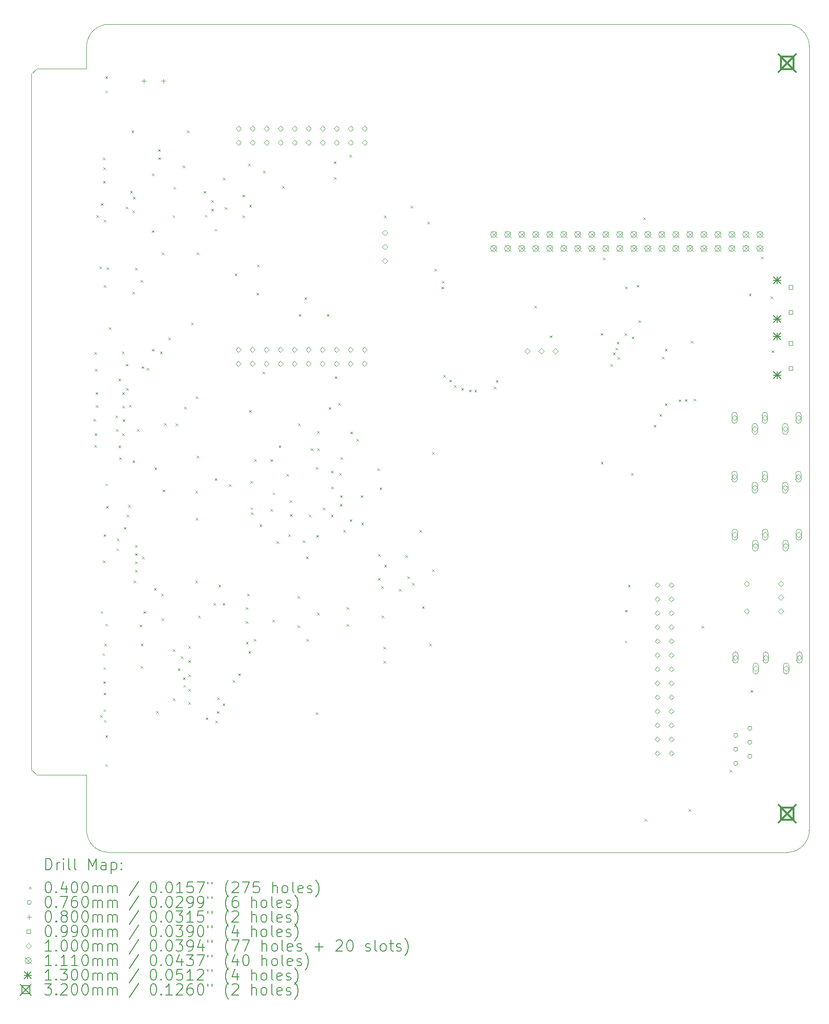
<source format=gbr>
%TF.GenerationSoftware,KiCad,Pcbnew,8.0.7*%
%TF.CreationDate,2025-02-05T20:28:59-06:00*%
%TF.ProjectId,midiori,6d696469-6f72-4692-9e6b-696361645f70,rev?*%
%TF.SameCoordinates,Original*%
%TF.FileFunction,Drillmap*%
%TF.FilePolarity,Positive*%
%FSLAX45Y45*%
G04 Gerber Fmt 4.5, Leading zero omitted, Abs format (unit mm)*
G04 Created by KiCad (PCBNEW 8.0.7) date 2025-02-05 20:28:59*
%MOMM*%
%LPD*%
G01*
G04 APERTURE LIST*
%ADD10C,0.050000*%
%ADD11C,0.200000*%
%ADD12C,0.100000*%
%ADD13C,0.111000*%
%ADD14C,0.130000*%
%ADD15C,0.320000*%
G04 APERTURE END LIST*
D10*
X5800000Y-18900000D02*
X18100000Y-18900000D01*
X4400000Y-17400000D02*
X4400000Y-4800000D01*
X4500000Y-17500000D02*
X4400000Y-17400000D01*
X5400000Y-17500000D02*
X5400000Y-18500000D01*
X5400000Y-4300000D02*
X5400000Y-4700000D01*
X18500000Y-18500000D02*
G75*
G02*
X18100000Y-18900000I-400000J0D01*
G01*
X5400000Y-4700000D02*
X4500000Y-4700000D01*
X4400000Y-4800000D02*
X4500000Y-4700000D01*
X5400000Y-4300000D02*
G75*
G02*
X5800000Y-3900000I400000J0D01*
G01*
X18500000Y-4300000D02*
X18500000Y-18500000D01*
X5800000Y-3900000D02*
X18100000Y-3900000D01*
X18100000Y-3900000D02*
G75*
G02*
X18500000Y-4300000I0J-400000D01*
G01*
X5800000Y-18900000D02*
G75*
G02*
X5400000Y-18500000I0J400000D01*
G01*
X4500000Y-17500000D02*
X5400000Y-17500000D01*
D11*
D12*
X5523000Y-11044000D02*
X5563000Y-11084000D01*
X5563000Y-11044000D02*
X5523000Y-11084000D01*
X5539000Y-11522000D02*
X5579000Y-11562000D01*
X5579000Y-11522000D02*
X5539000Y-11562000D01*
X5542000Y-9838000D02*
X5582000Y-9878000D01*
X5582000Y-9838000D02*
X5542000Y-9878000D01*
X5546000Y-11310000D02*
X5586000Y-11350000D01*
X5586000Y-11310000D02*
X5546000Y-11350000D01*
X5550000Y-10138000D02*
X5590000Y-10178000D01*
X5590000Y-10138000D02*
X5550000Y-10178000D01*
X5562000Y-10562000D02*
X5602000Y-10602000D01*
X5602000Y-10562000D02*
X5562000Y-10602000D01*
X5566000Y-10800000D02*
X5606000Y-10840000D01*
X5606000Y-10800000D02*
X5566000Y-10840000D01*
X5576000Y-7357000D02*
X5616000Y-7397000D01*
X5616000Y-7357000D02*
X5576000Y-7397000D01*
X5635000Y-8285000D02*
X5675000Y-8325000D01*
X5675000Y-8285000D02*
X5635000Y-8325000D01*
X5644200Y-16413800D02*
X5684200Y-16453800D01*
X5684200Y-16413800D02*
X5644200Y-16453800D01*
X5656000Y-14532000D02*
X5696000Y-14572000D01*
X5696000Y-14532000D02*
X5656000Y-14572000D01*
X5660000Y-7140000D02*
X5700000Y-7180000D01*
X5700000Y-7140000D02*
X5660000Y-7180000D01*
X5689000Y-15294000D02*
X5729000Y-15334000D01*
X5729000Y-15294000D02*
X5689000Y-15334000D01*
X5692500Y-6312500D02*
X5732500Y-6352500D01*
X5732500Y-6312500D02*
X5692500Y-6352500D01*
X5695000Y-13610000D02*
X5735000Y-13650000D01*
X5735000Y-13610000D02*
X5695000Y-13650000D01*
X5697000Y-6737000D02*
X5737000Y-6777000D01*
X5737000Y-6737000D02*
X5697000Y-6777000D01*
X5701000Y-6492000D02*
X5741000Y-6532000D01*
X5741000Y-6492000D02*
X5701000Y-6532000D01*
X5702000Y-15802000D02*
X5742000Y-15842000D01*
X5742000Y-15802000D02*
X5702000Y-15842000D01*
X5705000Y-15548000D02*
X5745000Y-15588000D01*
X5745000Y-15548000D02*
X5705000Y-15588000D01*
X5705000Y-16007400D02*
X5745000Y-16047400D01*
X5745000Y-16007400D02*
X5705000Y-16047400D01*
X5707000Y-13141000D02*
X5747000Y-13181000D01*
X5747000Y-13141000D02*
X5707000Y-13181000D01*
X5707000Y-16310000D02*
X5747000Y-16350000D01*
X5747000Y-16310000D02*
X5707000Y-16350000D01*
X5709000Y-7443000D02*
X5749000Y-7483000D01*
X5749000Y-7443000D02*
X5709000Y-7483000D01*
X5712500Y-8622500D02*
X5752500Y-8662500D01*
X5752500Y-8622500D02*
X5712500Y-8662500D01*
X5713500Y-16504500D02*
X5753500Y-16544500D01*
X5753500Y-16504500D02*
X5713500Y-16544500D01*
X5720400Y-15118400D02*
X5760400Y-15158400D01*
X5760400Y-15118400D02*
X5720400Y-15158400D01*
X5740000Y-4840000D02*
X5780000Y-4880000D01*
X5780000Y-4840000D02*
X5740000Y-4880000D01*
X5740000Y-5100000D02*
X5780000Y-5140000D01*
X5780000Y-5100000D02*
X5740000Y-5140000D01*
X5740000Y-12220000D02*
X5780000Y-12260000D01*
X5780000Y-12220000D02*
X5740000Y-12260000D01*
X5740000Y-14760000D02*
X5780000Y-14800000D01*
X5780000Y-14760000D02*
X5740000Y-14800000D01*
X5740000Y-16780000D02*
X5780000Y-16820000D01*
X5780000Y-16780000D02*
X5740000Y-16820000D01*
X5740000Y-17300000D02*
X5780000Y-17340000D01*
X5780000Y-17300000D02*
X5740000Y-17340000D01*
X5754000Y-12625000D02*
X5794000Y-12665000D01*
X5794000Y-12625000D02*
X5754000Y-12665000D01*
X5762500Y-8302500D02*
X5802500Y-8342500D01*
X5802500Y-8302500D02*
X5762500Y-8342500D01*
X5802500Y-9390000D02*
X5842500Y-9430000D01*
X5842500Y-9390000D02*
X5802500Y-9430000D01*
X5925000Y-10987500D02*
X5965000Y-11027500D01*
X5965000Y-10987500D02*
X5925000Y-11027500D01*
X5930000Y-11232500D02*
X5970000Y-11272500D01*
X5970000Y-11232500D02*
X5930000Y-11272500D01*
X5944000Y-13396000D02*
X5984000Y-13436000D01*
X5984000Y-13396000D02*
X5944000Y-13436000D01*
X5949000Y-13213400D02*
X5989000Y-13253400D01*
X5989000Y-13213400D02*
X5949000Y-13253400D01*
X5977500Y-10320000D02*
X6017500Y-10360000D01*
X6017500Y-10320000D02*
X5977500Y-10360000D01*
X5977500Y-11532500D02*
X6017500Y-11572500D01*
X6017500Y-11532500D02*
X5977500Y-11572500D01*
X5992500Y-11740000D02*
X6032500Y-11780000D01*
X6032500Y-11740000D02*
X5992500Y-11780000D01*
X6040000Y-9825000D02*
X6080000Y-9865000D01*
X6080000Y-9825000D02*
X6040000Y-9865000D01*
X6042500Y-11310000D02*
X6082500Y-11350000D01*
X6082500Y-11310000D02*
X6042500Y-11350000D01*
X6045000Y-10562500D02*
X6085000Y-10602500D01*
X6085000Y-10562500D02*
X6045000Y-10602500D01*
X6047500Y-10810000D02*
X6087500Y-10850000D01*
X6087500Y-10810000D02*
X6047500Y-10850000D01*
X6052500Y-11052500D02*
X6092500Y-11092500D01*
X6092500Y-11052500D02*
X6052500Y-11092500D01*
X6076000Y-13008000D02*
X6116000Y-13048000D01*
X6116000Y-13008000D02*
X6076000Y-13048000D01*
X6107500Y-10052500D02*
X6147500Y-10092500D01*
X6147500Y-10052500D02*
X6107500Y-10092500D01*
X6111000Y-7202000D02*
X6151000Y-7242000D01*
X6151000Y-7202000D02*
X6111000Y-7242000D01*
X6115000Y-10487500D02*
X6155000Y-10527500D01*
X6155000Y-10487500D02*
X6115000Y-10527500D01*
X6126800Y-12781600D02*
X6166800Y-12821600D01*
X6166800Y-12781600D02*
X6126800Y-12821600D01*
X6153000Y-12603000D02*
X6193000Y-12643000D01*
X6193000Y-12603000D02*
X6153000Y-12643000D01*
X6165000Y-10795000D02*
X6205000Y-10835000D01*
X6205000Y-10795000D02*
X6165000Y-10835000D01*
X6189000Y-6913000D02*
X6229000Y-6953000D01*
X6229000Y-6913000D02*
X6189000Y-6953000D01*
X6214700Y-5820000D02*
X6254700Y-5860000D01*
X6254700Y-5820000D02*
X6214700Y-5860000D01*
X6225000Y-7272500D02*
X6265000Y-7312500D01*
X6265000Y-7272500D02*
X6225000Y-7312500D01*
X6229000Y-8745000D02*
X6269000Y-8785000D01*
X6269000Y-8745000D02*
X6229000Y-8785000D01*
X6230000Y-11800000D02*
X6270000Y-11840000D01*
X6270000Y-11800000D02*
X6230000Y-11840000D01*
X6240000Y-7025000D02*
X6280000Y-7065000D01*
X6280000Y-7025000D02*
X6240000Y-7065000D01*
X6253800Y-13975400D02*
X6293800Y-14015400D01*
X6293800Y-13975400D02*
X6253800Y-14015400D01*
X6280000Y-8312000D02*
X6320000Y-8352000D01*
X6320000Y-8312000D02*
X6280000Y-8352000D01*
X6280000Y-13330000D02*
X6320000Y-13370000D01*
X6320000Y-13330000D02*
X6280000Y-13370000D01*
X6280000Y-13480000D02*
X6320000Y-13520000D01*
X6320000Y-13480000D02*
X6280000Y-13520000D01*
X6280000Y-13630000D02*
X6320000Y-13670000D01*
X6320000Y-13630000D02*
X6280000Y-13670000D01*
X6280000Y-13780000D02*
X6320000Y-13820000D01*
X6320000Y-13780000D02*
X6280000Y-13820000D01*
X6313134Y-11233134D02*
X6353134Y-11273134D01*
X6353134Y-11233134D02*
X6313134Y-11273134D01*
X6360000Y-14777000D02*
X6400000Y-14817000D01*
X6400000Y-14777000D02*
X6360000Y-14817000D01*
X6380000Y-8530000D02*
X6420000Y-8570000D01*
X6420000Y-8530000D02*
X6380000Y-8570000D01*
X6380800Y-15524800D02*
X6420800Y-15564800D01*
X6420800Y-15524800D02*
X6380800Y-15564800D01*
X6383000Y-15118000D02*
X6423000Y-15158000D01*
X6423000Y-15118000D02*
X6383000Y-15158000D01*
X6395000Y-10095000D02*
X6435000Y-10135000D01*
X6435000Y-10095000D02*
X6395000Y-10135000D01*
X6406200Y-13543600D02*
X6446200Y-13583600D01*
X6446200Y-13543600D02*
X6406200Y-13583600D01*
X6431000Y-14532000D02*
X6471000Y-14572000D01*
X6471000Y-14532000D02*
X6431000Y-14572000D01*
X6487500Y-10122500D02*
X6527500Y-10162500D01*
X6527500Y-10122500D02*
X6487500Y-10162500D01*
X6580000Y-7630000D02*
X6620000Y-7670000D01*
X6620000Y-7630000D02*
X6580000Y-7670000D01*
X6580000Y-9780000D02*
X6620000Y-9820000D01*
X6620000Y-9780000D02*
X6580000Y-9820000D01*
X6581000Y-6599000D02*
X6621000Y-6639000D01*
X6621000Y-6599000D02*
X6581000Y-6639000D01*
X6620000Y-14110000D02*
X6660000Y-14150000D01*
X6660000Y-14110000D02*
X6620000Y-14150000D01*
X6630000Y-11930000D02*
X6670000Y-11970000D01*
X6670000Y-11930000D02*
X6630000Y-11970000D01*
X6660200Y-16337600D02*
X6700200Y-16377600D01*
X6700200Y-16337600D02*
X6660200Y-16377600D01*
X6697500Y-6162500D02*
X6737500Y-6202500D01*
X6737500Y-6162500D02*
X6697500Y-6202500D01*
X6700000Y-6310000D02*
X6740000Y-6350000D01*
X6740000Y-6310000D02*
X6700000Y-6350000D01*
X6730000Y-9830000D02*
X6770000Y-9870000D01*
X6770000Y-9830000D02*
X6730000Y-9870000D01*
X6751000Y-14215250D02*
X6791000Y-14255250D01*
X6791000Y-14215250D02*
X6751000Y-14255250D01*
X6761800Y-8031800D02*
X6801800Y-8071800D01*
X6801800Y-8031800D02*
X6761800Y-8071800D01*
X6761800Y-14661200D02*
X6801800Y-14701200D01*
X6801800Y-14661200D02*
X6761800Y-14701200D01*
X6780000Y-12330000D02*
X6820000Y-12370000D01*
X6820000Y-12330000D02*
X6780000Y-12370000D01*
X6800000Y-11120000D02*
X6840000Y-11160000D01*
X6840000Y-11120000D02*
X6800000Y-11160000D01*
X6877500Y-9572500D02*
X6917500Y-9612500D01*
X6917500Y-9572500D02*
X6877500Y-9612500D01*
X6960000Y-7360000D02*
X7000000Y-7400000D01*
X7000000Y-7360000D02*
X6960000Y-7400000D01*
X6965000Y-15221000D02*
X7005000Y-15261000D01*
X7005000Y-15221000D02*
X6965000Y-15261000D01*
X6965000Y-16109000D02*
X7005000Y-16149000D01*
X7005000Y-16109000D02*
X6965000Y-16149000D01*
X6975000Y-6842500D02*
X7015000Y-6882500D01*
X7015000Y-6842500D02*
X6975000Y-6882500D01*
X7012001Y-11130000D02*
X7052001Y-11170000D01*
X7052001Y-11130000D02*
X7012001Y-11170000D01*
X7052000Y-15570000D02*
X7092000Y-15610000D01*
X7092000Y-15570000D02*
X7052000Y-15610000D01*
X7107000Y-15347000D02*
X7147000Y-15387000D01*
X7147000Y-15347000D02*
X7107000Y-15387000D01*
X7142800Y-6457000D02*
X7182800Y-6497000D01*
X7182800Y-6457000D02*
X7142800Y-6497000D01*
X7145500Y-15726500D02*
X7185500Y-15766500D01*
X7185500Y-15726500D02*
X7145500Y-15766500D01*
X7153500Y-15868500D02*
X7193500Y-15908500D01*
X7193500Y-15868500D02*
X7153500Y-15908500D01*
X7168200Y-10825800D02*
X7208200Y-10865800D01*
X7208200Y-10825800D02*
X7168200Y-10865800D01*
X7214700Y-5820000D02*
X7254700Y-5860000D01*
X7254700Y-5820000D02*
X7214700Y-5860000D01*
X7240000Y-15160000D02*
X7280000Y-15200000D01*
X7280000Y-15160000D02*
X7240000Y-15200000D01*
X7240000Y-15420000D02*
X7280000Y-15460000D01*
X7280000Y-15420000D02*
X7240000Y-15460000D01*
X7240000Y-15680000D02*
X7280000Y-15720000D01*
X7280000Y-15680000D02*
X7240000Y-15720000D01*
X7240000Y-15940000D02*
X7280000Y-15980000D01*
X7280000Y-15940000D02*
X7240000Y-15980000D01*
X7240000Y-16180000D02*
X7280000Y-16220000D01*
X7280000Y-16180000D02*
X7240000Y-16220000D01*
X7295200Y-9301800D02*
X7335200Y-9341800D01*
X7335200Y-9301800D02*
X7295200Y-9341800D01*
X7371400Y-12349800D02*
X7411400Y-12389800D01*
X7411400Y-12349800D02*
X7371400Y-12389800D01*
X7371400Y-13975400D02*
X7411400Y-14015400D01*
X7411400Y-13975400D02*
X7371400Y-14015400D01*
X7380000Y-10640000D02*
X7420000Y-10680000D01*
X7420000Y-10640000D02*
X7380000Y-10680000D01*
X7380000Y-12840000D02*
X7420000Y-12880000D01*
X7420000Y-12840000D02*
X7380000Y-12880000D01*
X7396800Y-8031800D02*
X7436800Y-8071800D01*
X7436800Y-8031800D02*
X7396800Y-8071800D01*
X7396800Y-11714800D02*
X7436800Y-11754800D01*
X7436800Y-11714800D02*
X7396800Y-11754800D01*
X7422200Y-14610400D02*
X7462200Y-14650400D01*
X7462200Y-14610400D02*
X7422200Y-14650400D01*
X7520000Y-6920000D02*
X7560000Y-6960000D01*
X7560000Y-6920000D02*
X7520000Y-6960000D01*
X7543000Y-7350000D02*
X7583000Y-7390000D01*
X7583000Y-7350000D02*
X7543000Y-7390000D01*
X7560000Y-16460000D02*
X7600000Y-16500000D01*
X7600000Y-16460000D02*
X7560000Y-16500000D01*
X7660000Y-7086000D02*
X7700000Y-7126000D01*
X7700000Y-7086000D02*
X7660000Y-7126000D01*
X7660000Y-7240000D02*
X7700000Y-7280000D01*
X7700000Y-7240000D02*
X7660000Y-7280000D01*
X7700000Y-14380000D02*
X7740000Y-14420000D01*
X7740000Y-14380000D02*
X7700000Y-14420000D01*
X7720000Y-7603999D02*
X7760000Y-7643999D01*
X7760000Y-7603999D02*
X7720000Y-7643999D01*
X7720000Y-12120000D02*
X7760000Y-12160000D01*
X7760000Y-12120000D02*
X7720000Y-12160000D01*
X7735000Y-16514000D02*
X7775000Y-16554000D01*
X7775000Y-16514000D02*
X7735000Y-16554000D01*
X7761500Y-16342500D02*
X7801500Y-16382500D01*
X7801500Y-16342500D02*
X7761500Y-16382500D01*
X7769000Y-16095000D02*
X7809000Y-16135000D01*
X7809000Y-16095000D02*
X7769000Y-16135000D01*
X7789000Y-14052000D02*
X7829000Y-14092000D01*
X7829000Y-14052000D02*
X7789000Y-14092000D01*
X7864100Y-16200500D02*
X7904100Y-16240500D01*
X7904100Y-16200500D02*
X7864100Y-16240500D01*
X7866000Y-14385000D02*
X7906000Y-14425000D01*
X7906000Y-14385000D02*
X7866000Y-14425000D01*
X7870950Y-6679000D02*
X7910950Y-6719000D01*
X7910950Y-6679000D02*
X7870950Y-6719000D01*
X7902000Y-7211000D02*
X7942000Y-7251000D01*
X7942000Y-7211000D02*
X7902000Y-7251000D01*
X7980000Y-12230000D02*
X8020000Y-12270000D01*
X8020000Y-12230000D02*
X7980000Y-12270000D01*
X8050000Y-15781000D02*
X8090000Y-15821000D01*
X8090000Y-15781000D02*
X8050000Y-15821000D01*
X8086000Y-8414000D02*
X8126000Y-8454000D01*
X8126000Y-8414000D02*
X8086000Y-8454000D01*
X8150000Y-15657000D02*
X8190000Y-15697000D01*
X8190000Y-15657000D02*
X8150000Y-15697000D01*
X8225000Y-6988000D02*
X8265000Y-7028000D01*
X8265000Y-6988000D02*
X8225000Y-7028000D01*
X8227000Y-7364000D02*
X8267000Y-7404000D01*
X8267000Y-7364000D02*
X8227000Y-7404000D01*
X8285800Y-14458000D02*
X8325800Y-14498000D01*
X8325800Y-14458000D02*
X8285800Y-14498000D01*
X8285800Y-14712000D02*
X8325800Y-14752000D01*
X8325800Y-14712000D02*
X8285800Y-14752000D01*
X8288384Y-15088384D02*
X8328384Y-15128384D01*
X8328384Y-15088384D02*
X8288384Y-15128384D01*
X8311200Y-14215250D02*
X8351200Y-14255250D01*
X8351200Y-14215250D02*
X8311200Y-14255250D01*
X8328500Y-6422500D02*
X8368500Y-6462500D01*
X8368500Y-6422500D02*
X8328500Y-6462500D01*
X8331000Y-15257000D02*
X8371000Y-15297000D01*
X8371000Y-15257000D02*
X8331000Y-15297000D01*
X8345000Y-10889500D02*
X8385000Y-10929500D01*
X8385000Y-10889500D02*
X8345000Y-10929500D01*
X8347000Y-7171000D02*
X8387000Y-7211000D01*
X8387000Y-7171000D02*
X8347000Y-7211000D01*
X8370000Y-12170000D02*
X8410000Y-12210000D01*
X8410000Y-12170000D02*
X8370000Y-12210000D01*
X8372000Y-12651000D02*
X8412000Y-12691000D01*
X8412000Y-12651000D02*
X8372000Y-12691000D01*
X8380000Y-12740000D02*
X8420000Y-12780000D01*
X8420000Y-12740000D02*
X8380000Y-12780000D01*
X8426000Y-15035000D02*
X8466000Y-15075000D01*
X8466000Y-15035000D02*
X8426000Y-15075000D01*
X8434000Y-11774000D02*
X8474000Y-11814000D01*
X8474000Y-11774000D02*
X8434000Y-11814000D01*
X8481500Y-8764500D02*
X8521500Y-8804500D01*
X8521500Y-8764500D02*
X8481500Y-8804500D01*
X8490000Y-8255000D02*
X8530000Y-8295000D01*
X8530000Y-8255000D02*
X8490000Y-8295000D01*
X8535000Y-12959000D02*
X8575000Y-12999000D01*
X8575000Y-12959000D02*
X8535000Y-12999000D01*
X8590600Y-10190800D02*
X8630600Y-10230800D01*
X8630600Y-10190800D02*
X8590600Y-10230800D01*
X8598000Y-6548000D02*
X8638000Y-6588000D01*
X8638000Y-6548000D02*
X8598000Y-6588000D01*
X8730000Y-11780000D02*
X8770000Y-11820000D01*
X8770000Y-11780000D02*
X8730000Y-11820000D01*
X8730000Y-12680000D02*
X8770000Y-12720000D01*
X8770000Y-12680000D02*
X8730000Y-12720000D01*
X8768400Y-14686600D02*
X8808400Y-14726600D01*
X8808400Y-14686600D02*
X8768400Y-14726600D01*
X8770000Y-12380000D02*
X8810000Y-12420000D01*
X8810000Y-12380000D02*
X8770000Y-12420000D01*
X8844600Y-13264200D02*
X8884600Y-13304200D01*
X8884600Y-13264200D02*
X8844600Y-13304200D01*
X8880000Y-11530000D02*
X8920000Y-11570000D01*
X8920000Y-11530000D02*
X8880000Y-11570000D01*
X8945000Y-6829000D02*
X8985000Y-6869000D01*
X8985000Y-6829000D02*
X8945000Y-6869000D01*
X9022400Y-12045000D02*
X9062400Y-12085000D01*
X9062400Y-12045000D02*
X9022400Y-12085000D01*
X9053000Y-13136000D02*
X9093000Y-13176000D01*
X9093000Y-13136000D02*
X9053000Y-13176000D01*
X9080000Y-12520000D02*
X9120000Y-12560000D01*
X9120000Y-12520000D02*
X9080000Y-12560000D01*
X9083741Y-12776259D02*
X9123741Y-12816259D01*
X9123741Y-12776259D02*
X9083741Y-12816259D01*
X9225600Y-14254800D02*
X9265600Y-14294800D01*
X9265600Y-14254800D02*
X9225600Y-14294800D01*
X9225600Y-14788200D02*
X9265600Y-14828200D01*
X9265600Y-14788200D02*
X9225600Y-14828200D01*
X9230000Y-11130000D02*
X9270000Y-11170000D01*
X9270000Y-11130000D02*
X9230000Y-11170000D01*
X9246000Y-9149000D02*
X9286000Y-9189000D01*
X9286000Y-9149000D02*
X9246000Y-9189000D01*
X9320000Y-13250000D02*
X9360000Y-13290000D01*
X9360000Y-13250000D02*
X9320000Y-13290000D01*
X9346000Y-8844000D02*
X9386000Y-8884000D01*
X9386000Y-8844000D02*
X9346000Y-8884000D01*
X9377000Y-13540000D02*
X9417000Y-13580000D01*
X9417000Y-13540000D02*
X9377000Y-13580000D01*
X9384500Y-15035500D02*
X9424500Y-15075500D01*
X9424500Y-15035500D02*
X9384500Y-15075500D01*
X9430000Y-12780000D02*
X9470000Y-12820000D01*
X9470000Y-12780000D02*
X9430000Y-12820000D01*
X9462350Y-11579650D02*
X9502350Y-11619650D01*
X9502350Y-11579650D02*
X9462350Y-11619650D01*
X9555800Y-11918000D02*
X9595800Y-11958000D01*
X9595800Y-11918000D02*
X9555800Y-11958000D01*
X9555800Y-16363000D02*
X9595800Y-16403000D01*
X9595800Y-16363000D02*
X9555800Y-16403000D01*
X9564000Y-13150000D02*
X9604000Y-13190000D01*
X9604000Y-13150000D02*
X9564000Y-13190000D01*
X9580000Y-11266000D02*
X9620000Y-11306000D01*
X9620000Y-11266000D02*
X9580000Y-11306000D01*
X9580000Y-11580000D02*
X9620000Y-11620000D01*
X9620000Y-11580000D02*
X9580000Y-11620000D01*
X9580000Y-14560000D02*
X9620000Y-14600000D01*
X9620000Y-14560000D02*
X9580000Y-14600000D01*
X9682800Y-12654600D02*
X9722800Y-12694600D01*
X9722800Y-12654600D02*
X9682800Y-12694600D01*
X9754000Y-9149000D02*
X9794000Y-9189000D01*
X9794000Y-9149000D02*
X9754000Y-9189000D01*
X9787500Y-10835500D02*
X9827500Y-10875500D01*
X9827500Y-10835500D02*
X9787500Y-10875500D01*
X9830000Y-12780000D02*
X9870000Y-12820000D01*
X9870000Y-12780000D02*
X9830000Y-12820000D01*
X9830500Y-11989500D02*
X9870500Y-12029500D01*
X9870500Y-11989500D02*
X9830500Y-12029500D01*
X9835200Y-12273600D02*
X9875200Y-12313600D01*
X9875200Y-12273600D02*
X9835200Y-12313600D01*
X9879000Y-6381000D02*
X9919000Y-6421000D01*
X9919000Y-6381000D02*
X9879000Y-6421000D01*
X9886000Y-6671000D02*
X9926000Y-6711000D01*
X9926000Y-6671000D02*
X9886000Y-6711000D01*
X9898000Y-10274000D02*
X9938000Y-10314000D01*
X9938000Y-10274000D02*
X9898000Y-10314000D01*
X9959000Y-10761000D02*
X9999000Y-10801000D01*
X9999000Y-10761000D02*
X9959000Y-10801000D01*
X9980000Y-12030000D02*
X10020000Y-12070000D01*
X10020000Y-12030000D02*
X9980000Y-12070000D01*
X9990000Y-12590000D02*
X10030000Y-12630000D01*
X10030000Y-12590000D02*
X9990000Y-12630000D01*
X9991600Y-12430000D02*
X10031600Y-12470000D01*
X10031600Y-12430000D02*
X9991600Y-12470000D01*
X10000000Y-11740000D02*
X10040000Y-11780000D01*
X10040000Y-11740000D02*
X10000000Y-11780000D01*
X10055000Y-13062000D02*
X10095000Y-13102000D01*
X10095000Y-13062000D02*
X10055000Y-13102000D01*
X10114600Y-14458000D02*
X10154600Y-14498000D01*
X10154600Y-14458000D02*
X10114600Y-14498000D01*
X10114600Y-14762800D02*
X10154600Y-14802800D01*
X10154600Y-14762800D02*
X10114600Y-14802800D01*
X10163000Y-6265000D02*
X10203000Y-6305000D01*
X10203000Y-6265000D02*
X10163000Y-6305000D01*
X10168000Y-12867000D02*
X10208000Y-12907000D01*
X10208000Y-12867000D02*
X10168000Y-12907000D01*
X10180000Y-11280000D02*
X10220000Y-11320000D01*
X10220000Y-11280000D02*
X10180000Y-11320000D01*
X10292000Y-11410000D02*
X10332000Y-11450000D01*
X10332000Y-11410000D02*
X10292000Y-11450000D01*
X10370000Y-12432000D02*
X10410000Y-12472000D01*
X10410000Y-12432000D02*
X10370000Y-12472000D01*
X10380000Y-12926000D02*
X10420000Y-12966000D01*
X10420000Y-12926000D02*
X10380000Y-12966000D01*
X10673400Y-11943400D02*
X10713400Y-11983400D01*
X10713400Y-11943400D02*
X10673400Y-11983400D01*
X10680000Y-13491001D02*
X10720000Y-13531001D01*
X10720000Y-13491001D02*
X10680000Y-13531001D01*
X10680000Y-13930000D02*
X10720000Y-13970000D01*
X10720000Y-13930000D02*
X10680000Y-13970000D01*
X10710000Y-12290000D02*
X10750000Y-12330000D01*
X10750000Y-12290000D02*
X10710000Y-12330000D01*
X10740000Y-14080000D02*
X10780000Y-14120000D01*
X10780000Y-14080000D02*
X10740000Y-14120000D01*
X10750000Y-14610000D02*
X10790000Y-14650000D01*
X10790000Y-14610000D02*
X10750000Y-14650000D01*
X10780000Y-15180000D02*
X10820000Y-15220000D01*
X10820000Y-15180000D02*
X10780000Y-15220000D01*
X10780000Y-15430000D02*
X10820000Y-15470000D01*
X10820000Y-15430000D02*
X10780000Y-15470000D01*
X10790000Y-7362000D02*
X10830000Y-7402000D01*
X10830000Y-7362000D02*
X10790000Y-7402000D01*
X10795000Y-13689000D02*
X10835000Y-13729000D01*
X10835000Y-13689000D02*
X10795000Y-13729000D01*
X11060000Y-14130000D02*
X11100000Y-14170000D01*
X11100000Y-14130000D02*
X11060000Y-14170000D01*
X11180000Y-13520000D02*
X11220000Y-13560000D01*
X11220000Y-13520000D02*
X11180000Y-13560000D01*
X11210907Y-13897175D02*
X11250907Y-13937175D01*
X11250907Y-13897175D02*
X11210907Y-13937175D01*
X11274000Y-7183000D02*
X11314000Y-7223000D01*
X11314000Y-7183000D02*
X11274000Y-7223000D01*
X11300000Y-14020000D02*
X11340000Y-14060000D01*
X11340000Y-14020000D02*
X11300000Y-14060000D01*
X11435400Y-13061000D02*
X11475400Y-13101000D01*
X11475400Y-13061000D02*
X11435400Y-13101000D01*
X11480000Y-14440000D02*
X11520000Y-14480000D01*
X11520000Y-14440000D02*
X11480000Y-14480000D01*
X11578500Y-7476000D02*
X11618500Y-7516000D01*
X11618500Y-7476000D02*
X11578500Y-7516000D01*
X11613200Y-15118400D02*
X11653200Y-15158400D01*
X11653200Y-15118400D02*
X11613200Y-15158400D01*
X11664000Y-11647000D02*
X11704000Y-11687000D01*
X11704000Y-11647000D02*
X11664000Y-11687000D01*
X11664000Y-13772200D02*
X11704000Y-13812200D01*
X11704000Y-13772200D02*
X11664000Y-13812200D01*
X11705633Y-8327366D02*
X11745633Y-8367366D01*
X11745633Y-8327366D02*
X11705633Y-8367366D01*
X11833000Y-8655000D02*
X11873000Y-8695000D01*
X11873000Y-8655000D02*
X11833000Y-8695000D01*
X11841000Y-8549000D02*
X11881000Y-8589000D01*
X11881000Y-8549000D02*
X11841000Y-8589000D01*
X11868000Y-10254000D02*
X11908000Y-10294000D01*
X11908000Y-10254000D02*
X11868000Y-10294000D01*
X11976000Y-10340000D02*
X12016000Y-10380000D01*
X12016000Y-10340000D02*
X11976000Y-10380000D01*
X12061000Y-10438000D02*
X12101000Y-10478000D01*
X12101000Y-10438000D02*
X12061000Y-10478000D01*
X12190634Y-10486366D02*
X12230634Y-10526366D01*
X12230634Y-10486366D02*
X12190634Y-10526366D01*
X12334134Y-10517866D02*
X12374134Y-10557866D01*
X12374134Y-10517866D02*
X12334134Y-10557866D01*
X12428663Y-10523396D02*
X12468663Y-10563396D01*
X12468663Y-10523396D02*
X12428663Y-10563396D01*
X12778000Y-10462000D02*
X12818000Y-10502000D01*
X12818000Y-10462000D02*
X12778000Y-10502000D01*
X12819000Y-10344000D02*
X12859000Y-10384000D01*
X12859000Y-10344000D02*
X12819000Y-10384000D01*
X13518000Y-9000000D02*
X13558000Y-9040000D01*
X13558000Y-9000000D02*
X13518000Y-9040000D01*
X13798000Y-9536000D02*
X13838000Y-9576000D01*
X13838000Y-9536000D02*
X13798000Y-9576000D01*
X14718000Y-9493000D02*
X14758000Y-9533000D01*
X14758000Y-9493000D02*
X14718000Y-9533000D01*
X14722500Y-11823000D02*
X14762500Y-11863000D01*
X14762500Y-11823000D02*
X14722500Y-11863000D01*
X14760000Y-8125000D02*
X14800000Y-8165000D01*
X14800000Y-8125000D02*
X14760000Y-8165000D01*
X14895000Y-10055000D02*
X14935000Y-10095000D01*
X14935000Y-10055000D02*
X14895000Y-10095000D01*
X14942500Y-9847500D02*
X14982500Y-9887500D01*
X14982500Y-9847500D02*
X14942500Y-9887500D01*
X14987500Y-9760000D02*
X15027500Y-9800000D01*
X15027500Y-9760000D02*
X14987500Y-9800000D01*
X15010000Y-9650000D02*
X15050000Y-9690000D01*
X15050000Y-9650000D02*
X15010000Y-9690000D01*
X15025000Y-9927500D02*
X15065000Y-9967500D01*
X15065000Y-9927500D02*
X15025000Y-9967500D01*
X15152500Y-9495000D02*
X15192500Y-9535000D01*
X15192500Y-9495000D02*
X15152500Y-9535000D01*
X15154000Y-15064000D02*
X15194000Y-15104000D01*
X15194000Y-15064000D02*
X15154000Y-15104000D01*
X15157000Y-8651000D02*
X15197000Y-8691000D01*
X15197000Y-8651000D02*
X15157000Y-8691000D01*
X15161000Y-14505000D02*
X15201000Y-14545000D01*
X15201000Y-14505000D02*
X15161000Y-14545000D01*
X15214000Y-14052000D02*
X15254000Y-14092000D01*
X15254000Y-14052000D02*
X15214000Y-14092000D01*
X15270000Y-12030000D02*
X15310000Y-12070000D01*
X15310000Y-12030000D02*
X15270000Y-12070000D01*
X15283000Y-9556000D02*
X15323000Y-9596000D01*
X15323000Y-9556000D02*
X15283000Y-9596000D01*
X15371500Y-8621000D02*
X15411500Y-8661000D01*
X15411500Y-8621000D02*
X15371500Y-8661000D01*
X15402500Y-9262500D02*
X15442500Y-9302500D01*
X15442500Y-9262500D02*
X15402500Y-9302500D01*
X15490000Y-7395000D02*
X15530000Y-7435000D01*
X15530000Y-7395000D02*
X15490000Y-7435000D01*
X15516000Y-18295000D02*
X15556000Y-18335000D01*
X15556000Y-18295000D02*
X15516000Y-18335000D01*
X15680000Y-11155000D02*
X15720000Y-11195000D01*
X15720000Y-11155000D02*
X15680000Y-11195000D01*
X15781000Y-10961000D02*
X15821000Y-11001000D01*
X15821000Y-10961000D02*
X15781000Y-11001000D01*
X15825000Y-9920000D02*
X15865000Y-9960000D01*
X15865000Y-9920000D02*
X15825000Y-9960000D01*
X15882500Y-9777500D02*
X15922500Y-9817500D01*
X15922500Y-9777500D02*
X15882500Y-9817500D01*
X15883000Y-10768000D02*
X15923000Y-10808000D01*
X15923000Y-10768000D02*
X15883000Y-10808000D01*
X16130000Y-10695000D02*
X16170000Y-10735000D01*
X16170000Y-10695000D02*
X16130000Y-10735000D01*
X16248000Y-10689000D02*
X16288000Y-10729000D01*
X16288000Y-10689000D02*
X16248000Y-10729000D01*
X16312500Y-18115000D02*
X16352500Y-18155000D01*
X16352500Y-18115000D02*
X16312500Y-18155000D01*
X16350000Y-9630000D02*
X16390000Y-9670000D01*
X16390000Y-9630000D02*
X16350000Y-9670000D01*
X16401000Y-10681000D02*
X16441000Y-10721000D01*
X16441000Y-10681000D02*
X16401000Y-10721000D01*
X16548000Y-14797000D02*
X16588000Y-14837000D01*
X16588000Y-14797000D02*
X16548000Y-14837000D01*
X17055000Y-17407500D02*
X17095000Y-17447500D01*
X17095000Y-17407500D02*
X17055000Y-17447500D01*
X17406000Y-8777000D02*
X17446000Y-8817000D01*
X17446000Y-8777000D02*
X17406000Y-8817000D01*
X17438000Y-15962000D02*
X17478000Y-16002000D01*
X17478000Y-15962000D02*
X17438000Y-16002000D01*
X17624000Y-8110000D02*
X17664000Y-8150000D01*
X17664000Y-8110000D02*
X17624000Y-8150000D01*
X17798000Y-8826000D02*
X17838000Y-8866000D01*
X17838000Y-8826000D02*
X17798000Y-8866000D01*
X17820000Y-9806000D02*
X17860000Y-9846000D01*
X17860000Y-9806000D02*
X17820000Y-9846000D01*
X17206500Y-16779500D02*
G75*
G02*
X17130500Y-16779500I-38000J0D01*
G01*
X17130500Y-16779500D02*
G75*
G02*
X17206500Y-16779500I38000J0D01*
G01*
X17206500Y-17033500D02*
G75*
G02*
X17130500Y-17033500I-38000J0D01*
G01*
X17130500Y-17033500D02*
G75*
G02*
X17206500Y-17033500I38000J0D01*
G01*
X17206500Y-17287500D02*
G75*
G02*
X17130500Y-17287500I-38000J0D01*
G01*
X17130500Y-17287500D02*
G75*
G02*
X17206500Y-17287500I38000J0D01*
G01*
X17460500Y-16652500D02*
G75*
G02*
X17384500Y-16652500I-38000J0D01*
G01*
X17384500Y-16652500D02*
G75*
G02*
X17460500Y-16652500I38000J0D01*
G01*
X17460500Y-16906500D02*
G75*
G02*
X17384500Y-16906500I-38000J0D01*
G01*
X17384500Y-16906500D02*
G75*
G02*
X17460500Y-16906500I38000J0D01*
G01*
X17460500Y-17160500D02*
G75*
G02*
X17384500Y-17160500I-38000J0D01*
G01*
X17384500Y-17160500D02*
G75*
G02*
X17460500Y-17160500I38000J0D01*
G01*
X6438735Y-4887600D02*
X6438735Y-4967600D01*
X6398735Y-4927600D02*
X6478735Y-4927600D01*
X6788735Y-4887600D02*
X6788735Y-4967600D01*
X6748735Y-4927600D02*
X6828735Y-4927600D01*
X18200952Y-8697502D02*
X18200952Y-8627498D01*
X18130948Y-8627498D01*
X18130948Y-8697502D01*
X18200952Y-8697502D01*
X18200952Y-9147502D02*
X18200952Y-9077498D01*
X18130948Y-9077498D01*
X18130948Y-9147502D01*
X18200952Y-9147502D01*
X18200952Y-9713502D02*
X18200952Y-9643498D01*
X18130948Y-9643498D01*
X18130948Y-9713502D01*
X18200952Y-9713502D01*
X18200952Y-10163502D02*
X18200952Y-10093498D01*
X18130948Y-10093498D01*
X18130948Y-10163502D01*
X18200952Y-10163502D01*
X8151000Y-9843000D02*
X8201000Y-9793000D01*
X8151000Y-9743000D01*
X8101000Y-9793000D01*
X8151000Y-9843000D01*
X8151000Y-10097000D02*
X8201000Y-10047000D01*
X8151000Y-9997000D01*
X8101000Y-10047000D01*
X8151000Y-10097000D01*
X8152000Y-5837000D02*
X8202000Y-5787000D01*
X8152000Y-5737000D01*
X8102000Y-5787000D01*
X8152000Y-5837000D01*
X8152000Y-6091000D02*
X8202000Y-6041000D01*
X8152000Y-5991000D01*
X8102000Y-6041000D01*
X8152000Y-6091000D01*
X8405000Y-9843000D02*
X8455000Y-9793000D01*
X8405000Y-9743000D01*
X8355000Y-9793000D01*
X8405000Y-9843000D01*
X8405000Y-10097000D02*
X8455000Y-10047000D01*
X8405000Y-9997000D01*
X8355000Y-10047000D01*
X8405000Y-10097000D01*
X8406000Y-5837000D02*
X8456000Y-5787000D01*
X8406000Y-5737000D01*
X8356000Y-5787000D01*
X8406000Y-5837000D01*
X8406000Y-6091000D02*
X8456000Y-6041000D01*
X8406000Y-5991000D01*
X8356000Y-6041000D01*
X8406000Y-6091000D01*
X8659000Y-9843000D02*
X8709000Y-9793000D01*
X8659000Y-9743000D01*
X8609000Y-9793000D01*
X8659000Y-9843000D01*
X8659000Y-10097000D02*
X8709000Y-10047000D01*
X8659000Y-9997000D01*
X8609000Y-10047000D01*
X8659000Y-10097000D01*
X8660000Y-5837000D02*
X8710000Y-5787000D01*
X8660000Y-5737000D01*
X8610000Y-5787000D01*
X8660000Y-5837000D01*
X8660000Y-6091000D02*
X8710000Y-6041000D01*
X8660000Y-5991000D01*
X8610000Y-6041000D01*
X8660000Y-6091000D01*
X8913000Y-9843000D02*
X8963000Y-9793000D01*
X8913000Y-9743000D01*
X8863000Y-9793000D01*
X8913000Y-9843000D01*
X8913000Y-10097000D02*
X8963000Y-10047000D01*
X8913000Y-9997000D01*
X8863000Y-10047000D01*
X8913000Y-10097000D01*
X8914000Y-5837000D02*
X8964000Y-5787000D01*
X8914000Y-5737000D01*
X8864000Y-5787000D01*
X8914000Y-5837000D01*
X8914000Y-6091000D02*
X8964000Y-6041000D01*
X8914000Y-5991000D01*
X8864000Y-6041000D01*
X8914000Y-6091000D01*
X9167000Y-9843000D02*
X9217000Y-9793000D01*
X9167000Y-9743000D01*
X9117000Y-9793000D01*
X9167000Y-9843000D01*
X9167000Y-10097000D02*
X9217000Y-10047000D01*
X9167000Y-9997000D01*
X9117000Y-10047000D01*
X9167000Y-10097000D01*
X9168000Y-5837000D02*
X9218000Y-5787000D01*
X9168000Y-5737000D01*
X9118000Y-5787000D01*
X9168000Y-5837000D01*
X9168000Y-6091000D02*
X9218000Y-6041000D01*
X9168000Y-5991000D01*
X9118000Y-6041000D01*
X9168000Y-6091000D01*
X9421000Y-9843000D02*
X9471000Y-9793000D01*
X9421000Y-9743000D01*
X9371000Y-9793000D01*
X9421000Y-9843000D01*
X9421000Y-10097000D02*
X9471000Y-10047000D01*
X9421000Y-9997000D01*
X9371000Y-10047000D01*
X9421000Y-10097000D01*
X9422000Y-5837000D02*
X9472000Y-5787000D01*
X9422000Y-5737000D01*
X9372000Y-5787000D01*
X9422000Y-5837000D01*
X9422000Y-6091000D02*
X9472000Y-6041000D01*
X9422000Y-5991000D01*
X9372000Y-6041000D01*
X9422000Y-6091000D01*
X9675000Y-9843000D02*
X9725000Y-9793000D01*
X9675000Y-9743000D01*
X9625000Y-9793000D01*
X9675000Y-9843000D01*
X9675000Y-10097000D02*
X9725000Y-10047000D01*
X9675000Y-9997000D01*
X9625000Y-10047000D01*
X9675000Y-10097000D01*
X9676000Y-5837000D02*
X9726000Y-5787000D01*
X9676000Y-5737000D01*
X9626000Y-5787000D01*
X9676000Y-5837000D01*
X9676000Y-6091000D02*
X9726000Y-6041000D01*
X9676000Y-5991000D01*
X9626000Y-6041000D01*
X9676000Y-6091000D01*
X9929000Y-9843000D02*
X9979000Y-9793000D01*
X9929000Y-9743000D01*
X9879000Y-9793000D01*
X9929000Y-9843000D01*
X9929000Y-10097000D02*
X9979000Y-10047000D01*
X9929000Y-9997000D01*
X9879000Y-10047000D01*
X9929000Y-10097000D01*
X9930000Y-5837000D02*
X9980000Y-5787000D01*
X9930000Y-5737000D01*
X9880000Y-5787000D01*
X9930000Y-5837000D01*
X9930000Y-6091000D02*
X9980000Y-6041000D01*
X9930000Y-5991000D01*
X9880000Y-6041000D01*
X9930000Y-6091000D01*
X10183000Y-9843000D02*
X10233000Y-9793000D01*
X10183000Y-9743000D01*
X10133000Y-9793000D01*
X10183000Y-9843000D01*
X10183000Y-10097000D02*
X10233000Y-10047000D01*
X10183000Y-9997000D01*
X10133000Y-10047000D01*
X10183000Y-10097000D01*
X10184000Y-5837000D02*
X10234000Y-5787000D01*
X10184000Y-5737000D01*
X10134000Y-5787000D01*
X10184000Y-5837000D01*
X10184000Y-6091000D02*
X10234000Y-6041000D01*
X10184000Y-5991000D01*
X10134000Y-6041000D01*
X10184000Y-6091000D01*
X10437000Y-9843000D02*
X10487000Y-9793000D01*
X10437000Y-9743000D01*
X10387000Y-9793000D01*
X10437000Y-9843000D01*
X10437000Y-10097000D02*
X10487000Y-10047000D01*
X10437000Y-9997000D01*
X10387000Y-10047000D01*
X10437000Y-10097000D01*
X10438000Y-5837000D02*
X10488000Y-5787000D01*
X10438000Y-5737000D01*
X10388000Y-5787000D01*
X10438000Y-5837000D01*
X10438000Y-6091000D02*
X10488000Y-6041000D01*
X10438000Y-5991000D01*
X10388000Y-6041000D01*
X10438000Y-6091000D01*
X10806400Y-7723700D02*
X10856400Y-7673700D01*
X10806400Y-7623700D01*
X10756400Y-7673700D01*
X10806400Y-7723700D01*
X10806400Y-7977700D02*
X10856400Y-7927700D01*
X10806400Y-7877700D01*
X10756400Y-7927700D01*
X10806400Y-7977700D01*
X10806400Y-8231700D02*
X10856400Y-8181700D01*
X10806400Y-8131700D01*
X10756400Y-8181700D01*
X10806400Y-8231700D01*
X13386000Y-9871000D02*
X13436000Y-9821000D01*
X13386000Y-9771000D01*
X13336000Y-9821000D01*
X13386000Y-9871000D01*
X13640000Y-9871000D02*
X13690000Y-9821000D01*
X13640000Y-9771000D01*
X13590000Y-9821000D01*
X13640000Y-9871000D01*
X13894000Y-9871000D02*
X13944000Y-9821000D01*
X13894000Y-9771000D01*
X13844000Y-9821000D01*
X13894000Y-9871000D01*
X15746000Y-14106000D02*
X15796000Y-14056000D01*
X15746000Y-14006000D01*
X15696000Y-14056000D01*
X15746000Y-14106000D01*
X15746000Y-14360000D02*
X15796000Y-14310000D01*
X15746000Y-14260000D01*
X15696000Y-14310000D01*
X15746000Y-14360000D01*
X15746000Y-14614000D02*
X15796000Y-14564000D01*
X15746000Y-14514000D01*
X15696000Y-14564000D01*
X15746000Y-14614000D01*
X15746000Y-14868000D02*
X15796000Y-14818000D01*
X15746000Y-14768000D01*
X15696000Y-14818000D01*
X15746000Y-14868000D01*
X15746000Y-15122000D02*
X15796000Y-15072000D01*
X15746000Y-15022000D01*
X15696000Y-15072000D01*
X15746000Y-15122000D01*
X15746000Y-15376000D02*
X15796000Y-15326000D01*
X15746000Y-15276000D01*
X15696000Y-15326000D01*
X15746000Y-15376000D01*
X15746000Y-15630000D02*
X15796000Y-15580000D01*
X15746000Y-15530000D01*
X15696000Y-15580000D01*
X15746000Y-15630000D01*
X15746000Y-15884000D02*
X15796000Y-15834000D01*
X15746000Y-15784000D01*
X15696000Y-15834000D01*
X15746000Y-15884000D01*
X15746000Y-16138000D02*
X15796000Y-16088000D01*
X15746000Y-16038000D01*
X15696000Y-16088000D01*
X15746000Y-16138000D01*
X15746000Y-16392000D02*
X15796000Y-16342000D01*
X15746000Y-16292000D01*
X15696000Y-16342000D01*
X15746000Y-16392000D01*
X15746000Y-16646000D02*
X15796000Y-16596000D01*
X15746000Y-16546000D01*
X15696000Y-16596000D01*
X15746000Y-16646000D01*
X15746000Y-16900000D02*
X15796000Y-16850000D01*
X15746000Y-16800000D01*
X15696000Y-16850000D01*
X15746000Y-16900000D01*
X15746000Y-17154000D02*
X15796000Y-17104000D01*
X15746000Y-17054000D01*
X15696000Y-17104000D01*
X15746000Y-17154000D01*
X16000000Y-14106000D02*
X16050000Y-14056000D01*
X16000000Y-14006000D01*
X15950000Y-14056000D01*
X16000000Y-14106000D01*
X16000000Y-14360000D02*
X16050000Y-14310000D01*
X16000000Y-14260000D01*
X15950000Y-14310000D01*
X16000000Y-14360000D01*
X16000000Y-14614000D02*
X16050000Y-14564000D01*
X16000000Y-14514000D01*
X15950000Y-14564000D01*
X16000000Y-14614000D01*
X16000000Y-14868000D02*
X16050000Y-14818000D01*
X16000000Y-14768000D01*
X15950000Y-14818000D01*
X16000000Y-14868000D01*
X16000000Y-15122000D02*
X16050000Y-15072000D01*
X16000000Y-15022000D01*
X15950000Y-15072000D01*
X16000000Y-15122000D01*
X16000000Y-15376000D02*
X16050000Y-15326000D01*
X16000000Y-15276000D01*
X15950000Y-15326000D01*
X16000000Y-15376000D01*
X16000000Y-15630000D02*
X16050000Y-15580000D01*
X16000000Y-15530000D01*
X15950000Y-15580000D01*
X16000000Y-15630000D01*
X16000000Y-15884000D02*
X16050000Y-15834000D01*
X16000000Y-15784000D01*
X15950000Y-15834000D01*
X16000000Y-15884000D01*
X16000000Y-16138000D02*
X16050000Y-16088000D01*
X16000000Y-16038000D01*
X15950000Y-16088000D01*
X16000000Y-16138000D01*
X16000000Y-16392000D02*
X16050000Y-16342000D01*
X16000000Y-16292000D01*
X15950000Y-16342000D01*
X16000000Y-16392000D01*
X16000000Y-16646000D02*
X16050000Y-16596000D01*
X16000000Y-16546000D01*
X15950000Y-16596000D01*
X16000000Y-16646000D01*
X16000000Y-16900000D02*
X16050000Y-16850000D01*
X16000000Y-16800000D01*
X15950000Y-16850000D01*
X16000000Y-16900000D01*
X16000000Y-17154000D02*
X16050000Y-17104000D01*
X16000000Y-17054000D01*
X15950000Y-17104000D01*
X16000000Y-17154000D01*
X17143000Y-12144000D02*
X17193000Y-12094000D01*
X17143000Y-12044000D01*
X17093000Y-12094000D01*
X17143000Y-12144000D01*
X17093000Y-12044000D02*
X17093000Y-12144000D01*
X17193000Y-12144000D02*
G75*
G02*
X17093000Y-12144000I-50000J0D01*
G01*
X17193000Y-12144000D02*
X17193000Y-12044000D01*
X17193000Y-12044000D02*
G75*
G03*
X17093000Y-12044000I-50000J0D01*
G01*
X17144000Y-11079000D02*
X17194000Y-11029000D01*
X17144000Y-10979000D01*
X17094000Y-11029000D01*
X17144000Y-11079000D01*
X17094000Y-10979000D02*
X17094000Y-11079000D01*
X17194000Y-11079000D02*
G75*
G02*
X17094000Y-11079000I-50000J0D01*
G01*
X17194000Y-11079000D02*
X17194000Y-10979000D01*
X17194000Y-10979000D02*
G75*
G03*
X17094000Y-10979000I-50000J0D01*
G01*
X17150000Y-13194000D02*
X17200000Y-13144000D01*
X17150000Y-13094000D01*
X17100000Y-13144000D01*
X17150000Y-13194000D01*
X17100000Y-13094000D02*
X17100000Y-13194000D01*
X17200000Y-13194000D02*
G75*
G02*
X17100000Y-13194000I-50000J0D01*
G01*
X17200000Y-13194000D02*
X17200000Y-13094000D01*
X17200000Y-13094000D02*
G75*
G03*
X17100000Y-13094000I-50000J0D01*
G01*
X17160000Y-15420000D02*
X17210000Y-15370000D01*
X17160000Y-15320000D01*
X17110000Y-15370000D01*
X17160000Y-15420000D01*
X17110000Y-15320000D02*
X17110000Y-15420000D01*
X17210000Y-15420000D02*
G75*
G02*
X17110000Y-15420000I-50000J0D01*
G01*
X17210000Y-15420000D02*
X17210000Y-15320000D01*
X17210000Y-15320000D02*
G75*
G03*
X17110000Y-15320000I-50000J0D01*
G01*
X17364000Y-14081000D02*
X17414000Y-14031000D01*
X17364000Y-13981000D01*
X17314000Y-14031000D01*
X17364000Y-14081000D01*
X17364000Y-14581000D02*
X17414000Y-14531000D01*
X17364000Y-14481000D01*
X17314000Y-14531000D01*
X17364000Y-14581000D01*
X17513000Y-12344000D02*
X17563000Y-12294000D01*
X17513000Y-12244000D01*
X17463000Y-12294000D01*
X17513000Y-12344000D01*
X17463000Y-12244000D02*
X17463000Y-12344000D01*
X17563000Y-12344000D02*
G75*
G02*
X17463000Y-12344000I-50000J0D01*
G01*
X17563000Y-12344000D02*
X17563000Y-12244000D01*
X17563000Y-12244000D02*
G75*
G03*
X17463000Y-12244000I-50000J0D01*
G01*
X17514000Y-11279000D02*
X17564000Y-11229000D01*
X17514000Y-11179000D01*
X17464000Y-11229000D01*
X17514000Y-11279000D01*
X17464000Y-11179000D02*
X17464000Y-11279000D01*
X17564000Y-11279000D02*
G75*
G02*
X17464000Y-11279000I-50000J0D01*
G01*
X17564000Y-11279000D02*
X17564000Y-11179000D01*
X17564000Y-11179000D02*
G75*
G03*
X17464000Y-11179000I-50000J0D01*
G01*
X17520000Y-13394000D02*
X17570000Y-13344000D01*
X17520000Y-13294000D01*
X17470000Y-13344000D01*
X17520000Y-13394000D01*
X17470000Y-13294000D02*
X17470000Y-13394000D01*
X17570000Y-13394000D02*
G75*
G02*
X17470000Y-13394000I-50000J0D01*
G01*
X17570000Y-13394000D02*
X17570000Y-13294000D01*
X17570000Y-13294000D02*
G75*
G03*
X17470000Y-13294000I-50000J0D01*
G01*
X17530000Y-15620000D02*
X17580000Y-15570000D01*
X17530000Y-15520000D01*
X17480000Y-15570000D01*
X17530000Y-15620000D01*
X17480000Y-15520000D02*
X17480000Y-15620000D01*
X17580000Y-15620000D02*
G75*
G02*
X17480000Y-15620000I-50000J0D01*
G01*
X17580000Y-15620000D02*
X17580000Y-15520000D01*
X17580000Y-15520000D02*
G75*
G03*
X17480000Y-15520000I-50000J0D01*
G01*
X17693000Y-12144000D02*
X17743000Y-12094000D01*
X17693000Y-12044000D01*
X17643000Y-12094000D01*
X17693000Y-12144000D01*
X17643000Y-12044000D02*
X17643000Y-12144000D01*
X17743000Y-12144000D02*
G75*
G02*
X17643000Y-12144000I-50000J0D01*
G01*
X17743000Y-12144000D02*
X17743000Y-12044000D01*
X17743000Y-12044000D02*
G75*
G03*
X17643000Y-12044000I-50000J0D01*
G01*
X17694000Y-11079000D02*
X17744000Y-11029000D01*
X17694000Y-10979000D01*
X17644000Y-11029000D01*
X17694000Y-11079000D01*
X17644000Y-10979000D02*
X17644000Y-11079000D01*
X17744000Y-11079000D02*
G75*
G02*
X17644000Y-11079000I-50000J0D01*
G01*
X17744000Y-11079000D02*
X17744000Y-10979000D01*
X17744000Y-10979000D02*
G75*
G03*
X17644000Y-10979000I-50000J0D01*
G01*
X17700000Y-13194000D02*
X17750000Y-13144000D01*
X17700000Y-13094000D01*
X17650000Y-13144000D01*
X17700000Y-13194000D01*
X17650000Y-13094000D02*
X17650000Y-13194000D01*
X17750000Y-13194000D02*
G75*
G02*
X17650000Y-13194000I-50000J0D01*
G01*
X17750000Y-13194000D02*
X17750000Y-13094000D01*
X17750000Y-13094000D02*
G75*
G03*
X17650000Y-13094000I-50000J0D01*
G01*
X17710000Y-15420000D02*
X17760000Y-15370000D01*
X17710000Y-15320000D01*
X17660000Y-15370000D01*
X17710000Y-15420000D01*
X17660000Y-15320000D02*
X17660000Y-15420000D01*
X17760000Y-15420000D02*
G75*
G02*
X17660000Y-15420000I-50000J0D01*
G01*
X17760000Y-15420000D02*
X17760000Y-15320000D01*
X17760000Y-15320000D02*
G75*
G03*
X17660000Y-15320000I-50000J0D01*
G01*
X17989000Y-14081000D02*
X18039000Y-14031000D01*
X17989000Y-13981000D01*
X17939000Y-14031000D01*
X17989000Y-14081000D01*
X17989000Y-14331000D02*
X18039000Y-14281000D01*
X17989000Y-14231000D01*
X17939000Y-14281000D01*
X17989000Y-14331000D01*
X17989000Y-14581000D02*
X18039000Y-14531000D01*
X17989000Y-14481000D01*
X17939000Y-14531000D01*
X17989000Y-14581000D01*
X18063000Y-12344000D02*
X18113000Y-12294000D01*
X18063000Y-12244000D01*
X18013000Y-12294000D01*
X18063000Y-12344000D01*
X18013000Y-12244000D02*
X18013000Y-12344000D01*
X18113000Y-12344000D02*
G75*
G02*
X18013000Y-12344000I-50000J0D01*
G01*
X18113000Y-12344000D02*
X18113000Y-12244000D01*
X18113000Y-12244000D02*
G75*
G03*
X18013000Y-12244000I-50000J0D01*
G01*
X18064000Y-11279000D02*
X18114000Y-11229000D01*
X18064000Y-11179000D01*
X18014000Y-11229000D01*
X18064000Y-11279000D01*
X18014000Y-11179000D02*
X18014000Y-11279000D01*
X18114000Y-11279000D02*
G75*
G02*
X18014000Y-11279000I-50000J0D01*
G01*
X18114000Y-11279000D02*
X18114000Y-11179000D01*
X18114000Y-11179000D02*
G75*
G03*
X18014000Y-11179000I-50000J0D01*
G01*
X18070000Y-13394000D02*
X18120000Y-13344000D01*
X18070000Y-13294000D01*
X18020000Y-13344000D01*
X18070000Y-13394000D01*
X18020000Y-13294000D02*
X18020000Y-13394000D01*
X18120000Y-13394000D02*
G75*
G02*
X18020000Y-13394000I-50000J0D01*
G01*
X18120000Y-13394000D02*
X18120000Y-13294000D01*
X18120000Y-13294000D02*
G75*
G03*
X18020000Y-13294000I-50000J0D01*
G01*
X18080000Y-15620000D02*
X18130000Y-15570000D01*
X18080000Y-15520000D01*
X18030000Y-15570000D01*
X18080000Y-15620000D01*
X18030000Y-15520000D02*
X18030000Y-15620000D01*
X18130000Y-15620000D02*
G75*
G02*
X18030000Y-15620000I-50000J0D01*
G01*
X18130000Y-15620000D02*
X18130000Y-15520000D01*
X18130000Y-15520000D02*
G75*
G03*
X18030000Y-15520000I-50000J0D01*
G01*
X18303000Y-12144000D02*
X18353000Y-12094000D01*
X18303000Y-12044000D01*
X18253000Y-12094000D01*
X18303000Y-12144000D01*
X18253000Y-12044000D02*
X18253000Y-12144000D01*
X18353000Y-12144000D02*
G75*
G02*
X18253000Y-12144000I-50000J0D01*
G01*
X18353000Y-12144000D02*
X18353000Y-12044000D01*
X18353000Y-12044000D02*
G75*
G03*
X18253000Y-12044000I-50000J0D01*
G01*
X18304000Y-11079000D02*
X18354000Y-11029000D01*
X18304000Y-10979000D01*
X18254000Y-11029000D01*
X18304000Y-11079000D01*
X18254000Y-10979000D02*
X18254000Y-11079000D01*
X18354000Y-11079000D02*
G75*
G02*
X18254000Y-11079000I-50000J0D01*
G01*
X18354000Y-11079000D02*
X18354000Y-10979000D01*
X18354000Y-10979000D02*
G75*
G03*
X18254000Y-10979000I-50000J0D01*
G01*
X18310000Y-13194000D02*
X18360000Y-13144000D01*
X18310000Y-13094000D01*
X18260000Y-13144000D01*
X18310000Y-13194000D01*
X18260000Y-13094000D02*
X18260000Y-13194000D01*
X18360000Y-13194000D02*
G75*
G02*
X18260000Y-13194000I-50000J0D01*
G01*
X18360000Y-13194000D02*
X18360000Y-13094000D01*
X18360000Y-13094000D02*
G75*
G03*
X18260000Y-13094000I-50000J0D01*
G01*
X18320000Y-15420000D02*
X18370000Y-15370000D01*
X18320000Y-15320000D01*
X18270000Y-15370000D01*
X18320000Y-15420000D01*
X18270000Y-15320000D02*
X18270000Y-15420000D01*
X18370000Y-15420000D02*
G75*
G02*
X18270000Y-15420000I-50000J0D01*
G01*
X18370000Y-15420000D02*
X18370000Y-15320000D01*
X18370000Y-15320000D02*
G75*
G03*
X18270000Y-15320000I-50000J0D01*
G01*
D13*
X12724000Y-7649500D02*
X12835000Y-7760500D01*
X12835000Y-7649500D02*
X12724000Y-7760500D01*
X12835000Y-7705000D02*
G75*
G02*
X12724000Y-7705000I-55500J0D01*
G01*
X12724000Y-7705000D02*
G75*
G02*
X12835000Y-7705000I55500J0D01*
G01*
X12724000Y-7903500D02*
X12835000Y-8014500D01*
X12835000Y-7903500D02*
X12724000Y-8014500D01*
X12835000Y-7959000D02*
G75*
G02*
X12724000Y-7959000I-55500J0D01*
G01*
X12724000Y-7959000D02*
G75*
G02*
X12835000Y-7959000I55500J0D01*
G01*
X12978000Y-7649500D02*
X13089000Y-7760500D01*
X13089000Y-7649500D02*
X12978000Y-7760500D01*
X13089000Y-7705000D02*
G75*
G02*
X12978000Y-7705000I-55500J0D01*
G01*
X12978000Y-7705000D02*
G75*
G02*
X13089000Y-7705000I55500J0D01*
G01*
X12978000Y-7903500D02*
X13089000Y-8014500D01*
X13089000Y-7903500D02*
X12978000Y-8014500D01*
X13089000Y-7959000D02*
G75*
G02*
X12978000Y-7959000I-55500J0D01*
G01*
X12978000Y-7959000D02*
G75*
G02*
X13089000Y-7959000I55500J0D01*
G01*
X13232000Y-7649500D02*
X13343000Y-7760500D01*
X13343000Y-7649500D02*
X13232000Y-7760500D01*
X13343000Y-7705000D02*
G75*
G02*
X13232000Y-7705000I-55500J0D01*
G01*
X13232000Y-7705000D02*
G75*
G02*
X13343000Y-7705000I55500J0D01*
G01*
X13232000Y-7903500D02*
X13343000Y-8014500D01*
X13343000Y-7903500D02*
X13232000Y-8014500D01*
X13343000Y-7959000D02*
G75*
G02*
X13232000Y-7959000I-55500J0D01*
G01*
X13232000Y-7959000D02*
G75*
G02*
X13343000Y-7959000I55500J0D01*
G01*
X13486000Y-7649500D02*
X13597000Y-7760500D01*
X13597000Y-7649500D02*
X13486000Y-7760500D01*
X13597000Y-7705000D02*
G75*
G02*
X13486000Y-7705000I-55500J0D01*
G01*
X13486000Y-7705000D02*
G75*
G02*
X13597000Y-7705000I55500J0D01*
G01*
X13486000Y-7903500D02*
X13597000Y-8014500D01*
X13597000Y-7903500D02*
X13486000Y-8014500D01*
X13597000Y-7959000D02*
G75*
G02*
X13486000Y-7959000I-55500J0D01*
G01*
X13486000Y-7959000D02*
G75*
G02*
X13597000Y-7959000I55500J0D01*
G01*
X13740000Y-7649500D02*
X13851000Y-7760500D01*
X13851000Y-7649500D02*
X13740000Y-7760500D01*
X13851000Y-7705000D02*
G75*
G02*
X13740000Y-7705000I-55500J0D01*
G01*
X13740000Y-7705000D02*
G75*
G02*
X13851000Y-7705000I55500J0D01*
G01*
X13740000Y-7903500D02*
X13851000Y-8014500D01*
X13851000Y-7903500D02*
X13740000Y-8014500D01*
X13851000Y-7959000D02*
G75*
G02*
X13740000Y-7959000I-55500J0D01*
G01*
X13740000Y-7959000D02*
G75*
G02*
X13851000Y-7959000I55500J0D01*
G01*
X13994000Y-7649500D02*
X14105000Y-7760500D01*
X14105000Y-7649500D02*
X13994000Y-7760500D01*
X14105000Y-7705000D02*
G75*
G02*
X13994000Y-7705000I-55500J0D01*
G01*
X13994000Y-7705000D02*
G75*
G02*
X14105000Y-7705000I55500J0D01*
G01*
X13994000Y-7903500D02*
X14105000Y-8014500D01*
X14105000Y-7903500D02*
X13994000Y-8014500D01*
X14105000Y-7959000D02*
G75*
G02*
X13994000Y-7959000I-55500J0D01*
G01*
X13994000Y-7959000D02*
G75*
G02*
X14105000Y-7959000I55500J0D01*
G01*
X14248000Y-7649500D02*
X14359000Y-7760500D01*
X14359000Y-7649500D02*
X14248000Y-7760500D01*
X14359000Y-7705000D02*
G75*
G02*
X14248000Y-7705000I-55500J0D01*
G01*
X14248000Y-7705000D02*
G75*
G02*
X14359000Y-7705000I55500J0D01*
G01*
X14248000Y-7903500D02*
X14359000Y-8014500D01*
X14359000Y-7903500D02*
X14248000Y-8014500D01*
X14359000Y-7959000D02*
G75*
G02*
X14248000Y-7959000I-55500J0D01*
G01*
X14248000Y-7959000D02*
G75*
G02*
X14359000Y-7959000I55500J0D01*
G01*
X14502000Y-7649500D02*
X14613000Y-7760500D01*
X14613000Y-7649500D02*
X14502000Y-7760500D01*
X14613000Y-7705000D02*
G75*
G02*
X14502000Y-7705000I-55500J0D01*
G01*
X14502000Y-7705000D02*
G75*
G02*
X14613000Y-7705000I55500J0D01*
G01*
X14502000Y-7903500D02*
X14613000Y-8014500D01*
X14613000Y-7903500D02*
X14502000Y-8014500D01*
X14613000Y-7959000D02*
G75*
G02*
X14502000Y-7959000I-55500J0D01*
G01*
X14502000Y-7959000D02*
G75*
G02*
X14613000Y-7959000I55500J0D01*
G01*
X14756000Y-7649500D02*
X14867000Y-7760500D01*
X14867000Y-7649500D02*
X14756000Y-7760500D01*
X14867000Y-7705000D02*
G75*
G02*
X14756000Y-7705000I-55500J0D01*
G01*
X14756000Y-7705000D02*
G75*
G02*
X14867000Y-7705000I55500J0D01*
G01*
X14756000Y-7903500D02*
X14867000Y-8014500D01*
X14867000Y-7903500D02*
X14756000Y-8014500D01*
X14867000Y-7959000D02*
G75*
G02*
X14756000Y-7959000I-55500J0D01*
G01*
X14756000Y-7959000D02*
G75*
G02*
X14867000Y-7959000I55500J0D01*
G01*
X15010000Y-7649500D02*
X15121000Y-7760500D01*
X15121000Y-7649500D02*
X15010000Y-7760500D01*
X15121000Y-7705000D02*
G75*
G02*
X15010000Y-7705000I-55500J0D01*
G01*
X15010000Y-7705000D02*
G75*
G02*
X15121000Y-7705000I55500J0D01*
G01*
X15010000Y-7903500D02*
X15121000Y-8014500D01*
X15121000Y-7903500D02*
X15010000Y-8014500D01*
X15121000Y-7959000D02*
G75*
G02*
X15010000Y-7959000I-55500J0D01*
G01*
X15010000Y-7959000D02*
G75*
G02*
X15121000Y-7959000I55500J0D01*
G01*
X15264000Y-7649500D02*
X15375000Y-7760500D01*
X15375000Y-7649500D02*
X15264000Y-7760500D01*
X15375000Y-7705000D02*
G75*
G02*
X15264000Y-7705000I-55500J0D01*
G01*
X15264000Y-7705000D02*
G75*
G02*
X15375000Y-7705000I55500J0D01*
G01*
X15264000Y-7903500D02*
X15375000Y-8014500D01*
X15375000Y-7903500D02*
X15264000Y-8014500D01*
X15375000Y-7959000D02*
G75*
G02*
X15264000Y-7959000I-55500J0D01*
G01*
X15264000Y-7959000D02*
G75*
G02*
X15375000Y-7959000I55500J0D01*
G01*
X15518000Y-7649500D02*
X15629000Y-7760500D01*
X15629000Y-7649500D02*
X15518000Y-7760500D01*
X15629000Y-7705000D02*
G75*
G02*
X15518000Y-7705000I-55500J0D01*
G01*
X15518000Y-7705000D02*
G75*
G02*
X15629000Y-7705000I55500J0D01*
G01*
X15518000Y-7903500D02*
X15629000Y-8014500D01*
X15629000Y-7903500D02*
X15518000Y-8014500D01*
X15629000Y-7959000D02*
G75*
G02*
X15518000Y-7959000I-55500J0D01*
G01*
X15518000Y-7959000D02*
G75*
G02*
X15629000Y-7959000I55500J0D01*
G01*
X15772000Y-7649500D02*
X15883000Y-7760500D01*
X15883000Y-7649500D02*
X15772000Y-7760500D01*
X15883000Y-7705000D02*
G75*
G02*
X15772000Y-7705000I-55500J0D01*
G01*
X15772000Y-7705000D02*
G75*
G02*
X15883000Y-7705000I55500J0D01*
G01*
X15772000Y-7903500D02*
X15883000Y-8014500D01*
X15883000Y-7903500D02*
X15772000Y-8014500D01*
X15883000Y-7959000D02*
G75*
G02*
X15772000Y-7959000I-55500J0D01*
G01*
X15772000Y-7959000D02*
G75*
G02*
X15883000Y-7959000I55500J0D01*
G01*
X16026000Y-7649500D02*
X16137000Y-7760500D01*
X16137000Y-7649500D02*
X16026000Y-7760500D01*
X16137000Y-7705000D02*
G75*
G02*
X16026000Y-7705000I-55500J0D01*
G01*
X16026000Y-7705000D02*
G75*
G02*
X16137000Y-7705000I55500J0D01*
G01*
X16026000Y-7903500D02*
X16137000Y-8014500D01*
X16137000Y-7903500D02*
X16026000Y-8014500D01*
X16137000Y-7959000D02*
G75*
G02*
X16026000Y-7959000I-55500J0D01*
G01*
X16026000Y-7959000D02*
G75*
G02*
X16137000Y-7959000I55500J0D01*
G01*
X16280000Y-7649500D02*
X16391000Y-7760500D01*
X16391000Y-7649500D02*
X16280000Y-7760500D01*
X16391000Y-7705000D02*
G75*
G02*
X16280000Y-7705000I-55500J0D01*
G01*
X16280000Y-7705000D02*
G75*
G02*
X16391000Y-7705000I55500J0D01*
G01*
X16280000Y-7903500D02*
X16391000Y-8014500D01*
X16391000Y-7903500D02*
X16280000Y-8014500D01*
X16391000Y-7959000D02*
G75*
G02*
X16280000Y-7959000I-55500J0D01*
G01*
X16280000Y-7959000D02*
G75*
G02*
X16391000Y-7959000I55500J0D01*
G01*
X16534000Y-7649500D02*
X16645000Y-7760500D01*
X16645000Y-7649500D02*
X16534000Y-7760500D01*
X16645000Y-7705000D02*
G75*
G02*
X16534000Y-7705000I-55500J0D01*
G01*
X16534000Y-7705000D02*
G75*
G02*
X16645000Y-7705000I55500J0D01*
G01*
X16534000Y-7903500D02*
X16645000Y-8014500D01*
X16645000Y-7903500D02*
X16534000Y-8014500D01*
X16645000Y-7959000D02*
G75*
G02*
X16534000Y-7959000I-55500J0D01*
G01*
X16534000Y-7959000D02*
G75*
G02*
X16645000Y-7959000I55500J0D01*
G01*
X16788000Y-7649500D02*
X16899000Y-7760500D01*
X16899000Y-7649500D02*
X16788000Y-7760500D01*
X16899000Y-7705000D02*
G75*
G02*
X16788000Y-7705000I-55500J0D01*
G01*
X16788000Y-7705000D02*
G75*
G02*
X16899000Y-7705000I55500J0D01*
G01*
X16788000Y-7903500D02*
X16899000Y-8014500D01*
X16899000Y-7903500D02*
X16788000Y-8014500D01*
X16899000Y-7959000D02*
G75*
G02*
X16788000Y-7959000I-55500J0D01*
G01*
X16788000Y-7959000D02*
G75*
G02*
X16899000Y-7959000I55500J0D01*
G01*
X17042000Y-7649500D02*
X17153000Y-7760500D01*
X17153000Y-7649500D02*
X17042000Y-7760500D01*
X17153000Y-7705000D02*
G75*
G02*
X17042000Y-7705000I-55500J0D01*
G01*
X17042000Y-7705000D02*
G75*
G02*
X17153000Y-7705000I55500J0D01*
G01*
X17042000Y-7903500D02*
X17153000Y-8014500D01*
X17153000Y-7903500D02*
X17042000Y-8014500D01*
X17153000Y-7959000D02*
G75*
G02*
X17042000Y-7959000I-55500J0D01*
G01*
X17042000Y-7959000D02*
G75*
G02*
X17153000Y-7959000I55500J0D01*
G01*
X17296000Y-7649500D02*
X17407000Y-7760500D01*
X17407000Y-7649500D02*
X17296000Y-7760500D01*
X17407000Y-7705000D02*
G75*
G02*
X17296000Y-7705000I-55500J0D01*
G01*
X17296000Y-7705000D02*
G75*
G02*
X17407000Y-7705000I55500J0D01*
G01*
X17296000Y-7903500D02*
X17407000Y-8014500D01*
X17407000Y-7903500D02*
X17296000Y-8014500D01*
X17407000Y-7959000D02*
G75*
G02*
X17296000Y-7959000I-55500J0D01*
G01*
X17296000Y-7959000D02*
G75*
G02*
X17407000Y-7959000I55500J0D01*
G01*
X17550000Y-7649500D02*
X17661000Y-7760500D01*
X17661000Y-7649500D02*
X17550000Y-7760500D01*
X17661000Y-7705000D02*
G75*
G02*
X17550000Y-7705000I-55500J0D01*
G01*
X17550000Y-7705000D02*
G75*
G02*
X17661000Y-7705000I55500J0D01*
G01*
X17550000Y-7903500D02*
X17661000Y-8014500D01*
X17661000Y-7903500D02*
X17550000Y-8014500D01*
X17661000Y-7959000D02*
G75*
G02*
X17550000Y-7959000I-55500J0D01*
G01*
X17550000Y-7959000D02*
G75*
G02*
X17661000Y-7959000I55500J0D01*
G01*
D14*
X17851950Y-8472500D02*
X17981950Y-8602500D01*
X17981950Y-8472500D02*
X17851950Y-8602500D01*
X17916950Y-8472500D02*
X17916950Y-8602500D01*
X17851950Y-8537500D02*
X17981950Y-8537500D01*
X17851950Y-9173500D02*
X17981950Y-9303500D01*
X17981950Y-9173500D02*
X17851950Y-9303500D01*
X17916950Y-9173500D02*
X17916950Y-9303500D01*
X17851950Y-9238500D02*
X17981950Y-9238500D01*
X17851950Y-9488500D02*
X17981950Y-9618500D01*
X17981950Y-9488500D02*
X17851950Y-9618500D01*
X17916950Y-9488500D02*
X17916950Y-9618500D01*
X17851950Y-9553500D02*
X17981950Y-9553500D01*
X17851950Y-10189500D02*
X17981950Y-10319500D01*
X17981950Y-10189500D02*
X17851950Y-10319500D01*
X17916950Y-10189500D02*
X17916950Y-10319500D01*
X17851950Y-10254500D02*
X17981950Y-10254500D01*
D15*
X17940000Y-4440000D02*
X18260000Y-4760000D01*
X18260000Y-4440000D02*
X17940000Y-4760000D01*
X18213138Y-4713138D02*
X18213138Y-4486862D01*
X17986862Y-4486862D01*
X17986862Y-4713138D01*
X18213138Y-4713138D01*
X17940000Y-18040000D02*
X18260000Y-18360000D01*
X18260000Y-18040000D02*
X17940000Y-18360000D01*
X18213138Y-18313138D02*
X18213138Y-18086862D01*
X17986862Y-18086862D01*
X17986862Y-18313138D01*
X18213138Y-18313138D01*
D11*
X4658277Y-19213984D02*
X4658277Y-19013984D01*
X4658277Y-19013984D02*
X4705896Y-19013984D01*
X4705896Y-19013984D02*
X4734467Y-19023508D01*
X4734467Y-19023508D02*
X4753515Y-19042555D01*
X4753515Y-19042555D02*
X4763039Y-19061603D01*
X4763039Y-19061603D02*
X4772563Y-19099698D01*
X4772563Y-19099698D02*
X4772563Y-19128270D01*
X4772563Y-19128270D02*
X4763039Y-19166365D01*
X4763039Y-19166365D02*
X4753515Y-19185412D01*
X4753515Y-19185412D02*
X4734467Y-19204460D01*
X4734467Y-19204460D02*
X4705896Y-19213984D01*
X4705896Y-19213984D02*
X4658277Y-19213984D01*
X4858277Y-19213984D02*
X4858277Y-19080650D01*
X4858277Y-19118746D02*
X4867801Y-19099698D01*
X4867801Y-19099698D02*
X4877324Y-19090174D01*
X4877324Y-19090174D02*
X4896372Y-19080650D01*
X4896372Y-19080650D02*
X4915420Y-19080650D01*
X4982086Y-19213984D02*
X4982086Y-19080650D01*
X4982086Y-19013984D02*
X4972563Y-19023508D01*
X4972563Y-19023508D02*
X4982086Y-19033031D01*
X4982086Y-19033031D02*
X4991610Y-19023508D01*
X4991610Y-19023508D02*
X4982086Y-19013984D01*
X4982086Y-19013984D02*
X4982086Y-19033031D01*
X5105896Y-19213984D02*
X5086848Y-19204460D01*
X5086848Y-19204460D02*
X5077324Y-19185412D01*
X5077324Y-19185412D02*
X5077324Y-19013984D01*
X5210658Y-19213984D02*
X5191610Y-19204460D01*
X5191610Y-19204460D02*
X5182086Y-19185412D01*
X5182086Y-19185412D02*
X5182086Y-19013984D01*
X5439229Y-19213984D02*
X5439229Y-19013984D01*
X5439229Y-19013984D02*
X5505896Y-19156841D01*
X5505896Y-19156841D02*
X5572563Y-19013984D01*
X5572563Y-19013984D02*
X5572563Y-19213984D01*
X5753515Y-19213984D02*
X5753515Y-19109222D01*
X5753515Y-19109222D02*
X5743991Y-19090174D01*
X5743991Y-19090174D02*
X5724943Y-19080650D01*
X5724943Y-19080650D02*
X5686848Y-19080650D01*
X5686848Y-19080650D02*
X5667801Y-19090174D01*
X5753515Y-19204460D02*
X5734467Y-19213984D01*
X5734467Y-19213984D02*
X5686848Y-19213984D01*
X5686848Y-19213984D02*
X5667801Y-19204460D01*
X5667801Y-19204460D02*
X5658277Y-19185412D01*
X5658277Y-19185412D02*
X5658277Y-19166365D01*
X5658277Y-19166365D02*
X5667801Y-19147317D01*
X5667801Y-19147317D02*
X5686848Y-19137793D01*
X5686848Y-19137793D02*
X5734467Y-19137793D01*
X5734467Y-19137793D02*
X5753515Y-19128270D01*
X5848753Y-19080650D02*
X5848753Y-19280650D01*
X5848753Y-19090174D02*
X5867801Y-19080650D01*
X5867801Y-19080650D02*
X5905896Y-19080650D01*
X5905896Y-19080650D02*
X5924943Y-19090174D01*
X5924943Y-19090174D02*
X5934467Y-19099698D01*
X5934467Y-19099698D02*
X5943991Y-19118746D01*
X5943991Y-19118746D02*
X5943991Y-19175889D01*
X5943991Y-19175889D02*
X5934467Y-19194936D01*
X5934467Y-19194936D02*
X5924943Y-19204460D01*
X5924943Y-19204460D02*
X5905896Y-19213984D01*
X5905896Y-19213984D02*
X5867801Y-19213984D01*
X5867801Y-19213984D02*
X5848753Y-19204460D01*
X6029705Y-19194936D02*
X6039229Y-19204460D01*
X6039229Y-19204460D02*
X6029705Y-19213984D01*
X6029705Y-19213984D02*
X6020182Y-19204460D01*
X6020182Y-19204460D02*
X6029705Y-19194936D01*
X6029705Y-19194936D02*
X6029705Y-19213984D01*
X6029705Y-19090174D02*
X6039229Y-19099698D01*
X6039229Y-19099698D02*
X6029705Y-19109222D01*
X6029705Y-19109222D02*
X6020182Y-19099698D01*
X6020182Y-19099698D02*
X6029705Y-19090174D01*
X6029705Y-19090174D02*
X6029705Y-19109222D01*
D12*
X4357500Y-19522500D02*
X4397500Y-19562500D01*
X4397500Y-19522500D02*
X4357500Y-19562500D01*
D11*
X4696372Y-19433984D02*
X4715420Y-19433984D01*
X4715420Y-19433984D02*
X4734467Y-19443508D01*
X4734467Y-19443508D02*
X4743991Y-19453031D01*
X4743991Y-19453031D02*
X4753515Y-19472079D01*
X4753515Y-19472079D02*
X4763039Y-19510174D01*
X4763039Y-19510174D02*
X4763039Y-19557793D01*
X4763039Y-19557793D02*
X4753515Y-19595889D01*
X4753515Y-19595889D02*
X4743991Y-19614936D01*
X4743991Y-19614936D02*
X4734467Y-19624460D01*
X4734467Y-19624460D02*
X4715420Y-19633984D01*
X4715420Y-19633984D02*
X4696372Y-19633984D01*
X4696372Y-19633984D02*
X4677324Y-19624460D01*
X4677324Y-19624460D02*
X4667801Y-19614936D01*
X4667801Y-19614936D02*
X4658277Y-19595889D01*
X4658277Y-19595889D02*
X4648753Y-19557793D01*
X4648753Y-19557793D02*
X4648753Y-19510174D01*
X4648753Y-19510174D02*
X4658277Y-19472079D01*
X4658277Y-19472079D02*
X4667801Y-19453031D01*
X4667801Y-19453031D02*
X4677324Y-19443508D01*
X4677324Y-19443508D02*
X4696372Y-19433984D01*
X4848753Y-19614936D02*
X4858277Y-19624460D01*
X4858277Y-19624460D02*
X4848753Y-19633984D01*
X4848753Y-19633984D02*
X4839229Y-19624460D01*
X4839229Y-19624460D02*
X4848753Y-19614936D01*
X4848753Y-19614936D02*
X4848753Y-19633984D01*
X5029705Y-19500650D02*
X5029705Y-19633984D01*
X4982086Y-19424460D02*
X4934467Y-19567317D01*
X4934467Y-19567317D02*
X5058277Y-19567317D01*
X5172563Y-19433984D02*
X5191610Y-19433984D01*
X5191610Y-19433984D02*
X5210658Y-19443508D01*
X5210658Y-19443508D02*
X5220182Y-19453031D01*
X5220182Y-19453031D02*
X5229705Y-19472079D01*
X5229705Y-19472079D02*
X5239229Y-19510174D01*
X5239229Y-19510174D02*
X5239229Y-19557793D01*
X5239229Y-19557793D02*
X5229705Y-19595889D01*
X5229705Y-19595889D02*
X5220182Y-19614936D01*
X5220182Y-19614936D02*
X5210658Y-19624460D01*
X5210658Y-19624460D02*
X5191610Y-19633984D01*
X5191610Y-19633984D02*
X5172563Y-19633984D01*
X5172563Y-19633984D02*
X5153515Y-19624460D01*
X5153515Y-19624460D02*
X5143991Y-19614936D01*
X5143991Y-19614936D02*
X5134467Y-19595889D01*
X5134467Y-19595889D02*
X5124944Y-19557793D01*
X5124944Y-19557793D02*
X5124944Y-19510174D01*
X5124944Y-19510174D02*
X5134467Y-19472079D01*
X5134467Y-19472079D02*
X5143991Y-19453031D01*
X5143991Y-19453031D02*
X5153515Y-19443508D01*
X5153515Y-19443508D02*
X5172563Y-19433984D01*
X5363039Y-19433984D02*
X5382086Y-19433984D01*
X5382086Y-19433984D02*
X5401134Y-19443508D01*
X5401134Y-19443508D02*
X5410658Y-19453031D01*
X5410658Y-19453031D02*
X5420182Y-19472079D01*
X5420182Y-19472079D02*
X5429705Y-19510174D01*
X5429705Y-19510174D02*
X5429705Y-19557793D01*
X5429705Y-19557793D02*
X5420182Y-19595889D01*
X5420182Y-19595889D02*
X5410658Y-19614936D01*
X5410658Y-19614936D02*
X5401134Y-19624460D01*
X5401134Y-19624460D02*
X5382086Y-19633984D01*
X5382086Y-19633984D02*
X5363039Y-19633984D01*
X5363039Y-19633984D02*
X5343991Y-19624460D01*
X5343991Y-19624460D02*
X5334467Y-19614936D01*
X5334467Y-19614936D02*
X5324944Y-19595889D01*
X5324944Y-19595889D02*
X5315420Y-19557793D01*
X5315420Y-19557793D02*
X5315420Y-19510174D01*
X5315420Y-19510174D02*
X5324944Y-19472079D01*
X5324944Y-19472079D02*
X5334467Y-19453031D01*
X5334467Y-19453031D02*
X5343991Y-19443508D01*
X5343991Y-19443508D02*
X5363039Y-19433984D01*
X5515420Y-19633984D02*
X5515420Y-19500650D01*
X5515420Y-19519698D02*
X5524944Y-19510174D01*
X5524944Y-19510174D02*
X5543991Y-19500650D01*
X5543991Y-19500650D02*
X5572563Y-19500650D01*
X5572563Y-19500650D02*
X5591610Y-19510174D01*
X5591610Y-19510174D02*
X5601134Y-19529222D01*
X5601134Y-19529222D02*
X5601134Y-19633984D01*
X5601134Y-19529222D02*
X5610658Y-19510174D01*
X5610658Y-19510174D02*
X5629705Y-19500650D01*
X5629705Y-19500650D02*
X5658277Y-19500650D01*
X5658277Y-19500650D02*
X5677324Y-19510174D01*
X5677324Y-19510174D02*
X5686848Y-19529222D01*
X5686848Y-19529222D02*
X5686848Y-19633984D01*
X5782086Y-19633984D02*
X5782086Y-19500650D01*
X5782086Y-19519698D02*
X5791610Y-19510174D01*
X5791610Y-19510174D02*
X5810658Y-19500650D01*
X5810658Y-19500650D02*
X5839229Y-19500650D01*
X5839229Y-19500650D02*
X5858277Y-19510174D01*
X5858277Y-19510174D02*
X5867801Y-19529222D01*
X5867801Y-19529222D02*
X5867801Y-19633984D01*
X5867801Y-19529222D02*
X5877324Y-19510174D01*
X5877324Y-19510174D02*
X5896372Y-19500650D01*
X5896372Y-19500650D02*
X5924943Y-19500650D01*
X5924943Y-19500650D02*
X5943991Y-19510174D01*
X5943991Y-19510174D02*
X5953515Y-19529222D01*
X5953515Y-19529222D02*
X5953515Y-19633984D01*
X6343991Y-19424460D02*
X6172563Y-19681603D01*
X6601134Y-19433984D02*
X6620182Y-19433984D01*
X6620182Y-19433984D02*
X6639229Y-19443508D01*
X6639229Y-19443508D02*
X6648753Y-19453031D01*
X6648753Y-19453031D02*
X6658277Y-19472079D01*
X6658277Y-19472079D02*
X6667801Y-19510174D01*
X6667801Y-19510174D02*
X6667801Y-19557793D01*
X6667801Y-19557793D02*
X6658277Y-19595889D01*
X6658277Y-19595889D02*
X6648753Y-19614936D01*
X6648753Y-19614936D02*
X6639229Y-19624460D01*
X6639229Y-19624460D02*
X6620182Y-19633984D01*
X6620182Y-19633984D02*
X6601134Y-19633984D01*
X6601134Y-19633984D02*
X6582086Y-19624460D01*
X6582086Y-19624460D02*
X6572563Y-19614936D01*
X6572563Y-19614936D02*
X6563039Y-19595889D01*
X6563039Y-19595889D02*
X6553515Y-19557793D01*
X6553515Y-19557793D02*
X6553515Y-19510174D01*
X6553515Y-19510174D02*
X6563039Y-19472079D01*
X6563039Y-19472079D02*
X6572563Y-19453031D01*
X6572563Y-19453031D02*
X6582086Y-19443508D01*
X6582086Y-19443508D02*
X6601134Y-19433984D01*
X6753515Y-19614936D02*
X6763039Y-19624460D01*
X6763039Y-19624460D02*
X6753515Y-19633984D01*
X6753515Y-19633984D02*
X6743991Y-19624460D01*
X6743991Y-19624460D02*
X6753515Y-19614936D01*
X6753515Y-19614936D02*
X6753515Y-19633984D01*
X6886848Y-19433984D02*
X6905896Y-19433984D01*
X6905896Y-19433984D02*
X6924944Y-19443508D01*
X6924944Y-19443508D02*
X6934467Y-19453031D01*
X6934467Y-19453031D02*
X6943991Y-19472079D01*
X6943991Y-19472079D02*
X6953515Y-19510174D01*
X6953515Y-19510174D02*
X6953515Y-19557793D01*
X6953515Y-19557793D02*
X6943991Y-19595889D01*
X6943991Y-19595889D02*
X6934467Y-19614936D01*
X6934467Y-19614936D02*
X6924944Y-19624460D01*
X6924944Y-19624460D02*
X6905896Y-19633984D01*
X6905896Y-19633984D02*
X6886848Y-19633984D01*
X6886848Y-19633984D02*
X6867801Y-19624460D01*
X6867801Y-19624460D02*
X6858277Y-19614936D01*
X6858277Y-19614936D02*
X6848753Y-19595889D01*
X6848753Y-19595889D02*
X6839229Y-19557793D01*
X6839229Y-19557793D02*
X6839229Y-19510174D01*
X6839229Y-19510174D02*
X6848753Y-19472079D01*
X6848753Y-19472079D02*
X6858277Y-19453031D01*
X6858277Y-19453031D02*
X6867801Y-19443508D01*
X6867801Y-19443508D02*
X6886848Y-19433984D01*
X7143991Y-19633984D02*
X7029706Y-19633984D01*
X7086848Y-19633984D02*
X7086848Y-19433984D01*
X7086848Y-19433984D02*
X7067801Y-19462555D01*
X7067801Y-19462555D02*
X7048753Y-19481603D01*
X7048753Y-19481603D02*
X7029706Y-19491127D01*
X7324944Y-19433984D02*
X7229706Y-19433984D01*
X7229706Y-19433984D02*
X7220182Y-19529222D01*
X7220182Y-19529222D02*
X7229706Y-19519698D01*
X7229706Y-19519698D02*
X7248753Y-19510174D01*
X7248753Y-19510174D02*
X7296372Y-19510174D01*
X7296372Y-19510174D02*
X7315420Y-19519698D01*
X7315420Y-19519698D02*
X7324944Y-19529222D01*
X7324944Y-19529222D02*
X7334467Y-19548270D01*
X7334467Y-19548270D02*
X7334467Y-19595889D01*
X7334467Y-19595889D02*
X7324944Y-19614936D01*
X7324944Y-19614936D02*
X7315420Y-19624460D01*
X7315420Y-19624460D02*
X7296372Y-19633984D01*
X7296372Y-19633984D02*
X7248753Y-19633984D01*
X7248753Y-19633984D02*
X7229706Y-19624460D01*
X7229706Y-19624460D02*
X7220182Y-19614936D01*
X7401134Y-19433984D02*
X7534467Y-19433984D01*
X7534467Y-19433984D02*
X7448753Y-19633984D01*
X7601134Y-19433984D02*
X7601134Y-19472079D01*
X7677325Y-19433984D02*
X7677325Y-19472079D01*
X7972563Y-19710174D02*
X7963039Y-19700650D01*
X7963039Y-19700650D02*
X7943991Y-19672079D01*
X7943991Y-19672079D02*
X7934468Y-19653031D01*
X7934468Y-19653031D02*
X7924944Y-19624460D01*
X7924944Y-19624460D02*
X7915420Y-19576841D01*
X7915420Y-19576841D02*
X7915420Y-19538746D01*
X7915420Y-19538746D02*
X7924944Y-19491127D01*
X7924944Y-19491127D02*
X7934468Y-19462555D01*
X7934468Y-19462555D02*
X7943991Y-19443508D01*
X7943991Y-19443508D02*
X7963039Y-19414936D01*
X7963039Y-19414936D02*
X7972563Y-19405412D01*
X8039229Y-19453031D02*
X8048753Y-19443508D01*
X8048753Y-19443508D02*
X8067801Y-19433984D01*
X8067801Y-19433984D02*
X8115420Y-19433984D01*
X8115420Y-19433984D02*
X8134468Y-19443508D01*
X8134468Y-19443508D02*
X8143991Y-19453031D01*
X8143991Y-19453031D02*
X8153515Y-19472079D01*
X8153515Y-19472079D02*
X8153515Y-19491127D01*
X8153515Y-19491127D02*
X8143991Y-19519698D01*
X8143991Y-19519698D02*
X8029706Y-19633984D01*
X8029706Y-19633984D02*
X8153515Y-19633984D01*
X8220182Y-19433984D02*
X8353515Y-19433984D01*
X8353515Y-19433984D02*
X8267801Y-19633984D01*
X8524944Y-19433984D02*
X8429706Y-19433984D01*
X8429706Y-19433984D02*
X8420182Y-19529222D01*
X8420182Y-19529222D02*
X8429706Y-19519698D01*
X8429706Y-19519698D02*
X8448753Y-19510174D01*
X8448753Y-19510174D02*
X8496372Y-19510174D01*
X8496372Y-19510174D02*
X8515420Y-19519698D01*
X8515420Y-19519698D02*
X8524944Y-19529222D01*
X8524944Y-19529222D02*
X8534468Y-19548270D01*
X8534468Y-19548270D02*
X8534468Y-19595889D01*
X8534468Y-19595889D02*
X8524944Y-19614936D01*
X8524944Y-19614936D02*
X8515420Y-19624460D01*
X8515420Y-19624460D02*
X8496372Y-19633984D01*
X8496372Y-19633984D02*
X8448753Y-19633984D01*
X8448753Y-19633984D02*
X8429706Y-19624460D01*
X8429706Y-19624460D02*
X8420182Y-19614936D01*
X8772563Y-19633984D02*
X8772563Y-19433984D01*
X8858277Y-19633984D02*
X8858277Y-19529222D01*
X8858277Y-19529222D02*
X8848753Y-19510174D01*
X8848753Y-19510174D02*
X8829706Y-19500650D01*
X8829706Y-19500650D02*
X8801134Y-19500650D01*
X8801134Y-19500650D02*
X8782087Y-19510174D01*
X8782087Y-19510174D02*
X8772563Y-19519698D01*
X8982087Y-19633984D02*
X8963039Y-19624460D01*
X8963039Y-19624460D02*
X8953515Y-19614936D01*
X8953515Y-19614936D02*
X8943992Y-19595889D01*
X8943992Y-19595889D02*
X8943992Y-19538746D01*
X8943992Y-19538746D02*
X8953515Y-19519698D01*
X8953515Y-19519698D02*
X8963039Y-19510174D01*
X8963039Y-19510174D02*
X8982087Y-19500650D01*
X8982087Y-19500650D02*
X9010658Y-19500650D01*
X9010658Y-19500650D02*
X9029706Y-19510174D01*
X9029706Y-19510174D02*
X9039230Y-19519698D01*
X9039230Y-19519698D02*
X9048753Y-19538746D01*
X9048753Y-19538746D02*
X9048753Y-19595889D01*
X9048753Y-19595889D02*
X9039230Y-19614936D01*
X9039230Y-19614936D02*
X9029706Y-19624460D01*
X9029706Y-19624460D02*
X9010658Y-19633984D01*
X9010658Y-19633984D02*
X8982087Y-19633984D01*
X9163039Y-19633984D02*
X9143992Y-19624460D01*
X9143992Y-19624460D02*
X9134468Y-19605412D01*
X9134468Y-19605412D02*
X9134468Y-19433984D01*
X9315420Y-19624460D02*
X9296373Y-19633984D01*
X9296373Y-19633984D02*
X9258277Y-19633984D01*
X9258277Y-19633984D02*
X9239230Y-19624460D01*
X9239230Y-19624460D02*
X9229706Y-19605412D01*
X9229706Y-19605412D02*
X9229706Y-19529222D01*
X9229706Y-19529222D02*
X9239230Y-19510174D01*
X9239230Y-19510174D02*
X9258277Y-19500650D01*
X9258277Y-19500650D02*
X9296373Y-19500650D01*
X9296373Y-19500650D02*
X9315420Y-19510174D01*
X9315420Y-19510174D02*
X9324944Y-19529222D01*
X9324944Y-19529222D02*
X9324944Y-19548270D01*
X9324944Y-19548270D02*
X9229706Y-19567317D01*
X9401134Y-19624460D02*
X9420182Y-19633984D01*
X9420182Y-19633984D02*
X9458277Y-19633984D01*
X9458277Y-19633984D02*
X9477325Y-19624460D01*
X9477325Y-19624460D02*
X9486849Y-19605412D01*
X9486849Y-19605412D02*
X9486849Y-19595889D01*
X9486849Y-19595889D02*
X9477325Y-19576841D01*
X9477325Y-19576841D02*
X9458277Y-19567317D01*
X9458277Y-19567317D02*
X9429706Y-19567317D01*
X9429706Y-19567317D02*
X9410658Y-19557793D01*
X9410658Y-19557793D02*
X9401134Y-19538746D01*
X9401134Y-19538746D02*
X9401134Y-19529222D01*
X9401134Y-19529222D02*
X9410658Y-19510174D01*
X9410658Y-19510174D02*
X9429706Y-19500650D01*
X9429706Y-19500650D02*
X9458277Y-19500650D01*
X9458277Y-19500650D02*
X9477325Y-19510174D01*
X9553515Y-19710174D02*
X9563039Y-19700650D01*
X9563039Y-19700650D02*
X9582087Y-19672079D01*
X9582087Y-19672079D02*
X9591611Y-19653031D01*
X9591611Y-19653031D02*
X9601134Y-19624460D01*
X9601134Y-19624460D02*
X9610658Y-19576841D01*
X9610658Y-19576841D02*
X9610658Y-19538746D01*
X9610658Y-19538746D02*
X9601134Y-19491127D01*
X9601134Y-19491127D02*
X9591611Y-19462555D01*
X9591611Y-19462555D02*
X9582087Y-19443508D01*
X9582087Y-19443508D02*
X9563039Y-19414936D01*
X9563039Y-19414936D02*
X9553515Y-19405412D01*
D12*
X4397500Y-19806500D02*
G75*
G02*
X4321500Y-19806500I-38000J0D01*
G01*
X4321500Y-19806500D02*
G75*
G02*
X4397500Y-19806500I38000J0D01*
G01*
D11*
X4696372Y-19697984D02*
X4715420Y-19697984D01*
X4715420Y-19697984D02*
X4734467Y-19707508D01*
X4734467Y-19707508D02*
X4743991Y-19717031D01*
X4743991Y-19717031D02*
X4753515Y-19736079D01*
X4753515Y-19736079D02*
X4763039Y-19774174D01*
X4763039Y-19774174D02*
X4763039Y-19821793D01*
X4763039Y-19821793D02*
X4753515Y-19859889D01*
X4753515Y-19859889D02*
X4743991Y-19878936D01*
X4743991Y-19878936D02*
X4734467Y-19888460D01*
X4734467Y-19888460D02*
X4715420Y-19897984D01*
X4715420Y-19897984D02*
X4696372Y-19897984D01*
X4696372Y-19897984D02*
X4677324Y-19888460D01*
X4677324Y-19888460D02*
X4667801Y-19878936D01*
X4667801Y-19878936D02*
X4658277Y-19859889D01*
X4658277Y-19859889D02*
X4648753Y-19821793D01*
X4648753Y-19821793D02*
X4648753Y-19774174D01*
X4648753Y-19774174D02*
X4658277Y-19736079D01*
X4658277Y-19736079D02*
X4667801Y-19717031D01*
X4667801Y-19717031D02*
X4677324Y-19707508D01*
X4677324Y-19707508D02*
X4696372Y-19697984D01*
X4848753Y-19878936D02*
X4858277Y-19888460D01*
X4858277Y-19888460D02*
X4848753Y-19897984D01*
X4848753Y-19897984D02*
X4839229Y-19888460D01*
X4839229Y-19888460D02*
X4848753Y-19878936D01*
X4848753Y-19878936D02*
X4848753Y-19897984D01*
X4924944Y-19697984D02*
X5058277Y-19697984D01*
X5058277Y-19697984D02*
X4972563Y-19897984D01*
X5220182Y-19697984D02*
X5182086Y-19697984D01*
X5182086Y-19697984D02*
X5163039Y-19707508D01*
X5163039Y-19707508D02*
X5153515Y-19717031D01*
X5153515Y-19717031D02*
X5134467Y-19745603D01*
X5134467Y-19745603D02*
X5124944Y-19783698D01*
X5124944Y-19783698D02*
X5124944Y-19859889D01*
X5124944Y-19859889D02*
X5134467Y-19878936D01*
X5134467Y-19878936D02*
X5143991Y-19888460D01*
X5143991Y-19888460D02*
X5163039Y-19897984D01*
X5163039Y-19897984D02*
X5201134Y-19897984D01*
X5201134Y-19897984D02*
X5220182Y-19888460D01*
X5220182Y-19888460D02*
X5229705Y-19878936D01*
X5229705Y-19878936D02*
X5239229Y-19859889D01*
X5239229Y-19859889D02*
X5239229Y-19812270D01*
X5239229Y-19812270D02*
X5229705Y-19793222D01*
X5229705Y-19793222D02*
X5220182Y-19783698D01*
X5220182Y-19783698D02*
X5201134Y-19774174D01*
X5201134Y-19774174D02*
X5163039Y-19774174D01*
X5163039Y-19774174D02*
X5143991Y-19783698D01*
X5143991Y-19783698D02*
X5134467Y-19793222D01*
X5134467Y-19793222D02*
X5124944Y-19812270D01*
X5363039Y-19697984D02*
X5382086Y-19697984D01*
X5382086Y-19697984D02*
X5401134Y-19707508D01*
X5401134Y-19707508D02*
X5410658Y-19717031D01*
X5410658Y-19717031D02*
X5420182Y-19736079D01*
X5420182Y-19736079D02*
X5429705Y-19774174D01*
X5429705Y-19774174D02*
X5429705Y-19821793D01*
X5429705Y-19821793D02*
X5420182Y-19859889D01*
X5420182Y-19859889D02*
X5410658Y-19878936D01*
X5410658Y-19878936D02*
X5401134Y-19888460D01*
X5401134Y-19888460D02*
X5382086Y-19897984D01*
X5382086Y-19897984D02*
X5363039Y-19897984D01*
X5363039Y-19897984D02*
X5343991Y-19888460D01*
X5343991Y-19888460D02*
X5334467Y-19878936D01*
X5334467Y-19878936D02*
X5324944Y-19859889D01*
X5324944Y-19859889D02*
X5315420Y-19821793D01*
X5315420Y-19821793D02*
X5315420Y-19774174D01*
X5315420Y-19774174D02*
X5324944Y-19736079D01*
X5324944Y-19736079D02*
X5334467Y-19717031D01*
X5334467Y-19717031D02*
X5343991Y-19707508D01*
X5343991Y-19707508D02*
X5363039Y-19697984D01*
X5515420Y-19897984D02*
X5515420Y-19764650D01*
X5515420Y-19783698D02*
X5524944Y-19774174D01*
X5524944Y-19774174D02*
X5543991Y-19764650D01*
X5543991Y-19764650D02*
X5572563Y-19764650D01*
X5572563Y-19764650D02*
X5591610Y-19774174D01*
X5591610Y-19774174D02*
X5601134Y-19793222D01*
X5601134Y-19793222D02*
X5601134Y-19897984D01*
X5601134Y-19793222D02*
X5610658Y-19774174D01*
X5610658Y-19774174D02*
X5629705Y-19764650D01*
X5629705Y-19764650D02*
X5658277Y-19764650D01*
X5658277Y-19764650D02*
X5677324Y-19774174D01*
X5677324Y-19774174D02*
X5686848Y-19793222D01*
X5686848Y-19793222D02*
X5686848Y-19897984D01*
X5782086Y-19897984D02*
X5782086Y-19764650D01*
X5782086Y-19783698D02*
X5791610Y-19774174D01*
X5791610Y-19774174D02*
X5810658Y-19764650D01*
X5810658Y-19764650D02*
X5839229Y-19764650D01*
X5839229Y-19764650D02*
X5858277Y-19774174D01*
X5858277Y-19774174D02*
X5867801Y-19793222D01*
X5867801Y-19793222D02*
X5867801Y-19897984D01*
X5867801Y-19793222D02*
X5877324Y-19774174D01*
X5877324Y-19774174D02*
X5896372Y-19764650D01*
X5896372Y-19764650D02*
X5924943Y-19764650D01*
X5924943Y-19764650D02*
X5943991Y-19774174D01*
X5943991Y-19774174D02*
X5953515Y-19793222D01*
X5953515Y-19793222D02*
X5953515Y-19897984D01*
X6343991Y-19688460D02*
X6172563Y-19945603D01*
X6601134Y-19697984D02*
X6620182Y-19697984D01*
X6620182Y-19697984D02*
X6639229Y-19707508D01*
X6639229Y-19707508D02*
X6648753Y-19717031D01*
X6648753Y-19717031D02*
X6658277Y-19736079D01*
X6658277Y-19736079D02*
X6667801Y-19774174D01*
X6667801Y-19774174D02*
X6667801Y-19821793D01*
X6667801Y-19821793D02*
X6658277Y-19859889D01*
X6658277Y-19859889D02*
X6648753Y-19878936D01*
X6648753Y-19878936D02*
X6639229Y-19888460D01*
X6639229Y-19888460D02*
X6620182Y-19897984D01*
X6620182Y-19897984D02*
X6601134Y-19897984D01*
X6601134Y-19897984D02*
X6582086Y-19888460D01*
X6582086Y-19888460D02*
X6572563Y-19878936D01*
X6572563Y-19878936D02*
X6563039Y-19859889D01*
X6563039Y-19859889D02*
X6553515Y-19821793D01*
X6553515Y-19821793D02*
X6553515Y-19774174D01*
X6553515Y-19774174D02*
X6563039Y-19736079D01*
X6563039Y-19736079D02*
X6572563Y-19717031D01*
X6572563Y-19717031D02*
X6582086Y-19707508D01*
X6582086Y-19707508D02*
X6601134Y-19697984D01*
X6753515Y-19878936D02*
X6763039Y-19888460D01*
X6763039Y-19888460D02*
X6753515Y-19897984D01*
X6753515Y-19897984D02*
X6743991Y-19888460D01*
X6743991Y-19888460D02*
X6753515Y-19878936D01*
X6753515Y-19878936D02*
X6753515Y-19897984D01*
X6886848Y-19697984D02*
X6905896Y-19697984D01*
X6905896Y-19697984D02*
X6924944Y-19707508D01*
X6924944Y-19707508D02*
X6934467Y-19717031D01*
X6934467Y-19717031D02*
X6943991Y-19736079D01*
X6943991Y-19736079D02*
X6953515Y-19774174D01*
X6953515Y-19774174D02*
X6953515Y-19821793D01*
X6953515Y-19821793D02*
X6943991Y-19859889D01*
X6943991Y-19859889D02*
X6934467Y-19878936D01*
X6934467Y-19878936D02*
X6924944Y-19888460D01*
X6924944Y-19888460D02*
X6905896Y-19897984D01*
X6905896Y-19897984D02*
X6886848Y-19897984D01*
X6886848Y-19897984D02*
X6867801Y-19888460D01*
X6867801Y-19888460D02*
X6858277Y-19878936D01*
X6858277Y-19878936D02*
X6848753Y-19859889D01*
X6848753Y-19859889D02*
X6839229Y-19821793D01*
X6839229Y-19821793D02*
X6839229Y-19774174D01*
X6839229Y-19774174D02*
X6848753Y-19736079D01*
X6848753Y-19736079D02*
X6858277Y-19717031D01*
X6858277Y-19717031D02*
X6867801Y-19707508D01*
X6867801Y-19707508D02*
X6886848Y-19697984D01*
X7029706Y-19717031D02*
X7039229Y-19707508D01*
X7039229Y-19707508D02*
X7058277Y-19697984D01*
X7058277Y-19697984D02*
X7105896Y-19697984D01*
X7105896Y-19697984D02*
X7124944Y-19707508D01*
X7124944Y-19707508D02*
X7134467Y-19717031D01*
X7134467Y-19717031D02*
X7143991Y-19736079D01*
X7143991Y-19736079D02*
X7143991Y-19755127D01*
X7143991Y-19755127D02*
X7134467Y-19783698D01*
X7134467Y-19783698D02*
X7020182Y-19897984D01*
X7020182Y-19897984D02*
X7143991Y-19897984D01*
X7239229Y-19897984D02*
X7277325Y-19897984D01*
X7277325Y-19897984D02*
X7296372Y-19888460D01*
X7296372Y-19888460D02*
X7305896Y-19878936D01*
X7305896Y-19878936D02*
X7324944Y-19850365D01*
X7324944Y-19850365D02*
X7334467Y-19812270D01*
X7334467Y-19812270D02*
X7334467Y-19736079D01*
X7334467Y-19736079D02*
X7324944Y-19717031D01*
X7324944Y-19717031D02*
X7315420Y-19707508D01*
X7315420Y-19707508D02*
X7296372Y-19697984D01*
X7296372Y-19697984D02*
X7258277Y-19697984D01*
X7258277Y-19697984D02*
X7239229Y-19707508D01*
X7239229Y-19707508D02*
X7229706Y-19717031D01*
X7229706Y-19717031D02*
X7220182Y-19736079D01*
X7220182Y-19736079D02*
X7220182Y-19783698D01*
X7220182Y-19783698D02*
X7229706Y-19802746D01*
X7229706Y-19802746D02*
X7239229Y-19812270D01*
X7239229Y-19812270D02*
X7258277Y-19821793D01*
X7258277Y-19821793D02*
X7296372Y-19821793D01*
X7296372Y-19821793D02*
X7315420Y-19812270D01*
X7315420Y-19812270D02*
X7324944Y-19802746D01*
X7324944Y-19802746D02*
X7334467Y-19783698D01*
X7429706Y-19897984D02*
X7467801Y-19897984D01*
X7467801Y-19897984D02*
X7486848Y-19888460D01*
X7486848Y-19888460D02*
X7496372Y-19878936D01*
X7496372Y-19878936D02*
X7515420Y-19850365D01*
X7515420Y-19850365D02*
X7524944Y-19812270D01*
X7524944Y-19812270D02*
X7524944Y-19736079D01*
X7524944Y-19736079D02*
X7515420Y-19717031D01*
X7515420Y-19717031D02*
X7505896Y-19707508D01*
X7505896Y-19707508D02*
X7486848Y-19697984D01*
X7486848Y-19697984D02*
X7448753Y-19697984D01*
X7448753Y-19697984D02*
X7429706Y-19707508D01*
X7429706Y-19707508D02*
X7420182Y-19717031D01*
X7420182Y-19717031D02*
X7410658Y-19736079D01*
X7410658Y-19736079D02*
X7410658Y-19783698D01*
X7410658Y-19783698D02*
X7420182Y-19802746D01*
X7420182Y-19802746D02*
X7429706Y-19812270D01*
X7429706Y-19812270D02*
X7448753Y-19821793D01*
X7448753Y-19821793D02*
X7486848Y-19821793D01*
X7486848Y-19821793D02*
X7505896Y-19812270D01*
X7505896Y-19812270D02*
X7515420Y-19802746D01*
X7515420Y-19802746D02*
X7524944Y-19783698D01*
X7601134Y-19697984D02*
X7601134Y-19736079D01*
X7677325Y-19697984D02*
X7677325Y-19736079D01*
X7972563Y-19974174D02*
X7963039Y-19964650D01*
X7963039Y-19964650D02*
X7943991Y-19936079D01*
X7943991Y-19936079D02*
X7934468Y-19917031D01*
X7934468Y-19917031D02*
X7924944Y-19888460D01*
X7924944Y-19888460D02*
X7915420Y-19840841D01*
X7915420Y-19840841D02*
X7915420Y-19802746D01*
X7915420Y-19802746D02*
X7924944Y-19755127D01*
X7924944Y-19755127D02*
X7934468Y-19726555D01*
X7934468Y-19726555D02*
X7943991Y-19707508D01*
X7943991Y-19707508D02*
X7963039Y-19678936D01*
X7963039Y-19678936D02*
X7972563Y-19669412D01*
X8134468Y-19697984D02*
X8096372Y-19697984D01*
X8096372Y-19697984D02*
X8077325Y-19707508D01*
X8077325Y-19707508D02*
X8067801Y-19717031D01*
X8067801Y-19717031D02*
X8048753Y-19745603D01*
X8048753Y-19745603D02*
X8039229Y-19783698D01*
X8039229Y-19783698D02*
X8039229Y-19859889D01*
X8039229Y-19859889D02*
X8048753Y-19878936D01*
X8048753Y-19878936D02*
X8058277Y-19888460D01*
X8058277Y-19888460D02*
X8077325Y-19897984D01*
X8077325Y-19897984D02*
X8115420Y-19897984D01*
X8115420Y-19897984D02*
X8134468Y-19888460D01*
X8134468Y-19888460D02*
X8143991Y-19878936D01*
X8143991Y-19878936D02*
X8153515Y-19859889D01*
X8153515Y-19859889D02*
X8153515Y-19812270D01*
X8153515Y-19812270D02*
X8143991Y-19793222D01*
X8143991Y-19793222D02*
X8134468Y-19783698D01*
X8134468Y-19783698D02*
X8115420Y-19774174D01*
X8115420Y-19774174D02*
X8077325Y-19774174D01*
X8077325Y-19774174D02*
X8058277Y-19783698D01*
X8058277Y-19783698D02*
X8048753Y-19793222D01*
X8048753Y-19793222D02*
X8039229Y-19812270D01*
X8391611Y-19897984D02*
X8391611Y-19697984D01*
X8477325Y-19897984D02*
X8477325Y-19793222D01*
X8477325Y-19793222D02*
X8467801Y-19774174D01*
X8467801Y-19774174D02*
X8448753Y-19764650D01*
X8448753Y-19764650D02*
X8420182Y-19764650D01*
X8420182Y-19764650D02*
X8401134Y-19774174D01*
X8401134Y-19774174D02*
X8391611Y-19783698D01*
X8601134Y-19897984D02*
X8582087Y-19888460D01*
X8582087Y-19888460D02*
X8572563Y-19878936D01*
X8572563Y-19878936D02*
X8563039Y-19859889D01*
X8563039Y-19859889D02*
X8563039Y-19802746D01*
X8563039Y-19802746D02*
X8572563Y-19783698D01*
X8572563Y-19783698D02*
X8582087Y-19774174D01*
X8582087Y-19774174D02*
X8601134Y-19764650D01*
X8601134Y-19764650D02*
X8629706Y-19764650D01*
X8629706Y-19764650D02*
X8648753Y-19774174D01*
X8648753Y-19774174D02*
X8658277Y-19783698D01*
X8658277Y-19783698D02*
X8667801Y-19802746D01*
X8667801Y-19802746D02*
X8667801Y-19859889D01*
X8667801Y-19859889D02*
X8658277Y-19878936D01*
X8658277Y-19878936D02*
X8648753Y-19888460D01*
X8648753Y-19888460D02*
X8629706Y-19897984D01*
X8629706Y-19897984D02*
X8601134Y-19897984D01*
X8782087Y-19897984D02*
X8763039Y-19888460D01*
X8763039Y-19888460D02*
X8753515Y-19869412D01*
X8753515Y-19869412D02*
X8753515Y-19697984D01*
X8934468Y-19888460D02*
X8915420Y-19897984D01*
X8915420Y-19897984D02*
X8877325Y-19897984D01*
X8877325Y-19897984D02*
X8858277Y-19888460D01*
X8858277Y-19888460D02*
X8848753Y-19869412D01*
X8848753Y-19869412D02*
X8848753Y-19793222D01*
X8848753Y-19793222D02*
X8858277Y-19774174D01*
X8858277Y-19774174D02*
X8877325Y-19764650D01*
X8877325Y-19764650D02*
X8915420Y-19764650D01*
X8915420Y-19764650D02*
X8934468Y-19774174D01*
X8934468Y-19774174D02*
X8943992Y-19793222D01*
X8943992Y-19793222D02*
X8943992Y-19812270D01*
X8943992Y-19812270D02*
X8848753Y-19831317D01*
X9020182Y-19888460D02*
X9039230Y-19897984D01*
X9039230Y-19897984D02*
X9077325Y-19897984D01*
X9077325Y-19897984D02*
X9096373Y-19888460D01*
X9096373Y-19888460D02*
X9105896Y-19869412D01*
X9105896Y-19869412D02*
X9105896Y-19859889D01*
X9105896Y-19859889D02*
X9096373Y-19840841D01*
X9096373Y-19840841D02*
X9077325Y-19831317D01*
X9077325Y-19831317D02*
X9048753Y-19831317D01*
X9048753Y-19831317D02*
X9029706Y-19821793D01*
X9029706Y-19821793D02*
X9020182Y-19802746D01*
X9020182Y-19802746D02*
X9020182Y-19793222D01*
X9020182Y-19793222D02*
X9029706Y-19774174D01*
X9029706Y-19774174D02*
X9048753Y-19764650D01*
X9048753Y-19764650D02*
X9077325Y-19764650D01*
X9077325Y-19764650D02*
X9096373Y-19774174D01*
X9172563Y-19974174D02*
X9182087Y-19964650D01*
X9182087Y-19964650D02*
X9201134Y-19936079D01*
X9201134Y-19936079D02*
X9210658Y-19917031D01*
X9210658Y-19917031D02*
X9220182Y-19888460D01*
X9220182Y-19888460D02*
X9229706Y-19840841D01*
X9229706Y-19840841D02*
X9229706Y-19802746D01*
X9229706Y-19802746D02*
X9220182Y-19755127D01*
X9220182Y-19755127D02*
X9210658Y-19726555D01*
X9210658Y-19726555D02*
X9201134Y-19707508D01*
X9201134Y-19707508D02*
X9182087Y-19678936D01*
X9182087Y-19678936D02*
X9172563Y-19669412D01*
D12*
X4357500Y-20030500D02*
X4357500Y-20110500D01*
X4317500Y-20070500D02*
X4397500Y-20070500D01*
D11*
X4696372Y-19961984D02*
X4715420Y-19961984D01*
X4715420Y-19961984D02*
X4734467Y-19971508D01*
X4734467Y-19971508D02*
X4743991Y-19981031D01*
X4743991Y-19981031D02*
X4753515Y-20000079D01*
X4753515Y-20000079D02*
X4763039Y-20038174D01*
X4763039Y-20038174D02*
X4763039Y-20085793D01*
X4763039Y-20085793D02*
X4753515Y-20123889D01*
X4753515Y-20123889D02*
X4743991Y-20142936D01*
X4743991Y-20142936D02*
X4734467Y-20152460D01*
X4734467Y-20152460D02*
X4715420Y-20161984D01*
X4715420Y-20161984D02*
X4696372Y-20161984D01*
X4696372Y-20161984D02*
X4677324Y-20152460D01*
X4677324Y-20152460D02*
X4667801Y-20142936D01*
X4667801Y-20142936D02*
X4658277Y-20123889D01*
X4658277Y-20123889D02*
X4648753Y-20085793D01*
X4648753Y-20085793D02*
X4648753Y-20038174D01*
X4648753Y-20038174D02*
X4658277Y-20000079D01*
X4658277Y-20000079D02*
X4667801Y-19981031D01*
X4667801Y-19981031D02*
X4677324Y-19971508D01*
X4677324Y-19971508D02*
X4696372Y-19961984D01*
X4848753Y-20142936D02*
X4858277Y-20152460D01*
X4858277Y-20152460D02*
X4848753Y-20161984D01*
X4848753Y-20161984D02*
X4839229Y-20152460D01*
X4839229Y-20152460D02*
X4848753Y-20142936D01*
X4848753Y-20142936D02*
X4848753Y-20161984D01*
X4972563Y-20047698D02*
X4953515Y-20038174D01*
X4953515Y-20038174D02*
X4943991Y-20028650D01*
X4943991Y-20028650D02*
X4934467Y-20009603D01*
X4934467Y-20009603D02*
X4934467Y-20000079D01*
X4934467Y-20000079D02*
X4943991Y-19981031D01*
X4943991Y-19981031D02*
X4953515Y-19971508D01*
X4953515Y-19971508D02*
X4972563Y-19961984D01*
X4972563Y-19961984D02*
X5010658Y-19961984D01*
X5010658Y-19961984D02*
X5029705Y-19971508D01*
X5029705Y-19971508D02*
X5039229Y-19981031D01*
X5039229Y-19981031D02*
X5048753Y-20000079D01*
X5048753Y-20000079D02*
X5048753Y-20009603D01*
X5048753Y-20009603D02*
X5039229Y-20028650D01*
X5039229Y-20028650D02*
X5029705Y-20038174D01*
X5029705Y-20038174D02*
X5010658Y-20047698D01*
X5010658Y-20047698D02*
X4972563Y-20047698D01*
X4972563Y-20047698D02*
X4953515Y-20057222D01*
X4953515Y-20057222D02*
X4943991Y-20066746D01*
X4943991Y-20066746D02*
X4934467Y-20085793D01*
X4934467Y-20085793D02*
X4934467Y-20123889D01*
X4934467Y-20123889D02*
X4943991Y-20142936D01*
X4943991Y-20142936D02*
X4953515Y-20152460D01*
X4953515Y-20152460D02*
X4972563Y-20161984D01*
X4972563Y-20161984D02*
X5010658Y-20161984D01*
X5010658Y-20161984D02*
X5029705Y-20152460D01*
X5029705Y-20152460D02*
X5039229Y-20142936D01*
X5039229Y-20142936D02*
X5048753Y-20123889D01*
X5048753Y-20123889D02*
X5048753Y-20085793D01*
X5048753Y-20085793D02*
X5039229Y-20066746D01*
X5039229Y-20066746D02*
X5029705Y-20057222D01*
X5029705Y-20057222D02*
X5010658Y-20047698D01*
X5172563Y-19961984D02*
X5191610Y-19961984D01*
X5191610Y-19961984D02*
X5210658Y-19971508D01*
X5210658Y-19971508D02*
X5220182Y-19981031D01*
X5220182Y-19981031D02*
X5229705Y-20000079D01*
X5229705Y-20000079D02*
X5239229Y-20038174D01*
X5239229Y-20038174D02*
X5239229Y-20085793D01*
X5239229Y-20085793D02*
X5229705Y-20123889D01*
X5229705Y-20123889D02*
X5220182Y-20142936D01*
X5220182Y-20142936D02*
X5210658Y-20152460D01*
X5210658Y-20152460D02*
X5191610Y-20161984D01*
X5191610Y-20161984D02*
X5172563Y-20161984D01*
X5172563Y-20161984D02*
X5153515Y-20152460D01*
X5153515Y-20152460D02*
X5143991Y-20142936D01*
X5143991Y-20142936D02*
X5134467Y-20123889D01*
X5134467Y-20123889D02*
X5124944Y-20085793D01*
X5124944Y-20085793D02*
X5124944Y-20038174D01*
X5124944Y-20038174D02*
X5134467Y-20000079D01*
X5134467Y-20000079D02*
X5143991Y-19981031D01*
X5143991Y-19981031D02*
X5153515Y-19971508D01*
X5153515Y-19971508D02*
X5172563Y-19961984D01*
X5363039Y-19961984D02*
X5382086Y-19961984D01*
X5382086Y-19961984D02*
X5401134Y-19971508D01*
X5401134Y-19971508D02*
X5410658Y-19981031D01*
X5410658Y-19981031D02*
X5420182Y-20000079D01*
X5420182Y-20000079D02*
X5429705Y-20038174D01*
X5429705Y-20038174D02*
X5429705Y-20085793D01*
X5429705Y-20085793D02*
X5420182Y-20123889D01*
X5420182Y-20123889D02*
X5410658Y-20142936D01*
X5410658Y-20142936D02*
X5401134Y-20152460D01*
X5401134Y-20152460D02*
X5382086Y-20161984D01*
X5382086Y-20161984D02*
X5363039Y-20161984D01*
X5363039Y-20161984D02*
X5343991Y-20152460D01*
X5343991Y-20152460D02*
X5334467Y-20142936D01*
X5334467Y-20142936D02*
X5324944Y-20123889D01*
X5324944Y-20123889D02*
X5315420Y-20085793D01*
X5315420Y-20085793D02*
X5315420Y-20038174D01*
X5315420Y-20038174D02*
X5324944Y-20000079D01*
X5324944Y-20000079D02*
X5334467Y-19981031D01*
X5334467Y-19981031D02*
X5343991Y-19971508D01*
X5343991Y-19971508D02*
X5363039Y-19961984D01*
X5515420Y-20161984D02*
X5515420Y-20028650D01*
X5515420Y-20047698D02*
X5524944Y-20038174D01*
X5524944Y-20038174D02*
X5543991Y-20028650D01*
X5543991Y-20028650D02*
X5572563Y-20028650D01*
X5572563Y-20028650D02*
X5591610Y-20038174D01*
X5591610Y-20038174D02*
X5601134Y-20057222D01*
X5601134Y-20057222D02*
X5601134Y-20161984D01*
X5601134Y-20057222D02*
X5610658Y-20038174D01*
X5610658Y-20038174D02*
X5629705Y-20028650D01*
X5629705Y-20028650D02*
X5658277Y-20028650D01*
X5658277Y-20028650D02*
X5677324Y-20038174D01*
X5677324Y-20038174D02*
X5686848Y-20057222D01*
X5686848Y-20057222D02*
X5686848Y-20161984D01*
X5782086Y-20161984D02*
X5782086Y-20028650D01*
X5782086Y-20047698D02*
X5791610Y-20038174D01*
X5791610Y-20038174D02*
X5810658Y-20028650D01*
X5810658Y-20028650D02*
X5839229Y-20028650D01*
X5839229Y-20028650D02*
X5858277Y-20038174D01*
X5858277Y-20038174D02*
X5867801Y-20057222D01*
X5867801Y-20057222D02*
X5867801Y-20161984D01*
X5867801Y-20057222D02*
X5877324Y-20038174D01*
X5877324Y-20038174D02*
X5896372Y-20028650D01*
X5896372Y-20028650D02*
X5924943Y-20028650D01*
X5924943Y-20028650D02*
X5943991Y-20038174D01*
X5943991Y-20038174D02*
X5953515Y-20057222D01*
X5953515Y-20057222D02*
X5953515Y-20161984D01*
X6343991Y-19952460D02*
X6172563Y-20209603D01*
X6601134Y-19961984D02*
X6620182Y-19961984D01*
X6620182Y-19961984D02*
X6639229Y-19971508D01*
X6639229Y-19971508D02*
X6648753Y-19981031D01*
X6648753Y-19981031D02*
X6658277Y-20000079D01*
X6658277Y-20000079D02*
X6667801Y-20038174D01*
X6667801Y-20038174D02*
X6667801Y-20085793D01*
X6667801Y-20085793D02*
X6658277Y-20123889D01*
X6658277Y-20123889D02*
X6648753Y-20142936D01*
X6648753Y-20142936D02*
X6639229Y-20152460D01*
X6639229Y-20152460D02*
X6620182Y-20161984D01*
X6620182Y-20161984D02*
X6601134Y-20161984D01*
X6601134Y-20161984D02*
X6582086Y-20152460D01*
X6582086Y-20152460D02*
X6572563Y-20142936D01*
X6572563Y-20142936D02*
X6563039Y-20123889D01*
X6563039Y-20123889D02*
X6553515Y-20085793D01*
X6553515Y-20085793D02*
X6553515Y-20038174D01*
X6553515Y-20038174D02*
X6563039Y-20000079D01*
X6563039Y-20000079D02*
X6572563Y-19981031D01*
X6572563Y-19981031D02*
X6582086Y-19971508D01*
X6582086Y-19971508D02*
X6601134Y-19961984D01*
X6753515Y-20142936D02*
X6763039Y-20152460D01*
X6763039Y-20152460D02*
X6753515Y-20161984D01*
X6753515Y-20161984D02*
X6743991Y-20152460D01*
X6743991Y-20152460D02*
X6753515Y-20142936D01*
X6753515Y-20142936D02*
X6753515Y-20161984D01*
X6886848Y-19961984D02*
X6905896Y-19961984D01*
X6905896Y-19961984D02*
X6924944Y-19971508D01*
X6924944Y-19971508D02*
X6934467Y-19981031D01*
X6934467Y-19981031D02*
X6943991Y-20000079D01*
X6943991Y-20000079D02*
X6953515Y-20038174D01*
X6953515Y-20038174D02*
X6953515Y-20085793D01*
X6953515Y-20085793D02*
X6943991Y-20123889D01*
X6943991Y-20123889D02*
X6934467Y-20142936D01*
X6934467Y-20142936D02*
X6924944Y-20152460D01*
X6924944Y-20152460D02*
X6905896Y-20161984D01*
X6905896Y-20161984D02*
X6886848Y-20161984D01*
X6886848Y-20161984D02*
X6867801Y-20152460D01*
X6867801Y-20152460D02*
X6858277Y-20142936D01*
X6858277Y-20142936D02*
X6848753Y-20123889D01*
X6848753Y-20123889D02*
X6839229Y-20085793D01*
X6839229Y-20085793D02*
X6839229Y-20038174D01*
X6839229Y-20038174D02*
X6848753Y-20000079D01*
X6848753Y-20000079D02*
X6858277Y-19981031D01*
X6858277Y-19981031D02*
X6867801Y-19971508D01*
X6867801Y-19971508D02*
X6886848Y-19961984D01*
X7020182Y-19961984D02*
X7143991Y-19961984D01*
X7143991Y-19961984D02*
X7077325Y-20038174D01*
X7077325Y-20038174D02*
X7105896Y-20038174D01*
X7105896Y-20038174D02*
X7124944Y-20047698D01*
X7124944Y-20047698D02*
X7134467Y-20057222D01*
X7134467Y-20057222D02*
X7143991Y-20076270D01*
X7143991Y-20076270D02*
X7143991Y-20123889D01*
X7143991Y-20123889D02*
X7134467Y-20142936D01*
X7134467Y-20142936D02*
X7124944Y-20152460D01*
X7124944Y-20152460D02*
X7105896Y-20161984D01*
X7105896Y-20161984D02*
X7048753Y-20161984D01*
X7048753Y-20161984D02*
X7029706Y-20152460D01*
X7029706Y-20152460D02*
X7020182Y-20142936D01*
X7334467Y-20161984D02*
X7220182Y-20161984D01*
X7277325Y-20161984D02*
X7277325Y-19961984D01*
X7277325Y-19961984D02*
X7258277Y-19990555D01*
X7258277Y-19990555D02*
X7239229Y-20009603D01*
X7239229Y-20009603D02*
X7220182Y-20019127D01*
X7515420Y-19961984D02*
X7420182Y-19961984D01*
X7420182Y-19961984D02*
X7410658Y-20057222D01*
X7410658Y-20057222D02*
X7420182Y-20047698D01*
X7420182Y-20047698D02*
X7439229Y-20038174D01*
X7439229Y-20038174D02*
X7486848Y-20038174D01*
X7486848Y-20038174D02*
X7505896Y-20047698D01*
X7505896Y-20047698D02*
X7515420Y-20057222D01*
X7515420Y-20057222D02*
X7524944Y-20076270D01*
X7524944Y-20076270D02*
X7524944Y-20123889D01*
X7524944Y-20123889D02*
X7515420Y-20142936D01*
X7515420Y-20142936D02*
X7505896Y-20152460D01*
X7505896Y-20152460D02*
X7486848Y-20161984D01*
X7486848Y-20161984D02*
X7439229Y-20161984D01*
X7439229Y-20161984D02*
X7420182Y-20152460D01*
X7420182Y-20152460D02*
X7410658Y-20142936D01*
X7601134Y-19961984D02*
X7601134Y-20000079D01*
X7677325Y-19961984D02*
X7677325Y-20000079D01*
X7972563Y-20238174D02*
X7963039Y-20228650D01*
X7963039Y-20228650D02*
X7943991Y-20200079D01*
X7943991Y-20200079D02*
X7934468Y-20181031D01*
X7934468Y-20181031D02*
X7924944Y-20152460D01*
X7924944Y-20152460D02*
X7915420Y-20104841D01*
X7915420Y-20104841D02*
X7915420Y-20066746D01*
X7915420Y-20066746D02*
X7924944Y-20019127D01*
X7924944Y-20019127D02*
X7934468Y-19990555D01*
X7934468Y-19990555D02*
X7943991Y-19971508D01*
X7943991Y-19971508D02*
X7963039Y-19942936D01*
X7963039Y-19942936D02*
X7972563Y-19933412D01*
X8039229Y-19981031D02*
X8048753Y-19971508D01*
X8048753Y-19971508D02*
X8067801Y-19961984D01*
X8067801Y-19961984D02*
X8115420Y-19961984D01*
X8115420Y-19961984D02*
X8134468Y-19971508D01*
X8134468Y-19971508D02*
X8143991Y-19981031D01*
X8143991Y-19981031D02*
X8153515Y-20000079D01*
X8153515Y-20000079D02*
X8153515Y-20019127D01*
X8153515Y-20019127D02*
X8143991Y-20047698D01*
X8143991Y-20047698D02*
X8029706Y-20161984D01*
X8029706Y-20161984D02*
X8153515Y-20161984D01*
X8391611Y-20161984D02*
X8391611Y-19961984D01*
X8477325Y-20161984D02*
X8477325Y-20057222D01*
X8477325Y-20057222D02*
X8467801Y-20038174D01*
X8467801Y-20038174D02*
X8448753Y-20028650D01*
X8448753Y-20028650D02*
X8420182Y-20028650D01*
X8420182Y-20028650D02*
X8401134Y-20038174D01*
X8401134Y-20038174D02*
X8391611Y-20047698D01*
X8601134Y-20161984D02*
X8582087Y-20152460D01*
X8582087Y-20152460D02*
X8572563Y-20142936D01*
X8572563Y-20142936D02*
X8563039Y-20123889D01*
X8563039Y-20123889D02*
X8563039Y-20066746D01*
X8563039Y-20066746D02*
X8572563Y-20047698D01*
X8572563Y-20047698D02*
X8582087Y-20038174D01*
X8582087Y-20038174D02*
X8601134Y-20028650D01*
X8601134Y-20028650D02*
X8629706Y-20028650D01*
X8629706Y-20028650D02*
X8648753Y-20038174D01*
X8648753Y-20038174D02*
X8658277Y-20047698D01*
X8658277Y-20047698D02*
X8667801Y-20066746D01*
X8667801Y-20066746D02*
X8667801Y-20123889D01*
X8667801Y-20123889D02*
X8658277Y-20142936D01*
X8658277Y-20142936D02*
X8648753Y-20152460D01*
X8648753Y-20152460D02*
X8629706Y-20161984D01*
X8629706Y-20161984D02*
X8601134Y-20161984D01*
X8782087Y-20161984D02*
X8763039Y-20152460D01*
X8763039Y-20152460D02*
X8753515Y-20133412D01*
X8753515Y-20133412D02*
X8753515Y-19961984D01*
X8934468Y-20152460D02*
X8915420Y-20161984D01*
X8915420Y-20161984D02*
X8877325Y-20161984D01*
X8877325Y-20161984D02*
X8858277Y-20152460D01*
X8858277Y-20152460D02*
X8848753Y-20133412D01*
X8848753Y-20133412D02*
X8848753Y-20057222D01*
X8848753Y-20057222D02*
X8858277Y-20038174D01*
X8858277Y-20038174D02*
X8877325Y-20028650D01*
X8877325Y-20028650D02*
X8915420Y-20028650D01*
X8915420Y-20028650D02*
X8934468Y-20038174D01*
X8934468Y-20038174D02*
X8943992Y-20057222D01*
X8943992Y-20057222D02*
X8943992Y-20076270D01*
X8943992Y-20076270D02*
X8848753Y-20095317D01*
X9020182Y-20152460D02*
X9039230Y-20161984D01*
X9039230Y-20161984D02*
X9077325Y-20161984D01*
X9077325Y-20161984D02*
X9096373Y-20152460D01*
X9096373Y-20152460D02*
X9105896Y-20133412D01*
X9105896Y-20133412D02*
X9105896Y-20123889D01*
X9105896Y-20123889D02*
X9096373Y-20104841D01*
X9096373Y-20104841D02*
X9077325Y-20095317D01*
X9077325Y-20095317D02*
X9048753Y-20095317D01*
X9048753Y-20095317D02*
X9029706Y-20085793D01*
X9029706Y-20085793D02*
X9020182Y-20066746D01*
X9020182Y-20066746D02*
X9020182Y-20057222D01*
X9020182Y-20057222D02*
X9029706Y-20038174D01*
X9029706Y-20038174D02*
X9048753Y-20028650D01*
X9048753Y-20028650D02*
X9077325Y-20028650D01*
X9077325Y-20028650D02*
X9096373Y-20038174D01*
X9172563Y-20238174D02*
X9182087Y-20228650D01*
X9182087Y-20228650D02*
X9201134Y-20200079D01*
X9201134Y-20200079D02*
X9210658Y-20181031D01*
X9210658Y-20181031D02*
X9220182Y-20152460D01*
X9220182Y-20152460D02*
X9229706Y-20104841D01*
X9229706Y-20104841D02*
X9229706Y-20066746D01*
X9229706Y-20066746D02*
X9220182Y-20019127D01*
X9220182Y-20019127D02*
X9210658Y-19990555D01*
X9210658Y-19990555D02*
X9201134Y-19971508D01*
X9201134Y-19971508D02*
X9182087Y-19942936D01*
X9182087Y-19942936D02*
X9172563Y-19933412D01*
D12*
X4383002Y-20369502D02*
X4383002Y-20299498D01*
X4312998Y-20299498D01*
X4312998Y-20369502D01*
X4383002Y-20369502D01*
D11*
X4696372Y-20225984D02*
X4715420Y-20225984D01*
X4715420Y-20225984D02*
X4734467Y-20235508D01*
X4734467Y-20235508D02*
X4743991Y-20245031D01*
X4743991Y-20245031D02*
X4753515Y-20264079D01*
X4753515Y-20264079D02*
X4763039Y-20302174D01*
X4763039Y-20302174D02*
X4763039Y-20349793D01*
X4763039Y-20349793D02*
X4753515Y-20387889D01*
X4753515Y-20387889D02*
X4743991Y-20406936D01*
X4743991Y-20406936D02*
X4734467Y-20416460D01*
X4734467Y-20416460D02*
X4715420Y-20425984D01*
X4715420Y-20425984D02*
X4696372Y-20425984D01*
X4696372Y-20425984D02*
X4677324Y-20416460D01*
X4677324Y-20416460D02*
X4667801Y-20406936D01*
X4667801Y-20406936D02*
X4658277Y-20387889D01*
X4658277Y-20387889D02*
X4648753Y-20349793D01*
X4648753Y-20349793D02*
X4648753Y-20302174D01*
X4648753Y-20302174D02*
X4658277Y-20264079D01*
X4658277Y-20264079D02*
X4667801Y-20245031D01*
X4667801Y-20245031D02*
X4677324Y-20235508D01*
X4677324Y-20235508D02*
X4696372Y-20225984D01*
X4848753Y-20406936D02*
X4858277Y-20416460D01*
X4858277Y-20416460D02*
X4848753Y-20425984D01*
X4848753Y-20425984D02*
X4839229Y-20416460D01*
X4839229Y-20416460D02*
X4848753Y-20406936D01*
X4848753Y-20406936D02*
X4848753Y-20425984D01*
X4953515Y-20425984D02*
X4991610Y-20425984D01*
X4991610Y-20425984D02*
X5010658Y-20416460D01*
X5010658Y-20416460D02*
X5020182Y-20406936D01*
X5020182Y-20406936D02*
X5039229Y-20378365D01*
X5039229Y-20378365D02*
X5048753Y-20340270D01*
X5048753Y-20340270D02*
X5048753Y-20264079D01*
X5048753Y-20264079D02*
X5039229Y-20245031D01*
X5039229Y-20245031D02*
X5029705Y-20235508D01*
X5029705Y-20235508D02*
X5010658Y-20225984D01*
X5010658Y-20225984D02*
X4972563Y-20225984D01*
X4972563Y-20225984D02*
X4953515Y-20235508D01*
X4953515Y-20235508D02*
X4943991Y-20245031D01*
X4943991Y-20245031D02*
X4934467Y-20264079D01*
X4934467Y-20264079D02*
X4934467Y-20311698D01*
X4934467Y-20311698D02*
X4943991Y-20330746D01*
X4943991Y-20330746D02*
X4953515Y-20340270D01*
X4953515Y-20340270D02*
X4972563Y-20349793D01*
X4972563Y-20349793D02*
X5010658Y-20349793D01*
X5010658Y-20349793D02*
X5029705Y-20340270D01*
X5029705Y-20340270D02*
X5039229Y-20330746D01*
X5039229Y-20330746D02*
X5048753Y-20311698D01*
X5143991Y-20425984D02*
X5182086Y-20425984D01*
X5182086Y-20425984D02*
X5201134Y-20416460D01*
X5201134Y-20416460D02*
X5210658Y-20406936D01*
X5210658Y-20406936D02*
X5229705Y-20378365D01*
X5229705Y-20378365D02*
X5239229Y-20340270D01*
X5239229Y-20340270D02*
X5239229Y-20264079D01*
X5239229Y-20264079D02*
X5229705Y-20245031D01*
X5229705Y-20245031D02*
X5220182Y-20235508D01*
X5220182Y-20235508D02*
X5201134Y-20225984D01*
X5201134Y-20225984D02*
X5163039Y-20225984D01*
X5163039Y-20225984D02*
X5143991Y-20235508D01*
X5143991Y-20235508D02*
X5134467Y-20245031D01*
X5134467Y-20245031D02*
X5124944Y-20264079D01*
X5124944Y-20264079D02*
X5124944Y-20311698D01*
X5124944Y-20311698D02*
X5134467Y-20330746D01*
X5134467Y-20330746D02*
X5143991Y-20340270D01*
X5143991Y-20340270D02*
X5163039Y-20349793D01*
X5163039Y-20349793D02*
X5201134Y-20349793D01*
X5201134Y-20349793D02*
X5220182Y-20340270D01*
X5220182Y-20340270D02*
X5229705Y-20330746D01*
X5229705Y-20330746D02*
X5239229Y-20311698D01*
X5363039Y-20225984D02*
X5382086Y-20225984D01*
X5382086Y-20225984D02*
X5401134Y-20235508D01*
X5401134Y-20235508D02*
X5410658Y-20245031D01*
X5410658Y-20245031D02*
X5420182Y-20264079D01*
X5420182Y-20264079D02*
X5429705Y-20302174D01*
X5429705Y-20302174D02*
X5429705Y-20349793D01*
X5429705Y-20349793D02*
X5420182Y-20387889D01*
X5420182Y-20387889D02*
X5410658Y-20406936D01*
X5410658Y-20406936D02*
X5401134Y-20416460D01*
X5401134Y-20416460D02*
X5382086Y-20425984D01*
X5382086Y-20425984D02*
X5363039Y-20425984D01*
X5363039Y-20425984D02*
X5343991Y-20416460D01*
X5343991Y-20416460D02*
X5334467Y-20406936D01*
X5334467Y-20406936D02*
X5324944Y-20387889D01*
X5324944Y-20387889D02*
X5315420Y-20349793D01*
X5315420Y-20349793D02*
X5315420Y-20302174D01*
X5315420Y-20302174D02*
X5324944Y-20264079D01*
X5324944Y-20264079D02*
X5334467Y-20245031D01*
X5334467Y-20245031D02*
X5343991Y-20235508D01*
X5343991Y-20235508D02*
X5363039Y-20225984D01*
X5515420Y-20425984D02*
X5515420Y-20292650D01*
X5515420Y-20311698D02*
X5524944Y-20302174D01*
X5524944Y-20302174D02*
X5543991Y-20292650D01*
X5543991Y-20292650D02*
X5572563Y-20292650D01*
X5572563Y-20292650D02*
X5591610Y-20302174D01*
X5591610Y-20302174D02*
X5601134Y-20321222D01*
X5601134Y-20321222D02*
X5601134Y-20425984D01*
X5601134Y-20321222D02*
X5610658Y-20302174D01*
X5610658Y-20302174D02*
X5629705Y-20292650D01*
X5629705Y-20292650D02*
X5658277Y-20292650D01*
X5658277Y-20292650D02*
X5677324Y-20302174D01*
X5677324Y-20302174D02*
X5686848Y-20321222D01*
X5686848Y-20321222D02*
X5686848Y-20425984D01*
X5782086Y-20425984D02*
X5782086Y-20292650D01*
X5782086Y-20311698D02*
X5791610Y-20302174D01*
X5791610Y-20302174D02*
X5810658Y-20292650D01*
X5810658Y-20292650D02*
X5839229Y-20292650D01*
X5839229Y-20292650D02*
X5858277Y-20302174D01*
X5858277Y-20302174D02*
X5867801Y-20321222D01*
X5867801Y-20321222D02*
X5867801Y-20425984D01*
X5867801Y-20321222D02*
X5877324Y-20302174D01*
X5877324Y-20302174D02*
X5896372Y-20292650D01*
X5896372Y-20292650D02*
X5924943Y-20292650D01*
X5924943Y-20292650D02*
X5943991Y-20302174D01*
X5943991Y-20302174D02*
X5953515Y-20321222D01*
X5953515Y-20321222D02*
X5953515Y-20425984D01*
X6343991Y-20216460D02*
X6172563Y-20473603D01*
X6601134Y-20225984D02*
X6620182Y-20225984D01*
X6620182Y-20225984D02*
X6639229Y-20235508D01*
X6639229Y-20235508D02*
X6648753Y-20245031D01*
X6648753Y-20245031D02*
X6658277Y-20264079D01*
X6658277Y-20264079D02*
X6667801Y-20302174D01*
X6667801Y-20302174D02*
X6667801Y-20349793D01*
X6667801Y-20349793D02*
X6658277Y-20387889D01*
X6658277Y-20387889D02*
X6648753Y-20406936D01*
X6648753Y-20406936D02*
X6639229Y-20416460D01*
X6639229Y-20416460D02*
X6620182Y-20425984D01*
X6620182Y-20425984D02*
X6601134Y-20425984D01*
X6601134Y-20425984D02*
X6582086Y-20416460D01*
X6582086Y-20416460D02*
X6572563Y-20406936D01*
X6572563Y-20406936D02*
X6563039Y-20387889D01*
X6563039Y-20387889D02*
X6553515Y-20349793D01*
X6553515Y-20349793D02*
X6553515Y-20302174D01*
X6553515Y-20302174D02*
X6563039Y-20264079D01*
X6563039Y-20264079D02*
X6572563Y-20245031D01*
X6572563Y-20245031D02*
X6582086Y-20235508D01*
X6582086Y-20235508D02*
X6601134Y-20225984D01*
X6753515Y-20406936D02*
X6763039Y-20416460D01*
X6763039Y-20416460D02*
X6753515Y-20425984D01*
X6753515Y-20425984D02*
X6743991Y-20416460D01*
X6743991Y-20416460D02*
X6753515Y-20406936D01*
X6753515Y-20406936D02*
X6753515Y-20425984D01*
X6886848Y-20225984D02*
X6905896Y-20225984D01*
X6905896Y-20225984D02*
X6924944Y-20235508D01*
X6924944Y-20235508D02*
X6934467Y-20245031D01*
X6934467Y-20245031D02*
X6943991Y-20264079D01*
X6943991Y-20264079D02*
X6953515Y-20302174D01*
X6953515Y-20302174D02*
X6953515Y-20349793D01*
X6953515Y-20349793D02*
X6943991Y-20387889D01*
X6943991Y-20387889D02*
X6934467Y-20406936D01*
X6934467Y-20406936D02*
X6924944Y-20416460D01*
X6924944Y-20416460D02*
X6905896Y-20425984D01*
X6905896Y-20425984D02*
X6886848Y-20425984D01*
X6886848Y-20425984D02*
X6867801Y-20416460D01*
X6867801Y-20416460D02*
X6858277Y-20406936D01*
X6858277Y-20406936D02*
X6848753Y-20387889D01*
X6848753Y-20387889D02*
X6839229Y-20349793D01*
X6839229Y-20349793D02*
X6839229Y-20302174D01*
X6839229Y-20302174D02*
X6848753Y-20264079D01*
X6848753Y-20264079D02*
X6858277Y-20245031D01*
X6858277Y-20245031D02*
X6867801Y-20235508D01*
X6867801Y-20235508D02*
X6886848Y-20225984D01*
X7020182Y-20225984D02*
X7143991Y-20225984D01*
X7143991Y-20225984D02*
X7077325Y-20302174D01*
X7077325Y-20302174D02*
X7105896Y-20302174D01*
X7105896Y-20302174D02*
X7124944Y-20311698D01*
X7124944Y-20311698D02*
X7134467Y-20321222D01*
X7134467Y-20321222D02*
X7143991Y-20340270D01*
X7143991Y-20340270D02*
X7143991Y-20387889D01*
X7143991Y-20387889D02*
X7134467Y-20406936D01*
X7134467Y-20406936D02*
X7124944Y-20416460D01*
X7124944Y-20416460D02*
X7105896Y-20425984D01*
X7105896Y-20425984D02*
X7048753Y-20425984D01*
X7048753Y-20425984D02*
X7029706Y-20416460D01*
X7029706Y-20416460D02*
X7020182Y-20406936D01*
X7239229Y-20425984D02*
X7277325Y-20425984D01*
X7277325Y-20425984D02*
X7296372Y-20416460D01*
X7296372Y-20416460D02*
X7305896Y-20406936D01*
X7305896Y-20406936D02*
X7324944Y-20378365D01*
X7324944Y-20378365D02*
X7334467Y-20340270D01*
X7334467Y-20340270D02*
X7334467Y-20264079D01*
X7334467Y-20264079D02*
X7324944Y-20245031D01*
X7324944Y-20245031D02*
X7315420Y-20235508D01*
X7315420Y-20235508D02*
X7296372Y-20225984D01*
X7296372Y-20225984D02*
X7258277Y-20225984D01*
X7258277Y-20225984D02*
X7239229Y-20235508D01*
X7239229Y-20235508D02*
X7229706Y-20245031D01*
X7229706Y-20245031D02*
X7220182Y-20264079D01*
X7220182Y-20264079D02*
X7220182Y-20311698D01*
X7220182Y-20311698D02*
X7229706Y-20330746D01*
X7229706Y-20330746D02*
X7239229Y-20340270D01*
X7239229Y-20340270D02*
X7258277Y-20349793D01*
X7258277Y-20349793D02*
X7296372Y-20349793D01*
X7296372Y-20349793D02*
X7315420Y-20340270D01*
X7315420Y-20340270D02*
X7324944Y-20330746D01*
X7324944Y-20330746D02*
X7334467Y-20311698D01*
X7458277Y-20225984D02*
X7477325Y-20225984D01*
X7477325Y-20225984D02*
X7496372Y-20235508D01*
X7496372Y-20235508D02*
X7505896Y-20245031D01*
X7505896Y-20245031D02*
X7515420Y-20264079D01*
X7515420Y-20264079D02*
X7524944Y-20302174D01*
X7524944Y-20302174D02*
X7524944Y-20349793D01*
X7524944Y-20349793D02*
X7515420Y-20387889D01*
X7515420Y-20387889D02*
X7505896Y-20406936D01*
X7505896Y-20406936D02*
X7496372Y-20416460D01*
X7496372Y-20416460D02*
X7477325Y-20425984D01*
X7477325Y-20425984D02*
X7458277Y-20425984D01*
X7458277Y-20425984D02*
X7439229Y-20416460D01*
X7439229Y-20416460D02*
X7429706Y-20406936D01*
X7429706Y-20406936D02*
X7420182Y-20387889D01*
X7420182Y-20387889D02*
X7410658Y-20349793D01*
X7410658Y-20349793D02*
X7410658Y-20302174D01*
X7410658Y-20302174D02*
X7420182Y-20264079D01*
X7420182Y-20264079D02*
X7429706Y-20245031D01*
X7429706Y-20245031D02*
X7439229Y-20235508D01*
X7439229Y-20235508D02*
X7458277Y-20225984D01*
X7601134Y-20225984D02*
X7601134Y-20264079D01*
X7677325Y-20225984D02*
X7677325Y-20264079D01*
X7972563Y-20502174D02*
X7963039Y-20492650D01*
X7963039Y-20492650D02*
X7943991Y-20464079D01*
X7943991Y-20464079D02*
X7934468Y-20445031D01*
X7934468Y-20445031D02*
X7924944Y-20416460D01*
X7924944Y-20416460D02*
X7915420Y-20368841D01*
X7915420Y-20368841D02*
X7915420Y-20330746D01*
X7915420Y-20330746D02*
X7924944Y-20283127D01*
X7924944Y-20283127D02*
X7934468Y-20254555D01*
X7934468Y-20254555D02*
X7943991Y-20235508D01*
X7943991Y-20235508D02*
X7963039Y-20206936D01*
X7963039Y-20206936D02*
X7972563Y-20197412D01*
X8134468Y-20292650D02*
X8134468Y-20425984D01*
X8086848Y-20216460D02*
X8039229Y-20359317D01*
X8039229Y-20359317D02*
X8163039Y-20359317D01*
X8391611Y-20425984D02*
X8391611Y-20225984D01*
X8477325Y-20425984D02*
X8477325Y-20321222D01*
X8477325Y-20321222D02*
X8467801Y-20302174D01*
X8467801Y-20302174D02*
X8448753Y-20292650D01*
X8448753Y-20292650D02*
X8420182Y-20292650D01*
X8420182Y-20292650D02*
X8401134Y-20302174D01*
X8401134Y-20302174D02*
X8391611Y-20311698D01*
X8601134Y-20425984D02*
X8582087Y-20416460D01*
X8582087Y-20416460D02*
X8572563Y-20406936D01*
X8572563Y-20406936D02*
X8563039Y-20387889D01*
X8563039Y-20387889D02*
X8563039Y-20330746D01*
X8563039Y-20330746D02*
X8572563Y-20311698D01*
X8572563Y-20311698D02*
X8582087Y-20302174D01*
X8582087Y-20302174D02*
X8601134Y-20292650D01*
X8601134Y-20292650D02*
X8629706Y-20292650D01*
X8629706Y-20292650D02*
X8648753Y-20302174D01*
X8648753Y-20302174D02*
X8658277Y-20311698D01*
X8658277Y-20311698D02*
X8667801Y-20330746D01*
X8667801Y-20330746D02*
X8667801Y-20387889D01*
X8667801Y-20387889D02*
X8658277Y-20406936D01*
X8658277Y-20406936D02*
X8648753Y-20416460D01*
X8648753Y-20416460D02*
X8629706Y-20425984D01*
X8629706Y-20425984D02*
X8601134Y-20425984D01*
X8782087Y-20425984D02*
X8763039Y-20416460D01*
X8763039Y-20416460D02*
X8753515Y-20397412D01*
X8753515Y-20397412D02*
X8753515Y-20225984D01*
X8934468Y-20416460D02*
X8915420Y-20425984D01*
X8915420Y-20425984D02*
X8877325Y-20425984D01*
X8877325Y-20425984D02*
X8858277Y-20416460D01*
X8858277Y-20416460D02*
X8848753Y-20397412D01*
X8848753Y-20397412D02*
X8848753Y-20321222D01*
X8848753Y-20321222D02*
X8858277Y-20302174D01*
X8858277Y-20302174D02*
X8877325Y-20292650D01*
X8877325Y-20292650D02*
X8915420Y-20292650D01*
X8915420Y-20292650D02*
X8934468Y-20302174D01*
X8934468Y-20302174D02*
X8943992Y-20321222D01*
X8943992Y-20321222D02*
X8943992Y-20340270D01*
X8943992Y-20340270D02*
X8848753Y-20359317D01*
X9020182Y-20416460D02*
X9039230Y-20425984D01*
X9039230Y-20425984D02*
X9077325Y-20425984D01*
X9077325Y-20425984D02*
X9096373Y-20416460D01*
X9096373Y-20416460D02*
X9105896Y-20397412D01*
X9105896Y-20397412D02*
X9105896Y-20387889D01*
X9105896Y-20387889D02*
X9096373Y-20368841D01*
X9096373Y-20368841D02*
X9077325Y-20359317D01*
X9077325Y-20359317D02*
X9048753Y-20359317D01*
X9048753Y-20359317D02*
X9029706Y-20349793D01*
X9029706Y-20349793D02*
X9020182Y-20330746D01*
X9020182Y-20330746D02*
X9020182Y-20321222D01*
X9020182Y-20321222D02*
X9029706Y-20302174D01*
X9029706Y-20302174D02*
X9048753Y-20292650D01*
X9048753Y-20292650D02*
X9077325Y-20292650D01*
X9077325Y-20292650D02*
X9096373Y-20302174D01*
X9172563Y-20502174D02*
X9182087Y-20492650D01*
X9182087Y-20492650D02*
X9201134Y-20464079D01*
X9201134Y-20464079D02*
X9210658Y-20445031D01*
X9210658Y-20445031D02*
X9220182Y-20416460D01*
X9220182Y-20416460D02*
X9229706Y-20368841D01*
X9229706Y-20368841D02*
X9229706Y-20330746D01*
X9229706Y-20330746D02*
X9220182Y-20283127D01*
X9220182Y-20283127D02*
X9210658Y-20254555D01*
X9210658Y-20254555D02*
X9201134Y-20235508D01*
X9201134Y-20235508D02*
X9182087Y-20206936D01*
X9182087Y-20206936D02*
X9172563Y-20197412D01*
D12*
X4347500Y-20648500D02*
X4397500Y-20598500D01*
X4347500Y-20548500D01*
X4297500Y-20598500D01*
X4347500Y-20648500D01*
D11*
X4763039Y-20689984D02*
X4648753Y-20689984D01*
X4705896Y-20689984D02*
X4705896Y-20489984D01*
X4705896Y-20489984D02*
X4686848Y-20518555D01*
X4686848Y-20518555D02*
X4667801Y-20537603D01*
X4667801Y-20537603D02*
X4648753Y-20547127D01*
X4848753Y-20670936D02*
X4858277Y-20680460D01*
X4858277Y-20680460D02*
X4848753Y-20689984D01*
X4848753Y-20689984D02*
X4839229Y-20680460D01*
X4839229Y-20680460D02*
X4848753Y-20670936D01*
X4848753Y-20670936D02*
X4848753Y-20689984D01*
X4982086Y-20489984D02*
X5001134Y-20489984D01*
X5001134Y-20489984D02*
X5020182Y-20499508D01*
X5020182Y-20499508D02*
X5029705Y-20509031D01*
X5029705Y-20509031D02*
X5039229Y-20528079D01*
X5039229Y-20528079D02*
X5048753Y-20566174D01*
X5048753Y-20566174D02*
X5048753Y-20613793D01*
X5048753Y-20613793D02*
X5039229Y-20651889D01*
X5039229Y-20651889D02*
X5029705Y-20670936D01*
X5029705Y-20670936D02*
X5020182Y-20680460D01*
X5020182Y-20680460D02*
X5001134Y-20689984D01*
X5001134Y-20689984D02*
X4982086Y-20689984D01*
X4982086Y-20689984D02*
X4963039Y-20680460D01*
X4963039Y-20680460D02*
X4953515Y-20670936D01*
X4953515Y-20670936D02*
X4943991Y-20651889D01*
X4943991Y-20651889D02*
X4934467Y-20613793D01*
X4934467Y-20613793D02*
X4934467Y-20566174D01*
X4934467Y-20566174D02*
X4943991Y-20528079D01*
X4943991Y-20528079D02*
X4953515Y-20509031D01*
X4953515Y-20509031D02*
X4963039Y-20499508D01*
X4963039Y-20499508D02*
X4982086Y-20489984D01*
X5172563Y-20489984D02*
X5191610Y-20489984D01*
X5191610Y-20489984D02*
X5210658Y-20499508D01*
X5210658Y-20499508D02*
X5220182Y-20509031D01*
X5220182Y-20509031D02*
X5229705Y-20528079D01*
X5229705Y-20528079D02*
X5239229Y-20566174D01*
X5239229Y-20566174D02*
X5239229Y-20613793D01*
X5239229Y-20613793D02*
X5229705Y-20651889D01*
X5229705Y-20651889D02*
X5220182Y-20670936D01*
X5220182Y-20670936D02*
X5210658Y-20680460D01*
X5210658Y-20680460D02*
X5191610Y-20689984D01*
X5191610Y-20689984D02*
X5172563Y-20689984D01*
X5172563Y-20689984D02*
X5153515Y-20680460D01*
X5153515Y-20680460D02*
X5143991Y-20670936D01*
X5143991Y-20670936D02*
X5134467Y-20651889D01*
X5134467Y-20651889D02*
X5124944Y-20613793D01*
X5124944Y-20613793D02*
X5124944Y-20566174D01*
X5124944Y-20566174D02*
X5134467Y-20528079D01*
X5134467Y-20528079D02*
X5143991Y-20509031D01*
X5143991Y-20509031D02*
X5153515Y-20499508D01*
X5153515Y-20499508D02*
X5172563Y-20489984D01*
X5363039Y-20489984D02*
X5382086Y-20489984D01*
X5382086Y-20489984D02*
X5401134Y-20499508D01*
X5401134Y-20499508D02*
X5410658Y-20509031D01*
X5410658Y-20509031D02*
X5420182Y-20528079D01*
X5420182Y-20528079D02*
X5429705Y-20566174D01*
X5429705Y-20566174D02*
X5429705Y-20613793D01*
X5429705Y-20613793D02*
X5420182Y-20651889D01*
X5420182Y-20651889D02*
X5410658Y-20670936D01*
X5410658Y-20670936D02*
X5401134Y-20680460D01*
X5401134Y-20680460D02*
X5382086Y-20689984D01*
X5382086Y-20689984D02*
X5363039Y-20689984D01*
X5363039Y-20689984D02*
X5343991Y-20680460D01*
X5343991Y-20680460D02*
X5334467Y-20670936D01*
X5334467Y-20670936D02*
X5324944Y-20651889D01*
X5324944Y-20651889D02*
X5315420Y-20613793D01*
X5315420Y-20613793D02*
X5315420Y-20566174D01*
X5315420Y-20566174D02*
X5324944Y-20528079D01*
X5324944Y-20528079D02*
X5334467Y-20509031D01*
X5334467Y-20509031D02*
X5343991Y-20499508D01*
X5343991Y-20499508D02*
X5363039Y-20489984D01*
X5515420Y-20689984D02*
X5515420Y-20556650D01*
X5515420Y-20575698D02*
X5524944Y-20566174D01*
X5524944Y-20566174D02*
X5543991Y-20556650D01*
X5543991Y-20556650D02*
X5572563Y-20556650D01*
X5572563Y-20556650D02*
X5591610Y-20566174D01*
X5591610Y-20566174D02*
X5601134Y-20585222D01*
X5601134Y-20585222D02*
X5601134Y-20689984D01*
X5601134Y-20585222D02*
X5610658Y-20566174D01*
X5610658Y-20566174D02*
X5629705Y-20556650D01*
X5629705Y-20556650D02*
X5658277Y-20556650D01*
X5658277Y-20556650D02*
X5677324Y-20566174D01*
X5677324Y-20566174D02*
X5686848Y-20585222D01*
X5686848Y-20585222D02*
X5686848Y-20689984D01*
X5782086Y-20689984D02*
X5782086Y-20556650D01*
X5782086Y-20575698D02*
X5791610Y-20566174D01*
X5791610Y-20566174D02*
X5810658Y-20556650D01*
X5810658Y-20556650D02*
X5839229Y-20556650D01*
X5839229Y-20556650D02*
X5858277Y-20566174D01*
X5858277Y-20566174D02*
X5867801Y-20585222D01*
X5867801Y-20585222D02*
X5867801Y-20689984D01*
X5867801Y-20585222D02*
X5877324Y-20566174D01*
X5877324Y-20566174D02*
X5896372Y-20556650D01*
X5896372Y-20556650D02*
X5924943Y-20556650D01*
X5924943Y-20556650D02*
X5943991Y-20566174D01*
X5943991Y-20566174D02*
X5953515Y-20585222D01*
X5953515Y-20585222D02*
X5953515Y-20689984D01*
X6343991Y-20480460D02*
X6172563Y-20737603D01*
X6601134Y-20489984D02*
X6620182Y-20489984D01*
X6620182Y-20489984D02*
X6639229Y-20499508D01*
X6639229Y-20499508D02*
X6648753Y-20509031D01*
X6648753Y-20509031D02*
X6658277Y-20528079D01*
X6658277Y-20528079D02*
X6667801Y-20566174D01*
X6667801Y-20566174D02*
X6667801Y-20613793D01*
X6667801Y-20613793D02*
X6658277Y-20651889D01*
X6658277Y-20651889D02*
X6648753Y-20670936D01*
X6648753Y-20670936D02*
X6639229Y-20680460D01*
X6639229Y-20680460D02*
X6620182Y-20689984D01*
X6620182Y-20689984D02*
X6601134Y-20689984D01*
X6601134Y-20689984D02*
X6582086Y-20680460D01*
X6582086Y-20680460D02*
X6572563Y-20670936D01*
X6572563Y-20670936D02*
X6563039Y-20651889D01*
X6563039Y-20651889D02*
X6553515Y-20613793D01*
X6553515Y-20613793D02*
X6553515Y-20566174D01*
X6553515Y-20566174D02*
X6563039Y-20528079D01*
X6563039Y-20528079D02*
X6572563Y-20509031D01*
X6572563Y-20509031D02*
X6582086Y-20499508D01*
X6582086Y-20499508D02*
X6601134Y-20489984D01*
X6753515Y-20670936D02*
X6763039Y-20680460D01*
X6763039Y-20680460D02*
X6753515Y-20689984D01*
X6753515Y-20689984D02*
X6743991Y-20680460D01*
X6743991Y-20680460D02*
X6753515Y-20670936D01*
X6753515Y-20670936D02*
X6753515Y-20689984D01*
X6886848Y-20489984D02*
X6905896Y-20489984D01*
X6905896Y-20489984D02*
X6924944Y-20499508D01*
X6924944Y-20499508D02*
X6934467Y-20509031D01*
X6934467Y-20509031D02*
X6943991Y-20528079D01*
X6943991Y-20528079D02*
X6953515Y-20566174D01*
X6953515Y-20566174D02*
X6953515Y-20613793D01*
X6953515Y-20613793D02*
X6943991Y-20651889D01*
X6943991Y-20651889D02*
X6934467Y-20670936D01*
X6934467Y-20670936D02*
X6924944Y-20680460D01*
X6924944Y-20680460D02*
X6905896Y-20689984D01*
X6905896Y-20689984D02*
X6886848Y-20689984D01*
X6886848Y-20689984D02*
X6867801Y-20680460D01*
X6867801Y-20680460D02*
X6858277Y-20670936D01*
X6858277Y-20670936D02*
X6848753Y-20651889D01*
X6848753Y-20651889D02*
X6839229Y-20613793D01*
X6839229Y-20613793D02*
X6839229Y-20566174D01*
X6839229Y-20566174D02*
X6848753Y-20528079D01*
X6848753Y-20528079D02*
X6858277Y-20509031D01*
X6858277Y-20509031D02*
X6867801Y-20499508D01*
X6867801Y-20499508D02*
X6886848Y-20489984D01*
X7020182Y-20489984D02*
X7143991Y-20489984D01*
X7143991Y-20489984D02*
X7077325Y-20566174D01*
X7077325Y-20566174D02*
X7105896Y-20566174D01*
X7105896Y-20566174D02*
X7124944Y-20575698D01*
X7124944Y-20575698D02*
X7134467Y-20585222D01*
X7134467Y-20585222D02*
X7143991Y-20604270D01*
X7143991Y-20604270D02*
X7143991Y-20651889D01*
X7143991Y-20651889D02*
X7134467Y-20670936D01*
X7134467Y-20670936D02*
X7124944Y-20680460D01*
X7124944Y-20680460D02*
X7105896Y-20689984D01*
X7105896Y-20689984D02*
X7048753Y-20689984D01*
X7048753Y-20689984D02*
X7029706Y-20680460D01*
X7029706Y-20680460D02*
X7020182Y-20670936D01*
X7239229Y-20689984D02*
X7277325Y-20689984D01*
X7277325Y-20689984D02*
X7296372Y-20680460D01*
X7296372Y-20680460D02*
X7305896Y-20670936D01*
X7305896Y-20670936D02*
X7324944Y-20642365D01*
X7324944Y-20642365D02*
X7334467Y-20604270D01*
X7334467Y-20604270D02*
X7334467Y-20528079D01*
X7334467Y-20528079D02*
X7324944Y-20509031D01*
X7324944Y-20509031D02*
X7315420Y-20499508D01*
X7315420Y-20499508D02*
X7296372Y-20489984D01*
X7296372Y-20489984D02*
X7258277Y-20489984D01*
X7258277Y-20489984D02*
X7239229Y-20499508D01*
X7239229Y-20499508D02*
X7229706Y-20509031D01*
X7229706Y-20509031D02*
X7220182Y-20528079D01*
X7220182Y-20528079D02*
X7220182Y-20575698D01*
X7220182Y-20575698D02*
X7229706Y-20594746D01*
X7229706Y-20594746D02*
X7239229Y-20604270D01*
X7239229Y-20604270D02*
X7258277Y-20613793D01*
X7258277Y-20613793D02*
X7296372Y-20613793D01*
X7296372Y-20613793D02*
X7315420Y-20604270D01*
X7315420Y-20604270D02*
X7324944Y-20594746D01*
X7324944Y-20594746D02*
X7334467Y-20575698D01*
X7505896Y-20556650D02*
X7505896Y-20689984D01*
X7458277Y-20480460D02*
X7410658Y-20623317D01*
X7410658Y-20623317D02*
X7534467Y-20623317D01*
X7601134Y-20489984D02*
X7601134Y-20528079D01*
X7677325Y-20489984D02*
X7677325Y-20528079D01*
X7972563Y-20766174D02*
X7963039Y-20756650D01*
X7963039Y-20756650D02*
X7943991Y-20728079D01*
X7943991Y-20728079D02*
X7934468Y-20709031D01*
X7934468Y-20709031D02*
X7924944Y-20680460D01*
X7924944Y-20680460D02*
X7915420Y-20632841D01*
X7915420Y-20632841D02*
X7915420Y-20594746D01*
X7915420Y-20594746D02*
X7924944Y-20547127D01*
X7924944Y-20547127D02*
X7934468Y-20518555D01*
X7934468Y-20518555D02*
X7943991Y-20499508D01*
X7943991Y-20499508D02*
X7963039Y-20470936D01*
X7963039Y-20470936D02*
X7972563Y-20461412D01*
X8029706Y-20489984D02*
X8163039Y-20489984D01*
X8163039Y-20489984D02*
X8077325Y-20689984D01*
X8220182Y-20489984D02*
X8353515Y-20489984D01*
X8353515Y-20489984D02*
X8267801Y-20689984D01*
X8582087Y-20689984D02*
X8582087Y-20489984D01*
X8667801Y-20689984D02*
X8667801Y-20585222D01*
X8667801Y-20585222D02*
X8658277Y-20566174D01*
X8658277Y-20566174D02*
X8639230Y-20556650D01*
X8639230Y-20556650D02*
X8610658Y-20556650D01*
X8610658Y-20556650D02*
X8591611Y-20566174D01*
X8591611Y-20566174D02*
X8582087Y-20575698D01*
X8791611Y-20689984D02*
X8772563Y-20680460D01*
X8772563Y-20680460D02*
X8763039Y-20670936D01*
X8763039Y-20670936D02*
X8753515Y-20651889D01*
X8753515Y-20651889D02*
X8753515Y-20594746D01*
X8753515Y-20594746D02*
X8763039Y-20575698D01*
X8763039Y-20575698D02*
X8772563Y-20566174D01*
X8772563Y-20566174D02*
X8791611Y-20556650D01*
X8791611Y-20556650D02*
X8820182Y-20556650D01*
X8820182Y-20556650D02*
X8839230Y-20566174D01*
X8839230Y-20566174D02*
X8848753Y-20575698D01*
X8848753Y-20575698D02*
X8858277Y-20594746D01*
X8858277Y-20594746D02*
X8858277Y-20651889D01*
X8858277Y-20651889D02*
X8848753Y-20670936D01*
X8848753Y-20670936D02*
X8839230Y-20680460D01*
X8839230Y-20680460D02*
X8820182Y-20689984D01*
X8820182Y-20689984D02*
X8791611Y-20689984D01*
X8972563Y-20689984D02*
X8953515Y-20680460D01*
X8953515Y-20680460D02*
X8943992Y-20661412D01*
X8943992Y-20661412D02*
X8943992Y-20489984D01*
X9124944Y-20680460D02*
X9105896Y-20689984D01*
X9105896Y-20689984D02*
X9067801Y-20689984D01*
X9067801Y-20689984D02*
X9048753Y-20680460D01*
X9048753Y-20680460D02*
X9039230Y-20661412D01*
X9039230Y-20661412D02*
X9039230Y-20585222D01*
X9039230Y-20585222D02*
X9048753Y-20566174D01*
X9048753Y-20566174D02*
X9067801Y-20556650D01*
X9067801Y-20556650D02*
X9105896Y-20556650D01*
X9105896Y-20556650D02*
X9124944Y-20566174D01*
X9124944Y-20566174D02*
X9134468Y-20585222D01*
X9134468Y-20585222D02*
X9134468Y-20604270D01*
X9134468Y-20604270D02*
X9039230Y-20623317D01*
X9210658Y-20680460D02*
X9229706Y-20689984D01*
X9229706Y-20689984D02*
X9267801Y-20689984D01*
X9267801Y-20689984D02*
X9286849Y-20680460D01*
X9286849Y-20680460D02*
X9296373Y-20661412D01*
X9296373Y-20661412D02*
X9296373Y-20651889D01*
X9296373Y-20651889D02*
X9286849Y-20632841D01*
X9286849Y-20632841D02*
X9267801Y-20623317D01*
X9267801Y-20623317D02*
X9239230Y-20623317D01*
X9239230Y-20623317D02*
X9220182Y-20613793D01*
X9220182Y-20613793D02*
X9210658Y-20594746D01*
X9210658Y-20594746D02*
X9210658Y-20585222D01*
X9210658Y-20585222D02*
X9220182Y-20566174D01*
X9220182Y-20566174D02*
X9239230Y-20556650D01*
X9239230Y-20556650D02*
X9267801Y-20556650D01*
X9267801Y-20556650D02*
X9286849Y-20566174D01*
X9534468Y-20613793D02*
X9686849Y-20613793D01*
X9610658Y-20689984D02*
X9610658Y-20537603D01*
X9924944Y-20509031D02*
X9934468Y-20499508D01*
X9934468Y-20499508D02*
X9953515Y-20489984D01*
X9953515Y-20489984D02*
X10001135Y-20489984D01*
X10001135Y-20489984D02*
X10020182Y-20499508D01*
X10020182Y-20499508D02*
X10029706Y-20509031D01*
X10029706Y-20509031D02*
X10039230Y-20528079D01*
X10039230Y-20528079D02*
X10039230Y-20547127D01*
X10039230Y-20547127D02*
X10029706Y-20575698D01*
X10029706Y-20575698D02*
X9915420Y-20689984D01*
X9915420Y-20689984D02*
X10039230Y-20689984D01*
X10163039Y-20489984D02*
X10182087Y-20489984D01*
X10182087Y-20489984D02*
X10201135Y-20499508D01*
X10201135Y-20499508D02*
X10210658Y-20509031D01*
X10210658Y-20509031D02*
X10220182Y-20528079D01*
X10220182Y-20528079D02*
X10229706Y-20566174D01*
X10229706Y-20566174D02*
X10229706Y-20613793D01*
X10229706Y-20613793D02*
X10220182Y-20651889D01*
X10220182Y-20651889D02*
X10210658Y-20670936D01*
X10210658Y-20670936D02*
X10201135Y-20680460D01*
X10201135Y-20680460D02*
X10182087Y-20689984D01*
X10182087Y-20689984D02*
X10163039Y-20689984D01*
X10163039Y-20689984D02*
X10143992Y-20680460D01*
X10143992Y-20680460D02*
X10134468Y-20670936D01*
X10134468Y-20670936D02*
X10124944Y-20651889D01*
X10124944Y-20651889D02*
X10115420Y-20613793D01*
X10115420Y-20613793D02*
X10115420Y-20566174D01*
X10115420Y-20566174D02*
X10124944Y-20528079D01*
X10124944Y-20528079D02*
X10134468Y-20509031D01*
X10134468Y-20509031D02*
X10143992Y-20499508D01*
X10143992Y-20499508D02*
X10163039Y-20489984D01*
X10458277Y-20680460D02*
X10477325Y-20689984D01*
X10477325Y-20689984D02*
X10515420Y-20689984D01*
X10515420Y-20689984D02*
X10534468Y-20680460D01*
X10534468Y-20680460D02*
X10543992Y-20661412D01*
X10543992Y-20661412D02*
X10543992Y-20651889D01*
X10543992Y-20651889D02*
X10534468Y-20632841D01*
X10534468Y-20632841D02*
X10515420Y-20623317D01*
X10515420Y-20623317D02*
X10486849Y-20623317D01*
X10486849Y-20623317D02*
X10467801Y-20613793D01*
X10467801Y-20613793D02*
X10458277Y-20594746D01*
X10458277Y-20594746D02*
X10458277Y-20585222D01*
X10458277Y-20585222D02*
X10467801Y-20566174D01*
X10467801Y-20566174D02*
X10486849Y-20556650D01*
X10486849Y-20556650D02*
X10515420Y-20556650D01*
X10515420Y-20556650D02*
X10534468Y-20566174D01*
X10658277Y-20689984D02*
X10639230Y-20680460D01*
X10639230Y-20680460D02*
X10629706Y-20661412D01*
X10629706Y-20661412D02*
X10629706Y-20489984D01*
X10763039Y-20689984D02*
X10743992Y-20680460D01*
X10743992Y-20680460D02*
X10734468Y-20670936D01*
X10734468Y-20670936D02*
X10724944Y-20651889D01*
X10724944Y-20651889D02*
X10724944Y-20594746D01*
X10724944Y-20594746D02*
X10734468Y-20575698D01*
X10734468Y-20575698D02*
X10743992Y-20566174D01*
X10743992Y-20566174D02*
X10763039Y-20556650D01*
X10763039Y-20556650D02*
X10791611Y-20556650D01*
X10791611Y-20556650D02*
X10810658Y-20566174D01*
X10810658Y-20566174D02*
X10820182Y-20575698D01*
X10820182Y-20575698D02*
X10829706Y-20594746D01*
X10829706Y-20594746D02*
X10829706Y-20651889D01*
X10829706Y-20651889D02*
X10820182Y-20670936D01*
X10820182Y-20670936D02*
X10810658Y-20680460D01*
X10810658Y-20680460D02*
X10791611Y-20689984D01*
X10791611Y-20689984D02*
X10763039Y-20689984D01*
X10886849Y-20556650D02*
X10963039Y-20556650D01*
X10915420Y-20489984D02*
X10915420Y-20661412D01*
X10915420Y-20661412D02*
X10924944Y-20680460D01*
X10924944Y-20680460D02*
X10943992Y-20689984D01*
X10943992Y-20689984D02*
X10963039Y-20689984D01*
X11020182Y-20680460D02*
X11039230Y-20689984D01*
X11039230Y-20689984D02*
X11077325Y-20689984D01*
X11077325Y-20689984D02*
X11096373Y-20680460D01*
X11096373Y-20680460D02*
X11105897Y-20661412D01*
X11105897Y-20661412D02*
X11105897Y-20651889D01*
X11105897Y-20651889D02*
X11096373Y-20632841D01*
X11096373Y-20632841D02*
X11077325Y-20623317D01*
X11077325Y-20623317D02*
X11048754Y-20623317D01*
X11048754Y-20623317D02*
X11029706Y-20613793D01*
X11029706Y-20613793D02*
X11020182Y-20594746D01*
X11020182Y-20594746D02*
X11020182Y-20585222D01*
X11020182Y-20585222D02*
X11029706Y-20566174D01*
X11029706Y-20566174D02*
X11048754Y-20556650D01*
X11048754Y-20556650D02*
X11077325Y-20556650D01*
X11077325Y-20556650D02*
X11096373Y-20566174D01*
X11172563Y-20766174D02*
X11182087Y-20756650D01*
X11182087Y-20756650D02*
X11201135Y-20728079D01*
X11201135Y-20728079D02*
X11210658Y-20709031D01*
X11210658Y-20709031D02*
X11220182Y-20680460D01*
X11220182Y-20680460D02*
X11229706Y-20632841D01*
X11229706Y-20632841D02*
X11229706Y-20594746D01*
X11229706Y-20594746D02*
X11220182Y-20547127D01*
X11220182Y-20547127D02*
X11210658Y-20518555D01*
X11210658Y-20518555D02*
X11201135Y-20499508D01*
X11201135Y-20499508D02*
X11182087Y-20470936D01*
X11182087Y-20470936D02*
X11172563Y-20461412D01*
D13*
X4286500Y-20807000D02*
X4397500Y-20918000D01*
X4397500Y-20807000D02*
X4286500Y-20918000D01*
X4397500Y-20862500D02*
G75*
G02*
X4286500Y-20862500I-55500J0D01*
G01*
X4286500Y-20862500D02*
G75*
G02*
X4397500Y-20862500I55500J0D01*
G01*
D11*
X4763039Y-20953984D02*
X4648753Y-20953984D01*
X4705896Y-20953984D02*
X4705896Y-20753984D01*
X4705896Y-20753984D02*
X4686848Y-20782555D01*
X4686848Y-20782555D02*
X4667801Y-20801603D01*
X4667801Y-20801603D02*
X4648753Y-20811127D01*
X4848753Y-20934936D02*
X4858277Y-20944460D01*
X4858277Y-20944460D02*
X4848753Y-20953984D01*
X4848753Y-20953984D02*
X4839229Y-20944460D01*
X4839229Y-20944460D02*
X4848753Y-20934936D01*
X4848753Y-20934936D02*
X4848753Y-20953984D01*
X5048753Y-20953984D02*
X4934467Y-20953984D01*
X4991610Y-20953984D02*
X4991610Y-20753984D01*
X4991610Y-20753984D02*
X4972563Y-20782555D01*
X4972563Y-20782555D02*
X4953515Y-20801603D01*
X4953515Y-20801603D02*
X4934467Y-20811127D01*
X5239229Y-20953984D02*
X5124944Y-20953984D01*
X5182086Y-20953984D02*
X5182086Y-20753984D01*
X5182086Y-20753984D02*
X5163039Y-20782555D01*
X5163039Y-20782555D02*
X5143991Y-20801603D01*
X5143991Y-20801603D02*
X5124944Y-20811127D01*
X5363039Y-20753984D02*
X5382086Y-20753984D01*
X5382086Y-20753984D02*
X5401134Y-20763508D01*
X5401134Y-20763508D02*
X5410658Y-20773031D01*
X5410658Y-20773031D02*
X5420182Y-20792079D01*
X5420182Y-20792079D02*
X5429705Y-20830174D01*
X5429705Y-20830174D02*
X5429705Y-20877793D01*
X5429705Y-20877793D02*
X5420182Y-20915889D01*
X5420182Y-20915889D02*
X5410658Y-20934936D01*
X5410658Y-20934936D02*
X5401134Y-20944460D01*
X5401134Y-20944460D02*
X5382086Y-20953984D01*
X5382086Y-20953984D02*
X5363039Y-20953984D01*
X5363039Y-20953984D02*
X5343991Y-20944460D01*
X5343991Y-20944460D02*
X5334467Y-20934936D01*
X5334467Y-20934936D02*
X5324944Y-20915889D01*
X5324944Y-20915889D02*
X5315420Y-20877793D01*
X5315420Y-20877793D02*
X5315420Y-20830174D01*
X5315420Y-20830174D02*
X5324944Y-20792079D01*
X5324944Y-20792079D02*
X5334467Y-20773031D01*
X5334467Y-20773031D02*
X5343991Y-20763508D01*
X5343991Y-20763508D02*
X5363039Y-20753984D01*
X5515420Y-20953984D02*
X5515420Y-20820650D01*
X5515420Y-20839698D02*
X5524944Y-20830174D01*
X5524944Y-20830174D02*
X5543991Y-20820650D01*
X5543991Y-20820650D02*
X5572563Y-20820650D01*
X5572563Y-20820650D02*
X5591610Y-20830174D01*
X5591610Y-20830174D02*
X5601134Y-20849222D01*
X5601134Y-20849222D02*
X5601134Y-20953984D01*
X5601134Y-20849222D02*
X5610658Y-20830174D01*
X5610658Y-20830174D02*
X5629705Y-20820650D01*
X5629705Y-20820650D02*
X5658277Y-20820650D01*
X5658277Y-20820650D02*
X5677324Y-20830174D01*
X5677324Y-20830174D02*
X5686848Y-20849222D01*
X5686848Y-20849222D02*
X5686848Y-20953984D01*
X5782086Y-20953984D02*
X5782086Y-20820650D01*
X5782086Y-20839698D02*
X5791610Y-20830174D01*
X5791610Y-20830174D02*
X5810658Y-20820650D01*
X5810658Y-20820650D02*
X5839229Y-20820650D01*
X5839229Y-20820650D02*
X5858277Y-20830174D01*
X5858277Y-20830174D02*
X5867801Y-20849222D01*
X5867801Y-20849222D02*
X5867801Y-20953984D01*
X5867801Y-20849222D02*
X5877324Y-20830174D01*
X5877324Y-20830174D02*
X5896372Y-20820650D01*
X5896372Y-20820650D02*
X5924943Y-20820650D01*
X5924943Y-20820650D02*
X5943991Y-20830174D01*
X5943991Y-20830174D02*
X5953515Y-20849222D01*
X5953515Y-20849222D02*
X5953515Y-20953984D01*
X6343991Y-20744460D02*
X6172563Y-21001603D01*
X6601134Y-20753984D02*
X6620182Y-20753984D01*
X6620182Y-20753984D02*
X6639229Y-20763508D01*
X6639229Y-20763508D02*
X6648753Y-20773031D01*
X6648753Y-20773031D02*
X6658277Y-20792079D01*
X6658277Y-20792079D02*
X6667801Y-20830174D01*
X6667801Y-20830174D02*
X6667801Y-20877793D01*
X6667801Y-20877793D02*
X6658277Y-20915889D01*
X6658277Y-20915889D02*
X6648753Y-20934936D01*
X6648753Y-20934936D02*
X6639229Y-20944460D01*
X6639229Y-20944460D02*
X6620182Y-20953984D01*
X6620182Y-20953984D02*
X6601134Y-20953984D01*
X6601134Y-20953984D02*
X6582086Y-20944460D01*
X6582086Y-20944460D02*
X6572563Y-20934936D01*
X6572563Y-20934936D02*
X6563039Y-20915889D01*
X6563039Y-20915889D02*
X6553515Y-20877793D01*
X6553515Y-20877793D02*
X6553515Y-20830174D01*
X6553515Y-20830174D02*
X6563039Y-20792079D01*
X6563039Y-20792079D02*
X6572563Y-20773031D01*
X6572563Y-20773031D02*
X6582086Y-20763508D01*
X6582086Y-20763508D02*
X6601134Y-20753984D01*
X6753515Y-20934936D02*
X6763039Y-20944460D01*
X6763039Y-20944460D02*
X6753515Y-20953984D01*
X6753515Y-20953984D02*
X6743991Y-20944460D01*
X6743991Y-20944460D02*
X6753515Y-20934936D01*
X6753515Y-20934936D02*
X6753515Y-20953984D01*
X6886848Y-20753984D02*
X6905896Y-20753984D01*
X6905896Y-20753984D02*
X6924944Y-20763508D01*
X6924944Y-20763508D02*
X6934467Y-20773031D01*
X6934467Y-20773031D02*
X6943991Y-20792079D01*
X6943991Y-20792079D02*
X6953515Y-20830174D01*
X6953515Y-20830174D02*
X6953515Y-20877793D01*
X6953515Y-20877793D02*
X6943991Y-20915889D01*
X6943991Y-20915889D02*
X6934467Y-20934936D01*
X6934467Y-20934936D02*
X6924944Y-20944460D01*
X6924944Y-20944460D02*
X6905896Y-20953984D01*
X6905896Y-20953984D02*
X6886848Y-20953984D01*
X6886848Y-20953984D02*
X6867801Y-20944460D01*
X6867801Y-20944460D02*
X6858277Y-20934936D01*
X6858277Y-20934936D02*
X6848753Y-20915889D01*
X6848753Y-20915889D02*
X6839229Y-20877793D01*
X6839229Y-20877793D02*
X6839229Y-20830174D01*
X6839229Y-20830174D02*
X6848753Y-20792079D01*
X6848753Y-20792079D02*
X6858277Y-20773031D01*
X6858277Y-20773031D02*
X6867801Y-20763508D01*
X6867801Y-20763508D02*
X6886848Y-20753984D01*
X7124944Y-20820650D02*
X7124944Y-20953984D01*
X7077325Y-20744460D02*
X7029706Y-20887317D01*
X7029706Y-20887317D02*
X7153515Y-20887317D01*
X7210658Y-20753984D02*
X7334467Y-20753984D01*
X7334467Y-20753984D02*
X7267801Y-20830174D01*
X7267801Y-20830174D02*
X7296372Y-20830174D01*
X7296372Y-20830174D02*
X7315420Y-20839698D01*
X7315420Y-20839698D02*
X7324944Y-20849222D01*
X7324944Y-20849222D02*
X7334467Y-20868270D01*
X7334467Y-20868270D02*
X7334467Y-20915889D01*
X7334467Y-20915889D02*
X7324944Y-20934936D01*
X7324944Y-20934936D02*
X7315420Y-20944460D01*
X7315420Y-20944460D02*
X7296372Y-20953984D01*
X7296372Y-20953984D02*
X7239229Y-20953984D01*
X7239229Y-20953984D02*
X7220182Y-20944460D01*
X7220182Y-20944460D02*
X7210658Y-20934936D01*
X7401134Y-20753984D02*
X7534467Y-20753984D01*
X7534467Y-20753984D02*
X7448753Y-20953984D01*
X7601134Y-20753984D02*
X7601134Y-20792079D01*
X7677325Y-20753984D02*
X7677325Y-20792079D01*
X7972563Y-21030174D02*
X7963039Y-21020650D01*
X7963039Y-21020650D02*
X7943991Y-20992079D01*
X7943991Y-20992079D02*
X7934468Y-20973031D01*
X7934468Y-20973031D02*
X7924944Y-20944460D01*
X7924944Y-20944460D02*
X7915420Y-20896841D01*
X7915420Y-20896841D02*
X7915420Y-20858746D01*
X7915420Y-20858746D02*
X7924944Y-20811127D01*
X7924944Y-20811127D02*
X7934468Y-20782555D01*
X7934468Y-20782555D02*
X7943991Y-20763508D01*
X7943991Y-20763508D02*
X7963039Y-20734936D01*
X7963039Y-20734936D02*
X7972563Y-20725412D01*
X8134468Y-20820650D02*
X8134468Y-20953984D01*
X8086848Y-20744460D02*
X8039229Y-20887317D01*
X8039229Y-20887317D02*
X8163039Y-20887317D01*
X8277325Y-20753984D02*
X8296372Y-20753984D01*
X8296372Y-20753984D02*
X8315420Y-20763508D01*
X8315420Y-20763508D02*
X8324944Y-20773031D01*
X8324944Y-20773031D02*
X8334468Y-20792079D01*
X8334468Y-20792079D02*
X8343991Y-20830174D01*
X8343991Y-20830174D02*
X8343991Y-20877793D01*
X8343991Y-20877793D02*
X8334468Y-20915889D01*
X8334468Y-20915889D02*
X8324944Y-20934936D01*
X8324944Y-20934936D02*
X8315420Y-20944460D01*
X8315420Y-20944460D02*
X8296372Y-20953984D01*
X8296372Y-20953984D02*
X8277325Y-20953984D01*
X8277325Y-20953984D02*
X8258277Y-20944460D01*
X8258277Y-20944460D02*
X8248753Y-20934936D01*
X8248753Y-20934936D02*
X8239229Y-20915889D01*
X8239229Y-20915889D02*
X8229706Y-20877793D01*
X8229706Y-20877793D02*
X8229706Y-20830174D01*
X8229706Y-20830174D02*
X8239229Y-20792079D01*
X8239229Y-20792079D02*
X8248753Y-20773031D01*
X8248753Y-20773031D02*
X8258277Y-20763508D01*
X8258277Y-20763508D02*
X8277325Y-20753984D01*
X8582087Y-20953984D02*
X8582087Y-20753984D01*
X8667801Y-20953984D02*
X8667801Y-20849222D01*
X8667801Y-20849222D02*
X8658277Y-20830174D01*
X8658277Y-20830174D02*
X8639230Y-20820650D01*
X8639230Y-20820650D02*
X8610658Y-20820650D01*
X8610658Y-20820650D02*
X8591611Y-20830174D01*
X8591611Y-20830174D02*
X8582087Y-20839698D01*
X8791611Y-20953984D02*
X8772563Y-20944460D01*
X8772563Y-20944460D02*
X8763039Y-20934936D01*
X8763039Y-20934936D02*
X8753515Y-20915889D01*
X8753515Y-20915889D02*
X8753515Y-20858746D01*
X8753515Y-20858746D02*
X8763039Y-20839698D01*
X8763039Y-20839698D02*
X8772563Y-20830174D01*
X8772563Y-20830174D02*
X8791611Y-20820650D01*
X8791611Y-20820650D02*
X8820182Y-20820650D01*
X8820182Y-20820650D02*
X8839230Y-20830174D01*
X8839230Y-20830174D02*
X8848753Y-20839698D01*
X8848753Y-20839698D02*
X8858277Y-20858746D01*
X8858277Y-20858746D02*
X8858277Y-20915889D01*
X8858277Y-20915889D02*
X8848753Y-20934936D01*
X8848753Y-20934936D02*
X8839230Y-20944460D01*
X8839230Y-20944460D02*
X8820182Y-20953984D01*
X8820182Y-20953984D02*
X8791611Y-20953984D01*
X8972563Y-20953984D02*
X8953515Y-20944460D01*
X8953515Y-20944460D02*
X8943992Y-20925412D01*
X8943992Y-20925412D02*
X8943992Y-20753984D01*
X9124944Y-20944460D02*
X9105896Y-20953984D01*
X9105896Y-20953984D02*
X9067801Y-20953984D01*
X9067801Y-20953984D02*
X9048753Y-20944460D01*
X9048753Y-20944460D02*
X9039230Y-20925412D01*
X9039230Y-20925412D02*
X9039230Y-20849222D01*
X9039230Y-20849222D02*
X9048753Y-20830174D01*
X9048753Y-20830174D02*
X9067801Y-20820650D01*
X9067801Y-20820650D02*
X9105896Y-20820650D01*
X9105896Y-20820650D02*
X9124944Y-20830174D01*
X9124944Y-20830174D02*
X9134468Y-20849222D01*
X9134468Y-20849222D02*
X9134468Y-20868270D01*
X9134468Y-20868270D02*
X9039230Y-20887317D01*
X9210658Y-20944460D02*
X9229706Y-20953984D01*
X9229706Y-20953984D02*
X9267801Y-20953984D01*
X9267801Y-20953984D02*
X9286849Y-20944460D01*
X9286849Y-20944460D02*
X9296373Y-20925412D01*
X9296373Y-20925412D02*
X9296373Y-20915889D01*
X9296373Y-20915889D02*
X9286849Y-20896841D01*
X9286849Y-20896841D02*
X9267801Y-20887317D01*
X9267801Y-20887317D02*
X9239230Y-20887317D01*
X9239230Y-20887317D02*
X9220182Y-20877793D01*
X9220182Y-20877793D02*
X9210658Y-20858746D01*
X9210658Y-20858746D02*
X9210658Y-20849222D01*
X9210658Y-20849222D02*
X9220182Y-20830174D01*
X9220182Y-20830174D02*
X9239230Y-20820650D01*
X9239230Y-20820650D02*
X9267801Y-20820650D01*
X9267801Y-20820650D02*
X9286849Y-20830174D01*
X9363039Y-21030174D02*
X9372563Y-21020650D01*
X9372563Y-21020650D02*
X9391611Y-20992079D01*
X9391611Y-20992079D02*
X9401134Y-20973031D01*
X9401134Y-20973031D02*
X9410658Y-20944460D01*
X9410658Y-20944460D02*
X9420182Y-20896841D01*
X9420182Y-20896841D02*
X9420182Y-20858746D01*
X9420182Y-20858746D02*
X9410658Y-20811127D01*
X9410658Y-20811127D02*
X9401134Y-20782555D01*
X9401134Y-20782555D02*
X9391611Y-20763508D01*
X9391611Y-20763508D02*
X9372563Y-20734936D01*
X9372563Y-20734936D02*
X9363039Y-20725412D01*
D14*
X4267500Y-21061500D02*
X4397500Y-21191500D01*
X4397500Y-21061500D02*
X4267500Y-21191500D01*
X4332500Y-21061500D02*
X4332500Y-21191500D01*
X4267500Y-21126500D02*
X4397500Y-21126500D01*
D11*
X4763039Y-21217984D02*
X4648753Y-21217984D01*
X4705896Y-21217984D02*
X4705896Y-21017984D01*
X4705896Y-21017984D02*
X4686848Y-21046555D01*
X4686848Y-21046555D02*
X4667801Y-21065603D01*
X4667801Y-21065603D02*
X4648753Y-21075127D01*
X4848753Y-21198936D02*
X4858277Y-21208460D01*
X4858277Y-21208460D02*
X4848753Y-21217984D01*
X4848753Y-21217984D02*
X4839229Y-21208460D01*
X4839229Y-21208460D02*
X4848753Y-21198936D01*
X4848753Y-21198936D02*
X4848753Y-21217984D01*
X4924944Y-21017984D02*
X5048753Y-21017984D01*
X5048753Y-21017984D02*
X4982086Y-21094174D01*
X4982086Y-21094174D02*
X5010658Y-21094174D01*
X5010658Y-21094174D02*
X5029705Y-21103698D01*
X5029705Y-21103698D02*
X5039229Y-21113222D01*
X5039229Y-21113222D02*
X5048753Y-21132270D01*
X5048753Y-21132270D02*
X5048753Y-21179889D01*
X5048753Y-21179889D02*
X5039229Y-21198936D01*
X5039229Y-21198936D02*
X5029705Y-21208460D01*
X5029705Y-21208460D02*
X5010658Y-21217984D01*
X5010658Y-21217984D02*
X4953515Y-21217984D01*
X4953515Y-21217984D02*
X4934467Y-21208460D01*
X4934467Y-21208460D02*
X4924944Y-21198936D01*
X5172563Y-21017984D02*
X5191610Y-21017984D01*
X5191610Y-21017984D02*
X5210658Y-21027508D01*
X5210658Y-21027508D02*
X5220182Y-21037031D01*
X5220182Y-21037031D02*
X5229705Y-21056079D01*
X5229705Y-21056079D02*
X5239229Y-21094174D01*
X5239229Y-21094174D02*
X5239229Y-21141793D01*
X5239229Y-21141793D02*
X5229705Y-21179889D01*
X5229705Y-21179889D02*
X5220182Y-21198936D01*
X5220182Y-21198936D02*
X5210658Y-21208460D01*
X5210658Y-21208460D02*
X5191610Y-21217984D01*
X5191610Y-21217984D02*
X5172563Y-21217984D01*
X5172563Y-21217984D02*
X5153515Y-21208460D01*
X5153515Y-21208460D02*
X5143991Y-21198936D01*
X5143991Y-21198936D02*
X5134467Y-21179889D01*
X5134467Y-21179889D02*
X5124944Y-21141793D01*
X5124944Y-21141793D02*
X5124944Y-21094174D01*
X5124944Y-21094174D02*
X5134467Y-21056079D01*
X5134467Y-21056079D02*
X5143991Y-21037031D01*
X5143991Y-21037031D02*
X5153515Y-21027508D01*
X5153515Y-21027508D02*
X5172563Y-21017984D01*
X5363039Y-21017984D02*
X5382086Y-21017984D01*
X5382086Y-21017984D02*
X5401134Y-21027508D01*
X5401134Y-21027508D02*
X5410658Y-21037031D01*
X5410658Y-21037031D02*
X5420182Y-21056079D01*
X5420182Y-21056079D02*
X5429705Y-21094174D01*
X5429705Y-21094174D02*
X5429705Y-21141793D01*
X5429705Y-21141793D02*
X5420182Y-21179889D01*
X5420182Y-21179889D02*
X5410658Y-21198936D01*
X5410658Y-21198936D02*
X5401134Y-21208460D01*
X5401134Y-21208460D02*
X5382086Y-21217984D01*
X5382086Y-21217984D02*
X5363039Y-21217984D01*
X5363039Y-21217984D02*
X5343991Y-21208460D01*
X5343991Y-21208460D02*
X5334467Y-21198936D01*
X5334467Y-21198936D02*
X5324944Y-21179889D01*
X5324944Y-21179889D02*
X5315420Y-21141793D01*
X5315420Y-21141793D02*
X5315420Y-21094174D01*
X5315420Y-21094174D02*
X5324944Y-21056079D01*
X5324944Y-21056079D02*
X5334467Y-21037031D01*
X5334467Y-21037031D02*
X5343991Y-21027508D01*
X5343991Y-21027508D02*
X5363039Y-21017984D01*
X5515420Y-21217984D02*
X5515420Y-21084650D01*
X5515420Y-21103698D02*
X5524944Y-21094174D01*
X5524944Y-21094174D02*
X5543991Y-21084650D01*
X5543991Y-21084650D02*
X5572563Y-21084650D01*
X5572563Y-21084650D02*
X5591610Y-21094174D01*
X5591610Y-21094174D02*
X5601134Y-21113222D01*
X5601134Y-21113222D02*
X5601134Y-21217984D01*
X5601134Y-21113222D02*
X5610658Y-21094174D01*
X5610658Y-21094174D02*
X5629705Y-21084650D01*
X5629705Y-21084650D02*
X5658277Y-21084650D01*
X5658277Y-21084650D02*
X5677324Y-21094174D01*
X5677324Y-21094174D02*
X5686848Y-21113222D01*
X5686848Y-21113222D02*
X5686848Y-21217984D01*
X5782086Y-21217984D02*
X5782086Y-21084650D01*
X5782086Y-21103698D02*
X5791610Y-21094174D01*
X5791610Y-21094174D02*
X5810658Y-21084650D01*
X5810658Y-21084650D02*
X5839229Y-21084650D01*
X5839229Y-21084650D02*
X5858277Y-21094174D01*
X5858277Y-21094174D02*
X5867801Y-21113222D01*
X5867801Y-21113222D02*
X5867801Y-21217984D01*
X5867801Y-21113222D02*
X5877324Y-21094174D01*
X5877324Y-21094174D02*
X5896372Y-21084650D01*
X5896372Y-21084650D02*
X5924943Y-21084650D01*
X5924943Y-21084650D02*
X5943991Y-21094174D01*
X5943991Y-21094174D02*
X5953515Y-21113222D01*
X5953515Y-21113222D02*
X5953515Y-21217984D01*
X6343991Y-21008460D02*
X6172563Y-21265603D01*
X6601134Y-21017984D02*
X6620182Y-21017984D01*
X6620182Y-21017984D02*
X6639229Y-21027508D01*
X6639229Y-21027508D02*
X6648753Y-21037031D01*
X6648753Y-21037031D02*
X6658277Y-21056079D01*
X6658277Y-21056079D02*
X6667801Y-21094174D01*
X6667801Y-21094174D02*
X6667801Y-21141793D01*
X6667801Y-21141793D02*
X6658277Y-21179889D01*
X6658277Y-21179889D02*
X6648753Y-21198936D01*
X6648753Y-21198936D02*
X6639229Y-21208460D01*
X6639229Y-21208460D02*
X6620182Y-21217984D01*
X6620182Y-21217984D02*
X6601134Y-21217984D01*
X6601134Y-21217984D02*
X6582086Y-21208460D01*
X6582086Y-21208460D02*
X6572563Y-21198936D01*
X6572563Y-21198936D02*
X6563039Y-21179889D01*
X6563039Y-21179889D02*
X6553515Y-21141793D01*
X6553515Y-21141793D02*
X6553515Y-21094174D01*
X6553515Y-21094174D02*
X6563039Y-21056079D01*
X6563039Y-21056079D02*
X6572563Y-21037031D01*
X6572563Y-21037031D02*
X6582086Y-21027508D01*
X6582086Y-21027508D02*
X6601134Y-21017984D01*
X6753515Y-21198936D02*
X6763039Y-21208460D01*
X6763039Y-21208460D02*
X6753515Y-21217984D01*
X6753515Y-21217984D02*
X6743991Y-21208460D01*
X6743991Y-21208460D02*
X6753515Y-21198936D01*
X6753515Y-21198936D02*
X6753515Y-21217984D01*
X6886848Y-21017984D02*
X6905896Y-21017984D01*
X6905896Y-21017984D02*
X6924944Y-21027508D01*
X6924944Y-21027508D02*
X6934467Y-21037031D01*
X6934467Y-21037031D02*
X6943991Y-21056079D01*
X6943991Y-21056079D02*
X6953515Y-21094174D01*
X6953515Y-21094174D02*
X6953515Y-21141793D01*
X6953515Y-21141793D02*
X6943991Y-21179889D01*
X6943991Y-21179889D02*
X6934467Y-21198936D01*
X6934467Y-21198936D02*
X6924944Y-21208460D01*
X6924944Y-21208460D02*
X6905896Y-21217984D01*
X6905896Y-21217984D02*
X6886848Y-21217984D01*
X6886848Y-21217984D02*
X6867801Y-21208460D01*
X6867801Y-21208460D02*
X6858277Y-21198936D01*
X6858277Y-21198936D02*
X6848753Y-21179889D01*
X6848753Y-21179889D02*
X6839229Y-21141793D01*
X6839229Y-21141793D02*
X6839229Y-21094174D01*
X6839229Y-21094174D02*
X6848753Y-21056079D01*
X6848753Y-21056079D02*
X6858277Y-21037031D01*
X6858277Y-21037031D02*
X6867801Y-21027508D01*
X6867801Y-21027508D02*
X6886848Y-21017984D01*
X7134467Y-21017984D02*
X7039229Y-21017984D01*
X7039229Y-21017984D02*
X7029706Y-21113222D01*
X7029706Y-21113222D02*
X7039229Y-21103698D01*
X7039229Y-21103698D02*
X7058277Y-21094174D01*
X7058277Y-21094174D02*
X7105896Y-21094174D01*
X7105896Y-21094174D02*
X7124944Y-21103698D01*
X7124944Y-21103698D02*
X7134467Y-21113222D01*
X7134467Y-21113222D02*
X7143991Y-21132270D01*
X7143991Y-21132270D02*
X7143991Y-21179889D01*
X7143991Y-21179889D02*
X7134467Y-21198936D01*
X7134467Y-21198936D02*
X7124944Y-21208460D01*
X7124944Y-21208460D02*
X7105896Y-21217984D01*
X7105896Y-21217984D02*
X7058277Y-21217984D01*
X7058277Y-21217984D02*
X7039229Y-21208460D01*
X7039229Y-21208460D02*
X7029706Y-21198936D01*
X7334467Y-21217984D02*
X7220182Y-21217984D01*
X7277325Y-21217984D02*
X7277325Y-21017984D01*
X7277325Y-21017984D02*
X7258277Y-21046555D01*
X7258277Y-21046555D02*
X7239229Y-21065603D01*
X7239229Y-21065603D02*
X7220182Y-21075127D01*
X7410658Y-21037031D02*
X7420182Y-21027508D01*
X7420182Y-21027508D02*
X7439229Y-21017984D01*
X7439229Y-21017984D02*
X7486848Y-21017984D01*
X7486848Y-21017984D02*
X7505896Y-21027508D01*
X7505896Y-21027508D02*
X7515420Y-21037031D01*
X7515420Y-21037031D02*
X7524944Y-21056079D01*
X7524944Y-21056079D02*
X7524944Y-21075127D01*
X7524944Y-21075127D02*
X7515420Y-21103698D01*
X7515420Y-21103698D02*
X7401134Y-21217984D01*
X7401134Y-21217984D02*
X7524944Y-21217984D01*
X7601134Y-21017984D02*
X7601134Y-21056079D01*
X7677325Y-21017984D02*
X7677325Y-21056079D01*
X7972563Y-21294174D02*
X7963039Y-21284650D01*
X7963039Y-21284650D02*
X7943991Y-21256079D01*
X7943991Y-21256079D02*
X7934468Y-21237031D01*
X7934468Y-21237031D02*
X7924944Y-21208460D01*
X7924944Y-21208460D02*
X7915420Y-21160841D01*
X7915420Y-21160841D02*
X7915420Y-21122746D01*
X7915420Y-21122746D02*
X7924944Y-21075127D01*
X7924944Y-21075127D02*
X7934468Y-21046555D01*
X7934468Y-21046555D02*
X7943991Y-21027508D01*
X7943991Y-21027508D02*
X7963039Y-20998936D01*
X7963039Y-20998936D02*
X7972563Y-20989412D01*
X8134468Y-21084650D02*
X8134468Y-21217984D01*
X8086848Y-21008460D02*
X8039229Y-21151317D01*
X8039229Y-21151317D02*
X8163039Y-21151317D01*
X8391611Y-21217984D02*
X8391611Y-21017984D01*
X8477325Y-21217984D02*
X8477325Y-21113222D01*
X8477325Y-21113222D02*
X8467801Y-21094174D01*
X8467801Y-21094174D02*
X8448753Y-21084650D01*
X8448753Y-21084650D02*
X8420182Y-21084650D01*
X8420182Y-21084650D02*
X8401134Y-21094174D01*
X8401134Y-21094174D02*
X8391611Y-21103698D01*
X8601134Y-21217984D02*
X8582087Y-21208460D01*
X8582087Y-21208460D02*
X8572563Y-21198936D01*
X8572563Y-21198936D02*
X8563039Y-21179889D01*
X8563039Y-21179889D02*
X8563039Y-21122746D01*
X8563039Y-21122746D02*
X8572563Y-21103698D01*
X8572563Y-21103698D02*
X8582087Y-21094174D01*
X8582087Y-21094174D02*
X8601134Y-21084650D01*
X8601134Y-21084650D02*
X8629706Y-21084650D01*
X8629706Y-21084650D02*
X8648753Y-21094174D01*
X8648753Y-21094174D02*
X8658277Y-21103698D01*
X8658277Y-21103698D02*
X8667801Y-21122746D01*
X8667801Y-21122746D02*
X8667801Y-21179889D01*
X8667801Y-21179889D02*
X8658277Y-21198936D01*
X8658277Y-21198936D02*
X8648753Y-21208460D01*
X8648753Y-21208460D02*
X8629706Y-21217984D01*
X8629706Y-21217984D02*
X8601134Y-21217984D01*
X8782087Y-21217984D02*
X8763039Y-21208460D01*
X8763039Y-21208460D02*
X8753515Y-21189412D01*
X8753515Y-21189412D02*
X8753515Y-21017984D01*
X8934468Y-21208460D02*
X8915420Y-21217984D01*
X8915420Y-21217984D02*
X8877325Y-21217984D01*
X8877325Y-21217984D02*
X8858277Y-21208460D01*
X8858277Y-21208460D02*
X8848753Y-21189412D01*
X8848753Y-21189412D02*
X8848753Y-21113222D01*
X8848753Y-21113222D02*
X8858277Y-21094174D01*
X8858277Y-21094174D02*
X8877325Y-21084650D01*
X8877325Y-21084650D02*
X8915420Y-21084650D01*
X8915420Y-21084650D02*
X8934468Y-21094174D01*
X8934468Y-21094174D02*
X8943992Y-21113222D01*
X8943992Y-21113222D02*
X8943992Y-21132270D01*
X8943992Y-21132270D02*
X8848753Y-21151317D01*
X9020182Y-21208460D02*
X9039230Y-21217984D01*
X9039230Y-21217984D02*
X9077325Y-21217984D01*
X9077325Y-21217984D02*
X9096373Y-21208460D01*
X9096373Y-21208460D02*
X9105896Y-21189412D01*
X9105896Y-21189412D02*
X9105896Y-21179889D01*
X9105896Y-21179889D02*
X9096373Y-21160841D01*
X9096373Y-21160841D02*
X9077325Y-21151317D01*
X9077325Y-21151317D02*
X9048753Y-21151317D01*
X9048753Y-21151317D02*
X9029706Y-21141793D01*
X9029706Y-21141793D02*
X9020182Y-21122746D01*
X9020182Y-21122746D02*
X9020182Y-21113222D01*
X9020182Y-21113222D02*
X9029706Y-21094174D01*
X9029706Y-21094174D02*
X9048753Y-21084650D01*
X9048753Y-21084650D02*
X9077325Y-21084650D01*
X9077325Y-21084650D02*
X9096373Y-21094174D01*
X9172563Y-21294174D02*
X9182087Y-21284650D01*
X9182087Y-21284650D02*
X9201134Y-21256079D01*
X9201134Y-21256079D02*
X9210658Y-21237031D01*
X9210658Y-21237031D02*
X9220182Y-21208460D01*
X9220182Y-21208460D02*
X9229706Y-21160841D01*
X9229706Y-21160841D02*
X9229706Y-21122746D01*
X9229706Y-21122746D02*
X9220182Y-21075127D01*
X9220182Y-21075127D02*
X9210658Y-21046555D01*
X9210658Y-21046555D02*
X9201134Y-21027508D01*
X9201134Y-21027508D02*
X9182087Y-20998936D01*
X9182087Y-20998936D02*
X9172563Y-20989412D01*
X4197500Y-21290500D02*
X4397500Y-21490500D01*
X4397500Y-21290500D02*
X4197500Y-21490500D01*
X4368211Y-21461211D02*
X4368211Y-21319789D01*
X4226789Y-21319789D01*
X4226789Y-21461211D01*
X4368211Y-21461211D01*
X4639229Y-21281984D02*
X4763039Y-21281984D01*
X4763039Y-21281984D02*
X4696372Y-21358174D01*
X4696372Y-21358174D02*
X4724944Y-21358174D01*
X4724944Y-21358174D02*
X4743991Y-21367698D01*
X4743991Y-21367698D02*
X4753515Y-21377222D01*
X4753515Y-21377222D02*
X4763039Y-21396270D01*
X4763039Y-21396270D02*
X4763039Y-21443889D01*
X4763039Y-21443889D02*
X4753515Y-21462936D01*
X4753515Y-21462936D02*
X4743991Y-21472460D01*
X4743991Y-21472460D02*
X4724944Y-21481984D01*
X4724944Y-21481984D02*
X4667801Y-21481984D01*
X4667801Y-21481984D02*
X4648753Y-21472460D01*
X4648753Y-21472460D02*
X4639229Y-21462936D01*
X4848753Y-21462936D02*
X4858277Y-21472460D01*
X4858277Y-21472460D02*
X4848753Y-21481984D01*
X4848753Y-21481984D02*
X4839229Y-21472460D01*
X4839229Y-21472460D02*
X4848753Y-21462936D01*
X4848753Y-21462936D02*
X4848753Y-21481984D01*
X4934467Y-21301031D02*
X4943991Y-21291508D01*
X4943991Y-21291508D02*
X4963039Y-21281984D01*
X4963039Y-21281984D02*
X5010658Y-21281984D01*
X5010658Y-21281984D02*
X5029705Y-21291508D01*
X5029705Y-21291508D02*
X5039229Y-21301031D01*
X5039229Y-21301031D02*
X5048753Y-21320079D01*
X5048753Y-21320079D02*
X5048753Y-21339127D01*
X5048753Y-21339127D02*
X5039229Y-21367698D01*
X5039229Y-21367698D02*
X4924944Y-21481984D01*
X4924944Y-21481984D02*
X5048753Y-21481984D01*
X5172563Y-21281984D02*
X5191610Y-21281984D01*
X5191610Y-21281984D02*
X5210658Y-21291508D01*
X5210658Y-21291508D02*
X5220182Y-21301031D01*
X5220182Y-21301031D02*
X5229705Y-21320079D01*
X5229705Y-21320079D02*
X5239229Y-21358174D01*
X5239229Y-21358174D02*
X5239229Y-21405793D01*
X5239229Y-21405793D02*
X5229705Y-21443889D01*
X5229705Y-21443889D02*
X5220182Y-21462936D01*
X5220182Y-21462936D02*
X5210658Y-21472460D01*
X5210658Y-21472460D02*
X5191610Y-21481984D01*
X5191610Y-21481984D02*
X5172563Y-21481984D01*
X5172563Y-21481984D02*
X5153515Y-21472460D01*
X5153515Y-21472460D02*
X5143991Y-21462936D01*
X5143991Y-21462936D02*
X5134467Y-21443889D01*
X5134467Y-21443889D02*
X5124944Y-21405793D01*
X5124944Y-21405793D02*
X5124944Y-21358174D01*
X5124944Y-21358174D02*
X5134467Y-21320079D01*
X5134467Y-21320079D02*
X5143991Y-21301031D01*
X5143991Y-21301031D02*
X5153515Y-21291508D01*
X5153515Y-21291508D02*
X5172563Y-21281984D01*
X5363039Y-21281984D02*
X5382086Y-21281984D01*
X5382086Y-21281984D02*
X5401134Y-21291508D01*
X5401134Y-21291508D02*
X5410658Y-21301031D01*
X5410658Y-21301031D02*
X5420182Y-21320079D01*
X5420182Y-21320079D02*
X5429705Y-21358174D01*
X5429705Y-21358174D02*
X5429705Y-21405793D01*
X5429705Y-21405793D02*
X5420182Y-21443889D01*
X5420182Y-21443889D02*
X5410658Y-21462936D01*
X5410658Y-21462936D02*
X5401134Y-21472460D01*
X5401134Y-21472460D02*
X5382086Y-21481984D01*
X5382086Y-21481984D02*
X5363039Y-21481984D01*
X5363039Y-21481984D02*
X5343991Y-21472460D01*
X5343991Y-21472460D02*
X5334467Y-21462936D01*
X5334467Y-21462936D02*
X5324944Y-21443889D01*
X5324944Y-21443889D02*
X5315420Y-21405793D01*
X5315420Y-21405793D02*
X5315420Y-21358174D01*
X5315420Y-21358174D02*
X5324944Y-21320079D01*
X5324944Y-21320079D02*
X5334467Y-21301031D01*
X5334467Y-21301031D02*
X5343991Y-21291508D01*
X5343991Y-21291508D02*
X5363039Y-21281984D01*
X5515420Y-21481984D02*
X5515420Y-21348650D01*
X5515420Y-21367698D02*
X5524944Y-21358174D01*
X5524944Y-21358174D02*
X5543991Y-21348650D01*
X5543991Y-21348650D02*
X5572563Y-21348650D01*
X5572563Y-21348650D02*
X5591610Y-21358174D01*
X5591610Y-21358174D02*
X5601134Y-21377222D01*
X5601134Y-21377222D02*
X5601134Y-21481984D01*
X5601134Y-21377222D02*
X5610658Y-21358174D01*
X5610658Y-21358174D02*
X5629705Y-21348650D01*
X5629705Y-21348650D02*
X5658277Y-21348650D01*
X5658277Y-21348650D02*
X5677324Y-21358174D01*
X5677324Y-21358174D02*
X5686848Y-21377222D01*
X5686848Y-21377222D02*
X5686848Y-21481984D01*
X5782086Y-21481984D02*
X5782086Y-21348650D01*
X5782086Y-21367698D02*
X5791610Y-21358174D01*
X5791610Y-21358174D02*
X5810658Y-21348650D01*
X5810658Y-21348650D02*
X5839229Y-21348650D01*
X5839229Y-21348650D02*
X5858277Y-21358174D01*
X5858277Y-21358174D02*
X5867801Y-21377222D01*
X5867801Y-21377222D02*
X5867801Y-21481984D01*
X5867801Y-21377222D02*
X5877324Y-21358174D01*
X5877324Y-21358174D02*
X5896372Y-21348650D01*
X5896372Y-21348650D02*
X5924943Y-21348650D01*
X5924943Y-21348650D02*
X5943991Y-21358174D01*
X5943991Y-21358174D02*
X5953515Y-21377222D01*
X5953515Y-21377222D02*
X5953515Y-21481984D01*
X6343991Y-21272460D02*
X6172563Y-21529603D01*
X6601134Y-21281984D02*
X6620182Y-21281984D01*
X6620182Y-21281984D02*
X6639229Y-21291508D01*
X6639229Y-21291508D02*
X6648753Y-21301031D01*
X6648753Y-21301031D02*
X6658277Y-21320079D01*
X6658277Y-21320079D02*
X6667801Y-21358174D01*
X6667801Y-21358174D02*
X6667801Y-21405793D01*
X6667801Y-21405793D02*
X6658277Y-21443889D01*
X6658277Y-21443889D02*
X6648753Y-21462936D01*
X6648753Y-21462936D02*
X6639229Y-21472460D01*
X6639229Y-21472460D02*
X6620182Y-21481984D01*
X6620182Y-21481984D02*
X6601134Y-21481984D01*
X6601134Y-21481984D02*
X6582086Y-21472460D01*
X6582086Y-21472460D02*
X6572563Y-21462936D01*
X6572563Y-21462936D02*
X6563039Y-21443889D01*
X6563039Y-21443889D02*
X6553515Y-21405793D01*
X6553515Y-21405793D02*
X6553515Y-21358174D01*
X6553515Y-21358174D02*
X6563039Y-21320079D01*
X6563039Y-21320079D02*
X6572563Y-21301031D01*
X6572563Y-21301031D02*
X6582086Y-21291508D01*
X6582086Y-21291508D02*
X6601134Y-21281984D01*
X6753515Y-21462936D02*
X6763039Y-21472460D01*
X6763039Y-21472460D02*
X6753515Y-21481984D01*
X6753515Y-21481984D02*
X6743991Y-21472460D01*
X6743991Y-21472460D02*
X6753515Y-21462936D01*
X6753515Y-21462936D02*
X6753515Y-21481984D01*
X6953515Y-21481984D02*
X6839229Y-21481984D01*
X6896372Y-21481984D02*
X6896372Y-21281984D01*
X6896372Y-21281984D02*
X6877325Y-21310555D01*
X6877325Y-21310555D02*
X6858277Y-21329603D01*
X6858277Y-21329603D02*
X6839229Y-21339127D01*
X7029706Y-21301031D02*
X7039229Y-21291508D01*
X7039229Y-21291508D02*
X7058277Y-21281984D01*
X7058277Y-21281984D02*
X7105896Y-21281984D01*
X7105896Y-21281984D02*
X7124944Y-21291508D01*
X7124944Y-21291508D02*
X7134467Y-21301031D01*
X7134467Y-21301031D02*
X7143991Y-21320079D01*
X7143991Y-21320079D02*
X7143991Y-21339127D01*
X7143991Y-21339127D02*
X7134467Y-21367698D01*
X7134467Y-21367698D02*
X7020182Y-21481984D01*
X7020182Y-21481984D02*
X7143991Y-21481984D01*
X7315420Y-21281984D02*
X7277325Y-21281984D01*
X7277325Y-21281984D02*
X7258277Y-21291508D01*
X7258277Y-21291508D02*
X7248753Y-21301031D01*
X7248753Y-21301031D02*
X7229706Y-21329603D01*
X7229706Y-21329603D02*
X7220182Y-21367698D01*
X7220182Y-21367698D02*
X7220182Y-21443889D01*
X7220182Y-21443889D02*
X7229706Y-21462936D01*
X7229706Y-21462936D02*
X7239229Y-21472460D01*
X7239229Y-21472460D02*
X7258277Y-21481984D01*
X7258277Y-21481984D02*
X7296372Y-21481984D01*
X7296372Y-21481984D02*
X7315420Y-21472460D01*
X7315420Y-21472460D02*
X7324944Y-21462936D01*
X7324944Y-21462936D02*
X7334467Y-21443889D01*
X7334467Y-21443889D02*
X7334467Y-21396270D01*
X7334467Y-21396270D02*
X7324944Y-21377222D01*
X7324944Y-21377222D02*
X7315420Y-21367698D01*
X7315420Y-21367698D02*
X7296372Y-21358174D01*
X7296372Y-21358174D02*
X7258277Y-21358174D01*
X7258277Y-21358174D02*
X7239229Y-21367698D01*
X7239229Y-21367698D02*
X7229706Y-21377222D01*
X7229706Y-21377222D02*
X7220182Y-21396270D01*
X7458277Y-21281984D02*
X7477325Y-21281984D01*
X7477325Y-21281984D02*
X7496372Y-21291508D01*
X7496372Y-21291508D02*
X7505896Y-21301031D01*
X7505896Y-21301031D02*
X7515420Y-21320079D01*
X7515420Y-21320079D02*
X7524944Y-21358174D01*
X7524944Y-21358174D02*
X7524944Y-21405793D01*
X7524944Y-21405793D02*
X7515420Y-21443889D01*
X7515420Y-21443889D02*
X7505896Y-21462936D01*
X7505896Y-21462936D02*
X7496372Y-21472460D01*
X7496372Y-21472460D02*
X7477325Y-21481984D01*
X7477325Y-21481984D02*
X7458277Y-21481984D01*
X7458277Y-21481984D02*
X7439229Y-21472460D01*
X7439229Y-21472460D02*
X7429706Y-21462936D01*
X7429706Y-21462936D02*
X7420182Y-21443889D01*
X7420182Y-21443889D02*
X7410658Y-21405793D01*
X7410658Y-21405793D02*
X7410658Y-21358174D01*
X7410658Y-21358174D02*
X7420182Y-21320079D01*
X7420182Y-21320079D02*
X7429706Y-21301031D01*
X7429706Y-21301031D02*
X7439229Y-21291508D01*
X7439229Y-21291508D02*
X7458277Y-21281984D01*
X7601134Y-21281984D02*
X7601134Y-21320079D01*
X7677325Y-21281984D02*
X7677325Y-21320079D01*
X7972563Y-21558174D02*
X7963039Y-21548650D01*
X7963039Y-21548650D02*
X7943991Y-21520079D01*
X7943991Y-21520079D02*
X7934468Y-21501031D01*
X7934468Y-21501031D02*
X7924944Y-21472460D01*
X7924944Y-21472460D02*
X7915420Y-21424841D01*
X7915420Y-21424841D02*
X7915420Y-21386746D01*
X7915420Y-21386746D02*
X7924944Y-21339127D01*
X7924944Y-21339127D02*
X7934468Y-21310555D01*
X7934468Y-21310555D02*
X7943991Y-21291508D01*
X7943991Y-21291508D02*
X7963039Y-21262936D01*
X7963039Y-21262936D02*
X7972563Y-21253412D01*
X8039229Y-21301031D02*
X8048753Y-21291508D01*
X8048753Y-21291508D02*
X8067801Y-21281984D01*
X8067801Y-21281984D02*
X8115420Y-21281984D01*
X8115420Y-21281984D02*
X8134468Y-21291508D01*
X8134468Y-21291508D02*
X8143991Y-21301031D01*
X8143991Y-21301031D02*
X8153515Y-21320079D01*
X8153515Y-21320079D02*
X8153515Y-21339127D01*
X8153515Y-21339127D02*
X8143991Y-21367698D01*
X8143991Y-21367698D02*
X8029706Y-21481984D01*
X8029706Y-21481984D02*
X8153515Y-21481984D01*
X8391611Y-21481984D02*
X8391611Y-21281984D01*
X8477325Y-21481984D02*
X8477325Y-21377222D01*
X8477325Y-21377222D02*
X8467801Y-21358174D01*
X8467801Y-21358174D02*
X8448753Y-21348650D01*
X8448753Y-21348650D02*
X8420182Y-21348650D01*
X8420182Y-21348650D02*
X8401134Y-21358174D01*
X8401134Y-21358174D02*
X8391611Y-21367698D01*
X8601134Y-21481984D02*
X8582087Y-21472460D01*
X8582087Y-21472460D02*
X8572563Y-21462936D01*
X8572563Y-21462936D02*
X8563039Y-21443889D01*
X8563039Y-21443889D02*
X8563039Y-21386746D01*
X8563039Y-21386746D02*
X8572563Y-21367698D01*
X8572563Y-21367698D02*
X8582087Y-21358174D01*
X8582087Y-21358174D02*
X8601134Y-21348650D01*
X8601134Y-21348650D02*
X8629706Y-21348650D01*
X8629706Y-21348650D02*
X8648753Y-21358174D01*
X8648753Y-21358174D02*
X8658277Y-21367698D01*
X8658277Y-21367698D02*
X8667801Y-21386746D01*
X8667801Y-21386746D02*
X8667801Y-21443889D01*
X8667801Y-21443889D02*
X8658277Y-21462936D01*
X8658277Y-21462936D02*
X8648753Y-21472460D01*
X8648753Y-21472460D02*
X8629706Y-21481984D01*
X8629706Y-21481984D02*
X8601134Y-21481984D01*
X8782087Y-21481984D02*
X8763039Y-21472460D01*
X8763039Y-21472460D02*
X8753515Y-21453412D01*
X8753515Y-21453412D02*
X8753515Y-21281984D01*
X8934468Y-21472460D02*
X8915420Y-21481984D01*
X8915420Y-21481984D02*
X8877325Y-21481984D01*
X8877325Y-21481984D02*
X8858277Y-21472460D01*
X8858277Y-21472460D02*
X8848753Y-21453412D01*
X8848753Y-21453412D02*
X8848753Y-21377222D01*
X8848753Y-21377222D02*
X8858277Y-21358174D01*
X8858277Y-21358174D02*
X8877325Y-21348650D01*
X8877325Y-21348650D02*
X8915420Y-21348650D01*
X8915420Y-21348650D02*
X8934468Y-21358174D01*
X8934468Y-21358174D02*
X8943992Y-21377222D01*
X8943992Y-21377222D02*
X8943992Y-21396270D01*
X8943992Y-21396270D02*
X8848753Y-21415317D01*
X9020182Y-21472460D02*
X9039230Y-21481984D01*
X9039230Y-21481984D02*
X9077325Y-21481984D01*
X9077325Y-21481984D02*
X9096373Y-21472460D01*
X9096373Y-21472460D02*
X9105896Y-21453412D01*
X9105896Y-21453412D02*
X9105896Y-21443889D01*
X9105896Y-21443889D02*
X9096373Y-21424841D01*
X9096373Y-21424841D02*
X9077325Y-21415317D01*
X9077325Y-21415317D02*
X9048753Y-21415317D01*
X9048753Y-21415317D02*
X9029706Y-21405793D01*
X9029706Y-21405793D02*
X9020182Y-21386746D01*
X9020182Y-21386746D02*
X9020182Y-21377222D01*
X9020182Y-21377222D02*
X9029706Y-21358174D01*
X9029706Y-21358174D02*
X9048753Y-21348650D01*
X9048753Y-21348650D02*
X9077325Y-21348650D01*
X9077325Y-21348650D02*
X9096373Y-21358174D01*
X9172563Y-21558174D02*
X9182087Y-21548650D01*
X9182087Y-21548650D02*
X9201134Y-21520079D01*
X9201134Y-21520079D02*
X9210658Y-21501031D01*
X9210658Y-21501031D02*
X9220182Y-21472460D01*
X9220182Y-21472460D02*
X9229706Y-21424841D01*
X9229706Y-21424841D02*
X9229706Y-21386746D01*
X9229706Y-21386746D02*
X9220182Y-21339127D01*
X9220182Y-21339127D02*
X9210658Y-21310555D01*
X9210658Y-21310555D02*
X9201134Y-21291508D01*
X9201134Y-21291508D02*
X9182087Y-21262936D01*
X9182087Y-21262936D02*
X9172563Y-21253412D01*
M02*

</source>
